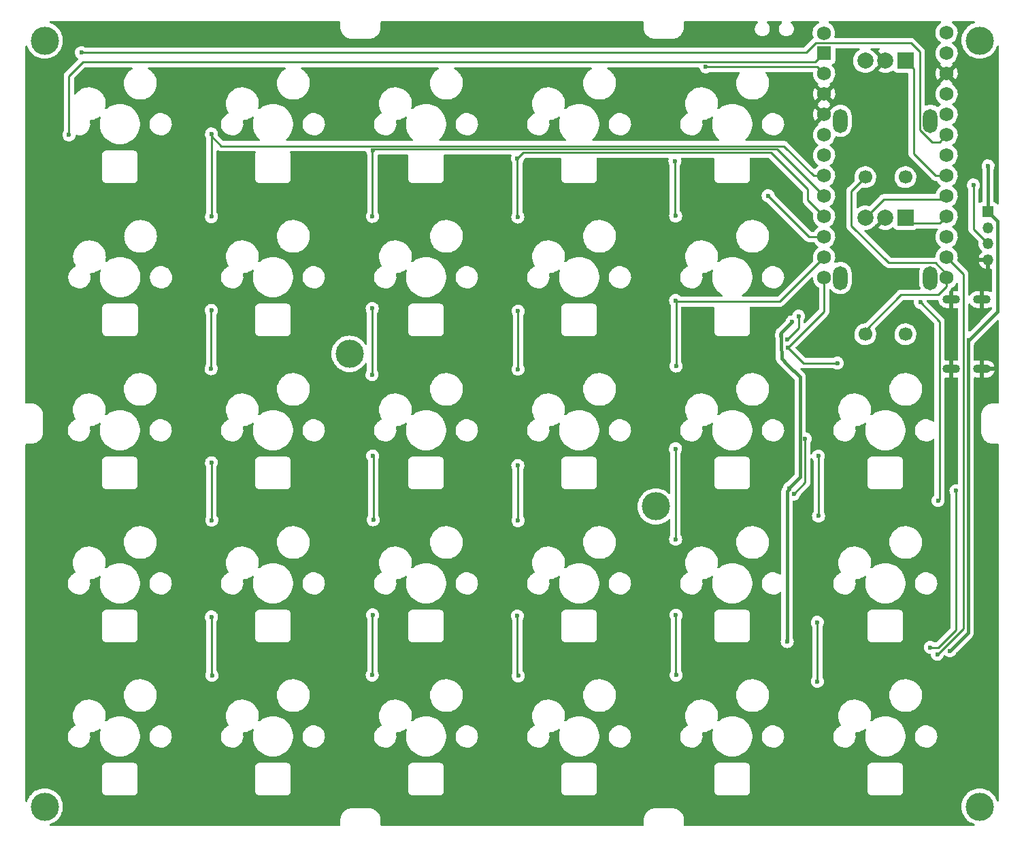
<source format=gtl>
%TF.GenerationSoftware,KiCad,Pcbnew,(6.0.4-0)*%
%TF.CreationDate,2022-10-03T20:51:09+03:00*%
%TF.ProjectId,Splitimsi,53706c69-7469-46d7-9369-2e6b69636164,rev?*%
%TF.SameCoordinates,Original*%
%TF.FileFunction,Copper,L1,Top*%
%TF.FilePolarity,Positive*%
%FSLAX46Y46*%
G04 Gerber Fmt 4.6, Leading zero omitted, Abs format (unit mm)*
G04 Created by KiCad (PCBNEW (6.0.4-0)) date 2022-10-03 20:51:09*
%MOMM*%
%LPD*%
G01*
G04 APERTURE LIST*
%TA.AperFunction,ComponentPad*%
%ADD10C,1.752600*%
%TD*%
%TA.AperFunction,ComponentPad*%
%ADD11C,3.500000*%
%TD*%
%TA.AperFunction,ComponentPad*%
%ADD12R,1.350000X1.350000*%
%TD*%
%TA.AperFunction,ComponentPad*%
%ADD13O,1.350000X1.350000*%
%TD*%
%TA.AperFunction,WasherPad*%
%ADD14O,1.800000X3.000000*%
%TD*%
%TA.AperFunction,ComponentPad*%
%ADD15R,2.000000X2.000000*%
%TD*%
%TA.AperFunction,ComponentPad*%
%ADD16C,2.000000*%
%TD*%
%TA.AperFunction,ComponentPad*%
%ADD17C,1.700000*%
%TD*%
%TA.AperFunction,ComponentPad*%
%ADD18R,1.752600X1.752600*%
%TD*%
%TA.AperFunction,ComponentPad*%
%ADD19O,2.200000X1.100000*%
%TD*%
%TA.AperFunction,ViaPad*%
%ADD20C,0.600000*%
%TD*%
%TA.AperFunction,Conductor*%
%ADD21C,0.381000*%
%TD*%
%TA.AperFunction,Conductor*%
%ADD22C,0.254000*%
%TD*%
G04 APERTURE END LIST*
D10*
%TO.P,Pin1,1,Pin_1*%
%TO.N,/B-_L*%
X118703715Y-17238202D03*
%TD*%
%TO.P,Pin2,1,Pin_1*%
%TO.N,/B+_L*%
X133979677Y-17196748D03*
%TD*%
D11*
%TO.P,H5,1*%
%TO.N,N/C*%
X138100000Y-113510000D03*
%TD*%
D12*
%TO.P,Dogo1,1,Pin_1*%
%TO.N,+5V*%
X139150000Y-39460000D03*
D13*
%TO.P,Dogo1,2,Pin_2*%
%TO.N,/SDA_L*%
X139150000Y-41460000D03*
%TO.P,Dogo1,3,Pin_3*%
%TO.N,/SCL_L*%
X139150000Y-43460000D03*
%TO.P,Dogo1,4,Pin_4*%
%TO.N,GND*%
X139150000Y-45460000D03*
%TD*%
D14*
%TO.P,SW6,*%
%TO.N,*%
X131960574Y-28170687D03*
X120765000Y-28175857D03*
D15*
%TO.P,SW6,A,A*%
%TO.N,/Rot1PinA_L*%
X128865000Y-20675857D03*
D16*
%TO.P,SW6,B,B*%
%TO.N,/Rot1PinB_L*%
X123865000Y-20675857D03*
%TO.P,SW6,C,C*%
%TO.N,GND*%
X126365000Y-20675857D03*
D17*
%TO.P,SW6,S1,S1*%
%TO.N,/Col5_L*%
X123865000Y-35175857D03*
%TO.P,SW6,S2,S2*%
%TO.N,Net-(D1-Pad1)*%
X128865000Y-35175857D03*
%TD*%
D11*
%TO.P,H3,1*%
%TO.N,N/C*%
X138100000Y-18170000D03*
%TD*%
%TO.P,H6,1*%
%TO.N,N/C*%
X97800000Y-76160000D03*
%TD*%
%TO.P,H1,1*%
%TO.N,N/C*%
X21760000Y-18170000D03*
%TD*%
D14*
%TO.P,SW12,*%
%TO.N,*%
X131960574Y-47720687D03*
X120765000Y-47725857D03*
D15*
%TO.P,SW12,A,A*%
%TO.N,/Rot2PinA_L*%
X128865000Y-40225857D03*
D16*
%TO.P,SW12,B,B*%
%TO.N,/Rot2PinB_L*%
X123865000Y-40225857D03*
%TO.P,SW12,C,C*%
%TO.N,GND*%
X126365000Y-40225857D03*
D17*
%TO.P,SW12,S1,S1*%
%TO.N,/Col5_L*%
X123865000Y-54725857D03*
%TO.P,SW12,S2,S2*%
%TO.N,Net-(D2-Pad1)*%
X128865000Y-54725857D03*
%TD*%
D11*
%TO.P,H4,1*%
%TO.N,N/C*%
X59700000Y-57160000D03*
%TD*%
D18*
%TO.P,U1,1,TX0/PD3*%
%TO.N,/LedData_L*%
X118744835Y-19757731D03*
D10*
%TO.P,U1,2,RX1/PD2*%
%TO.N,/Row0_L*%
X118744835Y-22297731D03*
%TO.P,U1,3,GND*%
%TO.N,GND*%
X118744835Y-24837731D03*
%TO.P,U1,4,GND*%
X118744835Y-27377731D03*
%TO.P,U1,5,2/PD1*%
%TO.N,/SDA_L*%
X118744835Y-29917731D03*
%TO.P,U1,6,3/PD0*%
%TO.N,/SCL_L*%
X118744835Y-32457731D03*
%TO.P,U1,7,4/PD4*%
%TO.N,/Col1_L*%
X118744835Y-34997731D03*
%TO.P,U1,8,5/PC6*%
%TO.N,/Col2_L*%
X118744835Y-37537731D03*
%TO.P,U1,9,6/PD7*%
%TO.N,/Col3_L*%
X118744835Y-40077731D03*
%TO.P,U1,10,7/PE6*%
%TO.N,/Row1_L*%
X118744835Y-42617731D03*
%TO.P,U1,11,8/PB4*%
%TO.N,/Col4_L*%
X118744835Y-45157731D03*
%TO.P,U1,12,9/PB5*%
%TO.N,/Row2_L*%
X118744835Y-47697731D03*
%TO.P,U1,13,10/PB6*%
%TO.N,/Col5_L*%
X133984835Y-47697731D03*
%TO.P,U1,14,16/PB2*%
%TO.N,/Row4_L*%
X133984835Y-45157731D03*
%TO.P,U1,15,14/PB3*%
%TO.N,/Row3_L*%
X133984835Y-42617731D03*
%TO.P,U1,16,15/PB1*%
%TO.N,/Rot2PinA_L*%
X133984835Y-40077731D03*
%TO.P,U1,17,A0/PF7*%
%TO.N,/Rot2PinB_L*%
X133984835Y-37537731D03*
%TO.P,U1,18,A1/PF6*%
%TO.N,/Rot1PinA_L*%
X133984835Y-34997731D03*
%TO.P,U1,19,A2/PF5*%
%TO.N,/Rot1PinB_L*%
X133984835Y-32457731D03*
%TO.P,U1,20,A3/PF4*%
%TO.N,/Col0_L*%
X133984835Y-29917731D03*
%TO.P,U1,21,VCC*%
%TO.N,+5V*%
X133984835Y-27377731D03*
%TO.P,U1,22,RST*%
%TO.N,Net-(U1-Pad22)*%
X133984835Y-24837731D03*
%TO.P,U1,23,GND*%
%TO.N,GND*%
X133984835Y-22297731D03*
%TO.P,U1,24,RAW*%
%TO.N,unconnected-(U1-Pad24)*%
X133984835Y-19757731D03*
%TD*%
D11*
%TO.P,H2,1*%
%TO.N,N/C*%
X21760000Y-113510000D03*
%TD*%
D19*
%TO.P,J1,S1,SHIELD*%
%TO.N,GND*%
X138390000Y-50400000D03*
%TO.P,J1,S2,SHIELD*%
X138390000Y-59040000D03*
%TO.P,J1,S3,SHIELD*%
X134590000Y-50400000D03*
%TO.P,J1,S4,SHIELD*%
X134590000Y-59040000D03*
%TD*%
D20*
%TO.N,+5V*%
X136750000Y-55480000D03*
X114158315Y-92967469D03*
X114430723Y-73881437D03*
X113435823Y-54901451D03*
X134398028Y-94122408D03*
X139150000Y-33780000D03*
X114757103Y-53184258D03*
%TO.N,/Row0_L*%
X104030000Y-21438900D03*
%TO.N,/Row1_L*%
X111787846Y-37475356D03*
%TO.N,/SCL_L*%
X137340000Y-36150000D03*
%TO.N,/LedData_L*%
X24780000Y-29910000D03*
%TO.N,/Col0_L*%
X26330000Y-19690000D03*
%TO.N,/Col1_L*%
X42490000Y-51750000D03*
X42520000Y-70710000D03*
X42520000Y-40090000D03*
X42580000Y-97170000D03*
X42550000Y-77860000D03*
X42460000Y-59021536D03*
X42520000Y-29800000D03*
X42520000Y-89890000D03*
%TO.N,/Col2_L*%
X62500000Y-59760000D03*
X62520000Y-97140000D03*
X62640000Y-77820000D03*
X62510000Y-51510000D03*
X62560000Y-31879864D03*
X62580000Y-69870000D03*
X62540000Y-40060000D03*
X62580000Y-89650000D03*
%TO.N,/Col3_L*%
X80670000Y-51850000D03*
X80630000Y-40140000D03*
X80650000Y-77920000D03*
X80690000Y-97240000D03*
X80630000Y-71060000D03*
X80580000Y-89790000D03*
X80580000Y-32860000D03*
X80670000Y-59080000D03*
%TO.N,/Col4_L*%
X100180000Y-33170000D03*
X100330000Y-97140000D03*
X100270000Y-40000000D03*
X100300000Y-89690000D03*
X100260000Y-68980000D03*
X100270000Y-80240000D03*
X100320000Y-58680000D03*
X100270000Y-50530000D03*
%TO.N,/Row0_LedOut_L*%
X114150000Y-55400000D03*
X115570286Y-52484047D03*
%TO.N,/Col5_L*%
X118031721Y-69880762D03*
X117899301Y-90584297D03*
X118053709Y-77350507D03*
X117909758Y-97931735D03*
%TO.N,/Row1_LedOut_L*%
X114994311Y-74606844D03*
X116399395Y-67731104D03*
%TO.N,/Row2_L*%
X120400000Y-58310000D03*
X114210000Y-56410000D03*
%TO.N,/Row2_LedOut_L*%
X131968308Y-93695176D03*
X135151293Y-74199759D03*
%TO.N,/Row3_L*%
X130730000Y-50750000D03*
X132933100Y-75415206D03*
%TO.N,/Row4_L*%
X132838789Y-94561211D03*
%TD*%
D21*
%TO.N,+5V*%
X114158315Y-92967469D02*
X114124096Y-92933250D01*
X114757103Y-53184258D02*
X113435823Y-54505538D01*
X114124096Y-92933250D02*
X114124096Y-74288101D01*
X113435823Y-55725971D02*
X113435823Y-54901451D01*
X140330000Y-51920000D02*
X140330000Y-40640000D01*
X114124096Y-74288101D02*
X114430723Y-73981474D01*
X113435823Y-54505538D02*
X113435823Y-54901451D01*
X136690000Y-91830436D02*
X134398028Y-94122408D01*
X113447545Y-57751205D02*
X113435823Y-55725971D01*
X114430723Y-73881437D02*
X114430723Y-73823450D01*
X136750000Y-55480000D02*
X136770000Y-55480000D01*
X136770000Y-55480000D02*
X140330000Y-51920000D01*
X114167432Y-58471091D02*
X113447545Y-57751205D01*
X136750000Y-55480000D02*
X136690000Y-55540000D01*
X115756995Y-72497178D02*
X115756995Y-60060655D01*
X115756995Y-60060655D02*
X114167432Y-58471091D01*
X140330000Y-40640000D02*
X139150000Y-39460000D01*
X136690000Y-55540000D02*
X136690000Y-91830436D01*
X139150000Y-33780000D02*
X139150000Y-39460000D01*
X114430723Y-73981474D02*
X114430723Y-73881437D01*
X114430723Y-73823450D02*
X115756995Y-72497178D01*
D22*
%TO.N,/Row0_L*%
X104038900Y-21430000D02*
X117877104Y-21430000D01*
X104030000Y-21438900D02*
X104038900Y-21430000D01*
X117877104Y-21430000D02*
X118744835Y-22297731D01*
%TO.N,/Row1_L*%
X111787846Y-37540434D02*
X116694604Y-42447191D01*
X118744835Y-42617731D02*
X116865144Y-42617731D01*
X116865144Y-42617731D02*
X116694604Y-42447191D01*
X111787846Y-37475356D02*
X111787846Y-37540434D01*
%TO.N,/SCL_L*%
X137340000Y-41650000D02*
X139150000Y-43460000D01*
X137340000Y-36150000D02*
X137340000Y-41650000D01*
%TO.N,/LedData_L*%
X24765516Y-22594484D02*
X24765516Y-29895516D01*
X118744835Y-19757731D02*
X118734665Y-19757731D01*
X118734665Y-19757731D02*
X117632396Y-20860000D01*
X26500000Y-20860000D02*
X24765516Y-22594484D01*
X117632396Y-20860000D02*
X26500000Y-20860000D01*
X24765516Y-29895516D02*
X24780000Y-29910000D01*
%TO.N,/Col0_L*%
X130636336Y-29267557D02*
X132162810Y-30794031D01*
X130636336Y-19587933D02*
X130636336Y-29267557D01*
X116502144Y-19690000D02*
X117712144Y-18480000D01*
X117712144Y-18480000D02*
X129528403Y-18480000D01*
X129528403Y-18480000D02*
X130636336Y-19587933D01*
X132162810Y-30794031D02*
X133108535Y-30794031D01*
X133108535Y-30794031D02*
X133984835Y-29917731D01*
X26330000Y-19690000D02*
X116502144Y-19690000D01*
%TO.N,/Col1_L*%
X42460000Y-51780000D02*
X42490000Y-51750000D01*
X42460000Y-59021536D02*
X42460000Y-51780000D01*
X43719036Y-31300964D02*
X113745919Y-31300964D01*
X42490000Y-70740000D02*
X42520000Y-70710000D01*
X42550000Y-77860000D02*
X42490000Y-77800000D01*
X42580000Y-97170000D02*
X42520000Y-97110000D01*
X42490000Y-77800000D02*
X42490000Y-70740000D01*
X42520000Y-40090000D02*
X42520000Y-29800000D01*
X42520000Y-29800000D02*
X42520000Y-30101928D01*
X42520000Y-30101928D02*
X43719036Y-31300964D01*
X42520000Y-97110000D02*
X42520000Y-89890000D01*
X113745919Y-31300964D02*
X117442686Y-34997731D01*
X117442686Y-34997731D02*
X118744835Y-34997731D01*
%TO.N,/Col2_L*%
X112913988Y-31706884D02*
X118744835Y-37537731D01*
X62520000Y-97140000D02*
X62520000Y-89710000D01*
X62732980Y-31706884D02*
X112913988Y-31706884D01*
X62580000Y-69870000D02*
X62640000Y-69930000D01*
X62540000Y-31899864D02*
X62540000Y-40060000D01*
X62560000Y-31879864D02*
X62732980Y-31706884D01*
X62520000Y-89710000D02*
X62580000Y-89650000D01*
X62510000Y-51510000D02*
X62500000Y-51520000D01*
X62640000Y-69930000D02*
X62640000Y-77820000D01*
X62500000Y-51520000D02*
X62500000Y-59760000D01*
X62560000Y-31879864D02*
X62540000Y-31899864D01*
%TO.N,/Col3_L*%
X80670000Y-51850000D02*
X80670000Y-59080000D01*
X80690000Y-97240000D02*
X80580000Y-97130000D01*
X80650000Y-77920000D02*
X80630000Y-77900000D01*
X80630000Y-40140000D02*
X80580000Y-40090000D01*
X80630000Y-77900000D02*
X80630000Y-71060000D01*
X112140194Y-32112804D02*
X116729529Y-36702139D01*
X80580000Y-40090000D02*
X80580000Y-32860000D01*
X80580000Y-97130000D02*
X80580000Y-89790000D01*
X116729529Y-36702139D02*
X116729529Y-38062425D01*
X116729529Y-38062425D02*
X118744835Y-40077731D01*
X81327196Y-32112804D02*
X112140194Y-32112804D01*
X80580000Y-32860000D02*
X81327196Y-32112804D01*
%TO.N,/Col4_L*%
X100320000Y-50580000D02*
X100270000Y-50530000D01*
X100300000Y-97110000D02*
X100300000Y-89690000D01*
X100270000Y-50530000D02*
X100400000Y-50660000D01*
X100180000Y-33170000D02*
X100180000Y-39910000D01*
X113242566Y-50660000D02*
X118744835Y-45157731D01*
X100260000Y-80230000D02*
X100270000Y-80240000D01*
X100180000Y-39910000D02*
X100270000Y-40000000D01*
X100330000Y-97140000D02*
X100300000Y-97110000D01*
X100320000Y-58680000D02*
X100320000Y-50580000D01*
X100400000Y-50660000D02*
X113242566Y-50660000D01*
X100260000Y-68980000D02*
X100260000Y-80230000D01*
%TO.N,/Row0_LedOut_L*%
X115570286Y-52484047D02*
X115570286Y-53979714D01*
X115570286Y-53979714D02*
X114150000Y-55400000D01*
%TO.N,/Rot1PinA_L*%
X129867756Y-21678613D02*
X129867756Y-32245212D01*
X128865000Y-20675857D02*
X129867756Y-21678613D01*
X129867756Y-32245212D02*
X132620275Y-34997731D01*
X132620275Y-34997731D02*
X133984835Y-34997731D01*
%TO.N,/Col5_L*%
X123865000Y-54725857D02*
X123865000Y-54265000D01*
X133984835Y-48789707D02*
X133984835Y-47697731D01*
X117909758Y-97931735D02*
X117899301Y-97921278D01*
X132970070Y-49804472D02*
X133984835Y-48789707D01*
X132590000Y-45820000D02*
X133984835Y-47214835D01*
X122141070Y-36899787D02*
X122141070Y-41201070D01*
X123865000Y-54265000D02*
X128329185Y-49800815D01*
X118031721Y-69880762D02*
X118053709Y-69902750D01*
X131156852Y-49800815D02*
X131160509Y-49804472D01*
X131160509Y-49804472D02*
X132970070Y-49804472D01*
X123865000Y-35175857D02*
X122141070Y-36899787D01*
X118053709Y-69902750D02*
X118053709Y-77350507D01*
X126760000Y-45820000D02*
X132590000Y-45820000D01*
X133984835Y-47214835D02*
X133984835Y-47697731D01*
X122141070Y-41201070D02*
X126760000Y-45820000D01*
X117899301Y-97921278D02*
X117899301Y-90584297D01*
X128329185Y-49800815D02*
X131156852Y-49800815D01*
%TO.N,/Row1_LedOut_L*%
X116399395Y-67731104D02*
X116399395Y-73201760D01*
X116399395Y-73201760D02*
X114994311Y-74606844D01*
%TO.N,/Rot2PinA_L*%
X129562401Y-40923258D02*
X128865000Y-40225857D01*
X133131293Y-40923258D02*
X129562401Y-40923258D01*
X133976820Y-40077731D02*
X133131293Y-40923258D01*
X133984835Y-40077731D02*
X133976820Y-40077731D01*
%TO.N,/Rot2PinB_L*%
X126151447Y-37939410D02*
X133377671Y-37939410D01*
X133779350Y-37537731D02*
X133984835Y-37537731D01*
X133377671Y-37939410D02*
X133779350Y-37537731D01*
X123865000Y-40225857D02*
X126151447Y-37939410D01*
%TO.N,/Row2_L*%
X114262414Y-56410000D02*
X114210000Y-56410000D01*
X116162414Y-58310000D02*
X114262414Y-56410000D01*
X114210000Y-56410000D02*
X114224596Y-56424596D01*
X118744835Y-47697731D02*
X118744835Y-51875165D01*
X118744835Y-51875165D02*
X114210000Y-56410000D01*
X120400000Y-58310000D02*
X116162414Y-58310000D01*
%TO.N,/Row2_LedOut_L*%
X135151293Y-74199759D02*
X135151293Y-91528707D01*
X135151293Y-91528707D02*
X132984824Y-93695176D01*
X132984824Y-93695176D02*
X131968308Y-93695176D01*
%TO.N,/Row3_L*%
X133120000Y-53150000D02*
X133120000Y-75228306D01*
X133120000Y-75228306D02*
X132933100Y-75415206D01*
X130730000Y-50750000D02*
X130730000Y-50760000D01*
X130730000Y-50760000D02*
X133120000Y-53150000D01*
%TO.N,/Row4_L*%
X136060000Y-91340000D02*
X132838789Y-94561211D01*
X136060000Y-47232896D02*
X136060000Y-91340000D01*
X133984835Y-45157731D02*
X136060000Y-47232896D01*
%TD*%
%TA.AperFunction,Conductor*%
%TO.N,GND*%
G36*
X58486514Y-15791395D02*
G01*
X58533007Y-15845051D01*
X58544393Y-15897393D01*
X58544393Y-16409640D01*
X58542647Y-16430543D01*
X58539317Y-16450337D01*
X58539164Y-16462889D01*
X58539853Y-16467697D01*
X58541308Y-16477856D01*
X58542259Y-16486729D01*
X58555625Y-16673632D01*
X58555946Y-16678119D01*
X58556902Y-16682512D01*
X58592719Y-16847164D01*
X58601812Y-16888967D01*
X58626214Y-16954393D01*
X58675644Y-17086926D01*
X58675647Y-17086933D01*
X58677217Y-17091142D01*
X58679371Y-17095087D01*
X58679372Y-17095089D01*
X58767573Y-17256619D01*
X58780628Y-17280527D01*
X58783324Y-17284129D01*
X58783325Y-17284130D01*
X58797082Y-17302508D01*
X58909938Y-17453268D01*
X58913121Y-17456451D01*
X59024161Y-17567492D01*
X59062516Y-17605848D01*
X59126482Y-17653733D01*
X59231653Y-17732465D01*
X59231656Y-17732467D01*
X59235255Y-17735161D01*
X59239203Y-17737317D01*
X59239208Y-17737320D01*
X59319978Y-17781424D01*
X59424639Y-17838574D01*
X59526984Y-17876747D01*
X59622586Y-17912406D01*
X59622594Y-17912408D01*
X59626813Y-17913982D01*
X59631216Y-17914940D01*
X59631220Y-17914941D01*
X59703960Y-17930765D01*
X59837660Y-17959851D01*
X60012426Y-17972352D01*
X60024334Y-17973777D01*
X60040337Y-17976469D01*
X60046451Y-17976544D01*
X60048024Y-17976563D01*
X60048028Y-17976563D01*
X60052889Y-17976622D01*
X60080522Y-17972665D01*
X60098382Y-17971393D01*
X61999640Y-17971393D01*
X62020543Y-17973139D01*
X62040337Y-17976469D01*
X62046613Y-17976545D01*
X62048030Y-17976563D01*
X62048033Y-17976563D01*
X62052889Y-17976622D01*
X62067664Y-17974506D01*
X62076535Y-17973555D01*
X62263634Y-17960175D01*
X62263636Y-17960175D01*
X62268121Y-17959854D01*
X62358600Y-17940172D01*
X62474574Y-17914944D01*
X62474581Y-17914942D01*
X62478971Y-17913987D01*
X62483186Y-17912415D01*
X62483189Y-17912414D01*
X62676935Y-17840151D01*
X62681147Y-17838580D01*
X62870534Y-17735168D01*
X63043275Y-17605855D01*
X63195855Y-17453275D01*
X63325168Y-17280534D01*
X63369081Y-17200113D01*
X63426426Y-17095092D01*
X63426427Y-17095091D01*
X63428580Y-17091147D01*
X63449561Y-17034894D01*
X63502414Y-16893189D01*
X63502416Y-16893183D01*
X63503987Y-16888971D01*
X63504942Y-16884581D01*
X63504944Y-16884574D01*
X63535478Y-16744209D01*
X63549854Y-16678121D01*
X63562351Y-16503361D01*
X63563777Y-16491444D01*
X63565662Y-16480241D01*
X63565663Y-16480234D01*
X63566469Y-16475441D01*
X63566622Y-16462889D01*
X63562666Y-16435266D01*
X63561393Y-16417404D01*
X63561393Y-15897393D01*
X63581395Y-15829272D01*
X63635051Y-15782779D01*
X63687393Y-15771393D01*
X96138992Y-15771393D01*
X96207113Y-15791395D01*
X96253606Y-15845051D01*
X96264992Y-15897393D01*
X96264992Y-16409640D01*
X96263246Y-16430543D01*
X96259916Y-16450337D01*
X96259763Y-16462889D01*
X96260452Y-16467697D01*
X96261909Y-16477870D01*
X96262860Y-16486743D01*
X96276225Y-16673632D01*
X96276546Y-16678119D01*
X96277502Y-16682512D01*
X96313319Y-16847164D01*
X96322412Y-16888967D01*
X96323982Y-16893177D01*
X96323984Y-16893183D01*
X96378119Y-17038327D01*
X96397817Y-17091141D01*
X96399971Y-17095086D01*
X96399972Y-17095088D01*
X96488173Y-17256619D01*
X96501228Y-17280527D01*
X96503924Y-17284129D01*
X96503925Y-17284130D01*
X96587054Y-17395178D01*
X96630538Y-17453267D01*
X96633721Y-17456450D01*
X96757559Y-17580290D01*
X96783115Y-17605847D01*
X96853490Y-17658530D01*
X96952252Y-17732464D01*
X96952254Y-17732465D01*
X96955854Y-17735160D01*
X96959802Y-17737316D01*
X96959807Y-17737319D01*
X97040579Y-17781424D01*
X97145238Y-17838573D01*
X97149453Y-17840145D01*
X97149457Y-17840147D01*
X97230929Y-17870535D01*
X97347412Y-17913982D01*
X97558259Y-17959851D01*
X97733024Y-17972352D01*
X97744934Y-17973777D01*
X97756136Y-17975662D01*
X97756143Y-17975663D01*
X97760936Y-17976469D01*
X97767050Y-17976544D01*
X97768623Y-17976563D01*
X97768627Y-17976563D01*
X97773488Y-17976622D01*
X97801121Y-17972665D01*
X97818981Y-17971393D01*
X99720239Y-17971393D01*
X99741142Y-17973139D01*
X99760936Y-17976469D01*
X99767212Y-17976545D01*
X99768629Y-17976563D01*
X99768632Y-17976563D01*
X99773488Y-17976622D01*
X99788277Y-17974504D01*
X99797148Y-17973553D01*
X99984230Y-17960174D01*
X99988719Y-17959853D01*
X99993112Y-17958898D01*
X99993115Y-17958897D01*
X100109820Y-17933510D01*
X100199569Y-17913987D01*
X100385873Y-17844500D01*
X100397533Y-17840151D01*
X100401745Y-17838580D01*
X100591132Y-17735168D01*
X100637352Y-17700568D01*
X100760271Y-17608553D01*
X100760278Y-17608547D01*
X100763874Y-17605855D01*
X100916454Y-17453275D01*
X100919146Y-17449679D01*
X100919152Y-17449672D01*
X101043066Y-17284141D01*
X101045767Y-17280533D01*
X101149179Y-17091147D01*
X101170160Y-17034894D01*
X101223013Y-16893189D01*
X101223015Y-16893183D01*
X101224586Y-16888971D01*
X101225541Y-16884581D01*
X101225543Y-16884574D01*
X101256077Y-16744209D01*
X101270453Y-16678121D01*
X101282950Y-16503361D01*
X101284376Y-16491444D01*
X101286261Y-16480241D01*
X101286262Y-16480234D01*
X101287068Y-16475441D01*
X101287221Y-16462889D01*
X101283265Y-16435266D01*
X101281992Y-16417404D01*
X101281992Y-15897393D01*
X101301994Y-15829272D01*
X101355650Y-15782779D01*
X101407992Y-15771393D01*
X110379095Y-15771393D01*
X110447216Y-15791395D01*
X110493709Y-15845051D01*
X110503813Y-15915325D01*
X110474319Y-15979905D01*
X110463417Y-15991018D01*
X110362453Y-16081926D01*
X110358572Y-16087268D01*
X110358570Y-16087270D01*
X110269485Y-16209885D01*
X110247112Y-16240679D01*
X110244428Y-16246707D01*
X110244427Y-16246709D01*
X110169983Y-16413913D01*
X110167298Y-16419944D01*
X110153295Y-16485824D01*
X110131937Y-16586308D01*
X110126500Y-16611885D01*
X110126500Y-16808115D01*
X110127872Y-16814568D01*
X110127872Y-16814572D01*
X110134800Y-16847163D01*
X110167298Y-17000056D01*
X110169983Y-17006086D01*
X110169983Y-17006087D01*
X110207852Y-17091141D01*
X110247112Y-17179321D01*
X110250992Y-17184662D01*
X110250993Y-17184663D01*
X110343699Y-17312261D01*
X110362453Y-17338074D01*
X110367363Y-17342495D01*
X110367364Y-17342496D01*
X110486388Y-17449665D01*
X110508280Y-17469377D01*
X110579232Y-17510341D01*
X110646006Y-17548893D01*
X110678220Y-17567492D01*
X110684506Y-17569534D01*
X110684505Y-17569534D01*
X110858566Y-17626090D01*
X110858567Y-17626090D01*
X110864845Y-17628130D01*
X110871408Y-17628820D01*
X110871409Y-17628820D01*
X110894405Y-17631237D01*
X111011078Y-17643500D01*
X111108922Y-17643500D01*
X111225595Y-17631237D01*
X111248591Y-17628820D01*
X111248592Y-17628820D01*
X111255155Y-17628130D01*
X111261433Y-17626090D01*
X111261434Y-17626090D01*
X111435495Y-17569534D01*
X111435494Y-17569534D01*
X111441780Y-17567492D01*
X111473995Y-17548893D01*
X111540768Y-17510341D01*
X111611720Y-17469377D01*
X111633613Y-17449665D01*
X111752636Y-17342496D01*
X111752637Y-17342495D01*
X111757547Y-17338074D01*
X111776302Y-17312261D01*
X111869007Y-17184663D01*
X111869008Y-17184662D01*
X111872888Y-17179321D01*
X111912149Y-17091141D01*
X111950017Y-17006087D01*
X111950017Y-17006086D01*
X111952702Y-17000056D01*
X111985200Y-16847163D01*
X111992128Y-16814572D01*
X111992128Y-16814568D01*
X111993500Y-16808115D01*
X111993500Y-16611885D01*
X111988064Y-16586308D01*
X111966705Y-16485824D01*
X111952702Y-16419944D01*
X111950017Y-16413913D01*
X111875573Y-16246709D01*
X111875572Y-16246707D01*
X111872888Y-16240679D01*
X111850515Y-16209885D01*
X111761430Y-16087270D01*
X111761428Y-16087268D01*
X111757547Y-16081926D01*
X111656593Y-15991027D01*
X111619355Y-15930584D01*
X111620707Y-15859600D01*
X111660220Y-15800615D01*
X111725351Y-15772357D01*
X111740905Y-15771393D01*
X113379095Y-15771393D01*
X113447216Y-15791395D01*
X113493709Y-15845051D01*
X113503813Y-15915325D01*
X113474319Y-15979905D01*
X113463417Y-15991018D01*
X113362453Y-16081926D01*
X113358572Y-16087268D01*
X113358570Y-16087270D01*
X113269485Y-16209885D01*
X113247112Y-16240679D01*
X113244428Y-16246707D01*
X113244427Y-16246709D01*
X113169983Y-16413913D01*
X113167298Y-16419944D01*
X113153295Y-16485824D01*
X113131937Y-16586308D01*
X113126500Y-16611885D01*
X113126500Y-16808115D01*
X113127872Y-16814568D01*
X113127872Y-16814572D01*
X113134800Y-16847163D01*
X113167298Y-17000056D01*
X113169983Y-17006086D01*
X113169983Y-17006087D01*
X113207852Y-17091141D01*
X113247112Y-17179321D01*
X113250992Y-17184662D01*
X113250993Y-17184663D01*
X113343699Y-17312261D01*
X113362453Y-17338074D01*
X113367363Y-17342495D01*
X113367364Y-17342496D01*
X113486388Y-17449665D01*
X113508280Y-17469377D01*
X113579232Y-17510341D01*
X113646006Y-17548893D01*
X113678220Y-17567492D01*
X113684506Y-17569534D01*
X113684505Y-17569534D01*
X113858566Y-17626090D01*
X113858567Y-17626090D01*
X113864845Y-17628130D01*
X113871408Y-17628820D01*
X113871409Y-17628820D01*
X113894405Y-17631237D01*
X114011078Y-17643500D01*
X114108922Y-17643500D01*
X114225595Y-17631237D01*
X114248591Y-17628820D01*
X114248592Y-17628820D01*
X114255155Y-17628130D01*
X114261433Y-17626090D01*
X114261434Y-17626090D01*
X114435495Y-17569534D01*
X114435494Y-17569534D01*
X114441780Y-17567492D01*
X114473995Y-17548893D01*
X114540768Y-17510341D01*
X114611720Y-17469377D01*
X114633613Y-17449665D01*
X114752636Y-17342496D01*
X114752637Y-17342495D01*
X114757547Y-17338074D01*
X114776302Y-17312261D01*
X114869007Y-17184663D01*
X114869008Y-17184662D01*
X114872888Y-17179321D01*
X114912149Y-17091141D01*
X114950017Y-17006087D01*
X114950017Y-17006086D01*
X114952702Y-17000056D01*
X114985200Y-16847163D01*
X114992128Y-16814572D01*
X114992128Y-16814568D01*
X114993500Y-16808115D01*
X114993500Y-16611885D01*
X114988064Y-16586308D01*
X114966705Y-16485824D01*
X114952702Y-16419944D01*
X114950017Y-16413913D01*
X114875573Y-16246709D01*
X114875572Y-16246707D01*
X114872888Y-16240679D01*
X114850515Y-16209885D01*
X114761430Y-16087270D01*
X114761428Y-16087268D01*
X114757547Y-16081926D01*
X114656593Y-15991027D01*
X114619355Y-15930584D01*
X114620707Y-15859600D01*
X114660220Y-15800615D01*
X114725351Y-15772357D01*
X114740905Y-15771393D01*
X118007317Y-15771393D01*
X118075438Y-15791395D01*
X118121931Y-15845051D01*
X118132035Y-15915325D01*
X118102541Y-15979905D01*
X118065499Y-16009155D01*
X117963259Y-16062378D01*
X117959126Y-16065481D01*
X117959123Y-16065483D01*
X117785294Y-16195997D01*
X117781159Y-16199102D01*
X117770855Y-16209885D01*
X117667021Y-16318541D01*
X117623835Y-16363732D01*
X117620921Y-16368004D01*
X117620920Y-16368005D01*
X117581101Y-16426378D01*
X117495512Y-16551847D01*
X117399636Y-16758394D01*
X117398254Y-16763376D01*
X117398254Y-16763377D01*
X117375018Y-16847163D01*
X117338782Y-16977827D01*
X117314584Y-17204252D01*
X117314881Y-17209404D01*
X117314881Y-17209408D01*
X117317241Y-17250339D01*
X117327692Y-17431589D01*
X117328827Y-17436626D01*
X117328828Y-17436632D01*
X117375370Y-17643156D01*
X117377754Y-17653733D01*
X117379698Y-17658521D01*
X117379701Y-17658530D01*
X117429604Y-17781424D01*
X117436701Y-17852065D01*
X117404479Y-17915329D01*
X117386923Y-17930765D01*
X117367651Y-17944767D01*
X117357729Y-17951284D01*
X117326372Y-17969828D01*
X117326369Y-17969830D01*
X117319545Y-17973866D01*
X117305158Y-17988253D01*
X117290124Y-18001094D01*
X117273657Y-18013058D01*
X117268604Y-18019166D01*
X117245372Y-18047249D01*
X117237382Y-18056029D01*
X116275816Y-19017595D01*
X116213504Y-19051621D01*
X116186721Y-19054500D01*
X26874188Y-19054500D01*
X26806674Y-19034885D01*
X26692615Y-18962502D01*
X26692613Y-18962501D01*
X26686666Y-18958727D01*
X26672880Y-18953818D01*
X26522425Y-18900243D01*
X26522420Y-18900242D01*
X26515790Y-18897881D01*
X26508802Y-18897048D01*
X26508799Y-18897047D01*
X26385698Y-18882368D01*
X26335680Y-18876404D01*
X26328677Y-18877140D01*
X26328676Y-18877140D01*
X26162288Y-18894628D01*
X26162286Y-18894629D01*
X26155288Y-18895364D01*
X25983579Y-18953818D01*
X25921109Y-18992250D01*
X25835095Y-19045166D01*
X25835092Y-19045168D01*
X25829088Y-19048862D01*
X25824053Y-19053793D01*
X25824050Y-19053795D01*
X25708085Y-19167357D01*
X25699493Y-19175771D01*
X25601235Y-19328238D01*
X25598826Y-19334858D01*
X25598824Y-19334861D01*
X25552231Y-19462875D01*
X25539197Y-19498685D01*
X25516463Y-19678640D01*
X25534163Y-19859160D01*
X25591418Y-20031273D01*
X25595065Y-20037295D01*
X25595066Y-20037297D01*
X25652385Y-20131942D01*
X25685380Y-20186424D01*
X25690269Y-20191487D01*
X25690270Y-20191488D01*
X25702834Y-20204498D01*
X25811382Y-20316902D01*
X25872704Y-20357030D01*
X25882923Y-20363717D01*
X25928971Y-20417755D01*
X25938494Y-20488110D01*
X25908469Y-20552445D01*
X25903025Y-20558243D01*
X25103021Y-21358246D01*
X24372033Y-22089234D01*
X24363707Y-22096810D01*
X24357213Y-22100931D01*
X24338286Y-22121086D01*
X24310431Y-22150749D01*
X24307676Y-22153591D01*
X24287877Y-22173390D01*
X24285453Y-22176515D01*
X24285445Y-22176524D01*
X24285379Y-22176610D01*
X24277671Y-22185635D01*
X24247299Y-22217978D01*
X24238645Y-22233720D01*
X24237494Y-22235813D01*
X24226643Y-22252331D01*
X24214166Y-22268417D01*
X24196540Y-22309150D01*
X24191323Y-22319798D01*
X24169947Y-22358681D01*
X24167976Y-22366356D01*
X24167974Y-22366362D01*
X24164885Y-22378395D01*
X24158482Y-22397097D01*
X24150399Y-22415776D01*
X24149160Y-22423601D01*
X24143456Y-22459611D01*
X24141051Y-22471224D01*
X24130016Y-22514202D01*
X24130016Y-22534549D01*
X24128465Y-22554260D01*
X24125281Y-22574363D01*
X24126027Y-22582255D01*
X24129457Y-22618540D01*
X24130016Y-22630398D01*
X24130016Y-29388909D01*
X24109927Y-29457164D01*
X24055054Y-29542310D01*
X24055050Y-29542319D01*
X24051235Y-29548238D01*
X24048826Y-29554858D01*
X24048825Y-29554859D01*
X24013333Y-29652373D01*
X23989197Y-29718685D01*
X23966463Y-29898640D01*
X23984163Y-30079160D01*
X24041418Y-30251273D01*
X24045065Y-30257295D01*
X24045066Y-30257297D01*
X24074482Y-30305868D01*
X24135380Y-30406424D01*
X24140269Y-30411487D01*
X24140270Y-30411488D01*
X24184175Y-30456952D01*
X24261382Y-30536902D01*
X24267278Y-30540760D01*
X24401449Y-30628559D01*
X24413159Y-30636222D01*
X24419763Y-30638678D01*
X24419765Y-30638679D01*
X24576558Y-30696990D01*
X24576560Y-30696990D01*
X24583168Y-30699448D01*
X24656367Y-30709215D01*
X24755980Y-30722507D01*
X24755984Y-30722507D01*
X24762961Y-30723438D01*
X24769972Y-30722800D01*
X24769976Y-30722800D01*
X24919240Y-30709215D01*
X24943600Y-30706998D01*
X24950302Y-30704820D01*
X24950304Y-30704820D01*
X25109409Y-30653124D01*
X25109412Y-30653123D01*
X25116108Y-30650947D01*
X25271912Y-30558069D01*
X25403266Y-30432982D01*
X25503643Y-30281902D01*
X25557064Y-30141273D01*
X25565555Y-30118920D01*
X25565556Y-30118918D01*
X25568055Y-30112338D01*
X25570366Y-30095896D01*
X25579395Y-30031652D01*
X25608684Y-29966978D01*
X25668288Y-29928405D01*
X25726588Y-29925199D01*
X25904330Y-29957340D01*
X25908469Y-29957535D01*
X25908476Y-29957536D01*
X25927440Y-29958430D01*
X25927449Y-29958430D01*
X25928929Y-29958500D01*
X26093950Y-29958500D01*
X26175299Y-29951597D01*
X26263637Y-29944102D01*
X26263641Y-29944101D01*
X26268948Y-29943651D01*
X26274103Y-29942313D01*
X26274109Y-29942312D01*
X26491035Y-29886009D01*
X26491034Y-29886009D01*
X26496206Y-29884667D01*
X26501072Y-29882475D01*
X26501075Y-29882474D01*
X26705417Y-29790424D01*
X26705420Y-29790423D01*
X26710278Y-29788234D01*
X26905041Y-29657112D01*
X26921402Y-29641505D01*
X27019170Y-29548238D01*
X27074927Y-29495049D01*
X27215078Y-29306679D01*
X27222698Y-29291693D01*
X27319069Y-29102144D01*
X27319069Y-29102143D01*
X27321487Y-29097388D01*
X27391111Y-28873160D01*
X27405639Y-28763554D01*
X27421261Y-28645690D01*
X27421261Y-28645687D01*
X27421961Y-28640407D01*
X27413152Y-28405784D01*
X27372555Y-28212301D01*
X27378142Y-28141525D01*
X27421107Y-28085004D01*
X27487081Y-28060734D01*
X27584315Y-28053935D01*
X27584320Y-28053934D01*
X27588700Y-28053628D01*
X27866877Y-27994499D01*
X27871006Y-27992996D01*
X27871010Y-27992995D01*
X28129974Y-27898740D01*
X28129978Y-27898738D01*
X28134119Y-27897231D01*
X28138009Y-27895163D01*
X28138015Y-27895160D01*
X28381330Y-27765787D01*
X28381336Y-27765783D01*
X28385222Y-27763717D01*
X28388788Y-27761126D01*
X28388793Y-27761123D01*
X28530741Y-27657993D01*
X28597608Y-27634134D01*
X28666760Y-27650215D01*
X28716240Y-27701129D01*
X28730339Y-27770712D01*
X28724949Y-27797307D01*
X28724557Y-27798298D01*
X28646060Y-28104025D01*
X28606500Y-28417179D01*
X28606500Y-28732821D01*
X28646060Y-29045975D01*
X28724557Y-29351702D01*
X28726010Y-29355371D01*
X28726010Y-29355372D01*
X28829072Y-29615675D01*
X28840753Y-29645179D01*
X28842659Y-29648647D01*
X28842660Y-29648648D01*
X28990591Y-29917731D01*
X28992816Y-29921779D01*
X29076426Y-30036858D01*
X29163331Y-30156473D01*
X29178346Y-30177140D01*
X29394418Y-30407233D01*
X29397469Y-30409757D01*
X29397470Y-30409758D01*
X29436903Y-30442380D01*
X29637625Y-30608432D01*
X29904131Y-30777562D01*
X29907710Y-30779246D01*
X29907717Y-30779250D01*
X30186144Y-30910267D01*
X30186148Y-30910269D01*
X30189734Y-30911956D01*
X30489928Y-31009495D01*
X30799980Y-31068641D01*
X31036162Y-31083500D01*
X31193838Y-31083500D01*
X31430020Y-31068641D01*
X31740072Y-31009495D01*
X32040266Y-30911956D01*
X32043852Y-30910269D01*
X32043856Y-30910267D01*
X32322283Y-30779250D01*
X32322290Y-30779246D01*
X32325869Y-30777562D01*
X32592375Y-30608432D01*
X32793097Y-30442380D01*
X32832530Y-30409758D01*
X32832531Y-30409757D01*
X32835582Y-30407233D01*
X33051654Y-30177140D01*
X33066670Y-30156473D01*
X33153574Y-30036858D01*
X33237184Y-29921779D01*
X33239410Y-29917731D01*
X33387340Y-29648648D01*
X33387341Y-29648647D01*
X33389247Y-29645179D01*
X33400929Y-29615675D01*
X33503990Y-29355372D01*
X33503990Y-29355371D01*
X33505443Y-29351702D01*
X33583940Y-29045975D01*
X33623500Y-28732821D01*
X33623500Y-28509593D01*
X34808039Y-28509593D01*
X34808239Y-28514922D01*
X34808239Y-28514923D01*
X34809084Y-28537436D01*
X34816848Y-28744216D01*
X34817943Y-28749434D01*
X34845836Y-28882369D01*
X34865062Y-28974001D01*
X34951302Y-29192377D01*
X34974967Y-29231376D01*
X35011569Y-29291693D01*
X35073104Y-29393100D01*
X35226985Y-29570432D01*
X35231117Y-29573820D01*
X35404416Y-29715917D01*
X35404422Y-29715921D01*
X35408544Y-29719301D01*
X35413180Y-29721940D01*
X35413183Y-29721942D01*
X35550312Y-29800000D01*
X35612590Y-29835451D01*
X35833289Y-29915561D01*
X35838538Y-29916510D01*
X35838541Y-29916511D01*
X35904317Y-29928405D01*
X36064330Y-29957340D01*
X36068469Y-29957535D01*
X36068476Y-29957536D01*
X36087440Y-29958430D01*
X36087449Y-29958430D01*
X36088929Y-29958500D01*
X36253950Y-29958500D01*
X36335299Y-29951597D01*
X36423637Y-29944102D01*
X36423641Y-29944101D01*
X36428948Y-29943651D01*
X36434103Y-29942313D01*
X36434109Y-29942312D01*
X36651035Y-29886009D01*
X36651034Y-29886009D01*
X36656206Y-29884667D01*
X36661072Y-29882475D01*
X36661075Y-29882474D01*
X36865417Y-29790424D01*
X36865420Y-29790423D01*
X36870278Y-29788234D01*
X37065041Y-29657112D01*
X37081402Y-29641505D01*
X37179170Y-29548238D01*
X37234927Y-29495049D01*
X37375078Y-29306679D01*
X37382698Y-29291693D01*
X37479069Y-29102144D01*
X37479069Y-29102143D01*
X37481487Y-29097388D01*
X37551111Y-28873160D01*
X37565639Y-28763554D01*
X37581261Y-28645690D01*
X37581261Y-28645687D01*
X37581961Y-28640407D01*
X37573152Y-28405784D01*
X37555358Y-28320978D01*
X37526035Y-28181226D01*
X37526034Y-28181223D01*
X37524938Y-28175999D01*
X37438698Y-27957623D01*
X37339790Y-27794628D01*
X37319664Y-27761461D01*
X37319662Y-27761458D01*
X37316896Y-27756900D01*
X37163015Y-27579568D01*
X37152938Y-27571306D01*
X36985584Y-27434083D01*
X36985578Y-27434079D01*
X36981456Y-27430699D01*
X36976820Y-27428060D01*
X36976817Y-27428058D01*
X36782053Y-27317192D01*
X36777410Y-27314549D01*
X36556711Y-27234439D01*
X36551462Y-27233490D01*
X36551459Y-27233489D01*
X36470385Y-27218829D01*
X36325670Y-27192660D01*
X36321531Y-27192465D01*
X36321524Y-27192464D01*
X36302560Y-27191570D01*
X36302551Y-27191570D01*
X36301071Y-27191500D01*
X36136050Y-27191500D01*
X36054701Y-27198403D01*
X35966363Y-27205898D01*
X35966359Y-27205899D01*
X35961052Y-27206349D01*
X35955897Y-27207687D01*
X35955891Y-27207688D01*
X35778177Y-27253814D01*
X35733794Y-27265333D01*
X35728928Y-27267525D01*
X35728925Y-27267526D01*
X35524583Y-27359576D01*
X35524580Y-27359577D01*
X35519722Y-27361766D01*
X35324959Y-27492888D01*
X35321102Y-27496567D01*
X35321100Y-27496569D01*
X35300894Y-27515845D01*
X35155073Y-27654951D01*
X35014922Y-27843321D01*
X35012506Y-27848072D01*
X35012504Y-27848076D01*
X34938824Y-27992995D01*
X34908513Y-28052612D01*
X34838889Y-28276840D01*
X34838188Y-28282129D01*
X34817388Y-28439061D01*
X34808039Y-28509593D01*
X33623500Y-28509593D01*
X33623500Y-28417179D01*
X33583940Y-28104025D01*
X33505443Y-27798298D01*
X33503990Y-27794628D01*
X33390702Y-27508495D01*
X33390700Y-27508490D01*
X33389247Y-27504821D01*
X33387340Y-27501352D01*
X33239093Y-27231693D01*
X33239091Y-27231690D01*
X33237184Y-27228221D01*
X33058965Y-26982923D01*
X33053982Y-26976064D01*
X33053981Y-26976062D01*
X33051654Y-26972860D01*
X32835582Y-26742767D01*
X32804148Y-26716762D01*
X32595427Y-26544093D01*
X32592375Y-26541568D01*
X32325869Y-26372438D01*
X32322290Y-26370754D01*
X32322283Y-26370750D01*
X32043856Y-26239733D01*
X32043852Y-26239731D01*
X32040266Y-26238044D01*
X32032040Y-26235371D01*
X31819350Y-26166264D01*
X31740072Y-26140505D01*
X31430020Y-26081359D01*
X31193838Y-26066500D01*
X31036162Y-26066500D01*
X30799980Y-26081359D01*
X30489928Y-26140505D01*
X30410650Y-26166264D01*
X30197961Y-26235371D01*
X30189734Y-26238044D01*
X30186148Y-26239731D01*
X30186144Y-26239733D01*
X29907717Y-26370750D01*
X29907710Y-26370754D01*
X29904131Y-26372438D01*
X29637625Y-26541568D01*
X29634573Y-26544093D01*
X29475362Y-26675804D01*
X29410124Y-26703814D01*
X29340099Y-26692107D01*
X29287520Y-26644400D01*
X29269079Y-26575841D01*
X29272789Y-26548237D01*
X29311432Y-26393247D01*
X29312497Y-26388976D01*
X29313689Y-26377641D01*
X29341765Y-26110510D01*
X29341765Y-26110507D01*
X29342224Y-26106141D01*
X29342071Y-26101747D01*
X29332453Y-25826319D01*
X29332452Y-25826313D01*
X29332299Y-25821922D01*
X29317559Y-25738323D01*
X29285692Y-25557600D01*
X29282915Y-25541850D01*
X29281560Y-25537679D01*
X29281558Y-25537672D01*
X29196394Y-25275566D01*
X29195033Y-25271377D01*
X29188535Y-25258053D01*
X29090257Y-25056556D01*
X29070363Y-25015767D01*
X29067908Y-25012128D01*
X29067905Y-25012122D01*
X28948014Y-24834377D01*
X28911333Y-24779995D01*
X28721037Y-24568650D01*
X28503180Y-24385846D01*
X28262002Y-24235141D01*
X28002196Y-24119469D01*
X27728821Y-24041079D01*
X27724467Y-24040467D01*
X27724462Y-24040466D01*
X27550833Y-24016065D01*
X27447196Y-24001500D01*
X27233982Y-24001500D01*
X27231796Y-24001653D01*
X27231792Y-24001653D01*
X27025685Y-24016065D01*
X27025680Y-24016066D01*
X27021300Y-24016372D01*
X26743123Y-24075501D01*
X26738994Y-24077004D01*
X26738990Y-24077005D01*
X26480026Y-24171260D01*
X26480022Y-24171262D01*
X26475881Y-24172769D01*
X26471991Y-24174837D01*
X26471985Y-24174840D01*
X26228670Y-24304213D01*
X26228664Y-24304217D01*
X26224778Y-24306283D01*
X26221218Y-24308870D01*
X26221214Y-24308872D01*
X25998262Y-24470855D01*
X25994699Y-24473444D01*
X25991535Y-24476500D01*
X25991532Y-24476502D01*
X25793290Y-24667943D01*
X25793286Y-24667947D01*
X25790125Y-24671000D01*
X25787418Y-24674465D01*
X25787416Y-24674467D01*
X25626305Y-24880679D01*
X25568604Y-24922044D01*
X25497699Y-24925647D01*
X25436102Y-24890344D01*
X25403369Y-24827343D01*
X25401016Y-24803105D01*
X25401016Y-22909906D01*
X25421018Y-22841785D01*
X25437921Y-22820811D01*
X26726328Y-21532405D01*
X26788640Y-21498379D01*
X26815423Y-21495500D01*
X32578689Y-21495500D01*
X32646810Y-21515502D01*
X32693303Y-21569158D01*
X32703407Y-21639432D01*
X32673913Y-21704012D01*
X32637844Y-21732750D01*
X32574778Y-21766283D01*
X32571218Y-21768870D01*
X32571214Y-21768872D01*
X32350401Y-21929301D01*
X32344699Y-21933444D01*
X32341535Y-21936500D01*
X32341532Y-21936502D01*
X32143290Y-22127943D01*
X32143286Y-22127947D01*
X32140125Y-22131000D01*
X32137418Y-22134465D01*
X32137416Y-22134467D01*
X32078847Y-22209432D01*
X31965035Y-22355104D01*
X31930006Y-22415776D01*
X31825826Y-22596222D01*
X31822839Y-22601395D01*
X31821189Y-22605479D01*
X31821186Y-22605485D01*
X31743105Y-22798745D01*
X31716304Y-22865079D01*
X31715240Y-22869348D01*
X31715239Y-22869350D01*
X31701552Y-22924246D01*
X31647503Y-23141024D01*
X31647044Y-23145392D01*
X31647043Y-23145397D01*
X31624272Y-23362055D01*
X31617776Y-23423859D01*
X31617929Y-23428247D01*
X31617929Y-23428253D01*
X31627194Y-23693550D01*
X31627701Y-23708078D01*
X31677085Y-23988150D01*
X31678440Y-23992321D01*
X31678442Y-23992328D01*
X31731723Y-24156309D01*
X31764967Y-24258623D01*
X31889637Y-24514233D01*
X31892092Y-24517872D01*
X31892095Y-24517878D01*
X31928916Y-24572467D01*
X32048667Y-24750005D01*
X32238963Y-24961350D01*
X32456820Y-25144154D01*
X32697998Y-25294859D01*
X32957804Y-25410531D01*
X33231179Y-25488921D01*
X33235533Y-25489533D01*
X33235538Y-25489534D01*
X33405770Y-25513458D01*
X33512804Y-25528500D01*
X33726018Y-25528500D01*
X33728204Y-25528347D01*
X33728208Y-25528347D01*
X33934315Y-25513935D01*
X33934320Y-25513934D01*
X33938700Y-25513628D01*
X34216877Y-25454499D01*
X34221006Y-25452996D01*
X34221010Y-25452995D01*
X34479974Y-25358740D01*
X34479978Y-25358738D01*
X34484119Y-25357231D01*
X34488009Y-25355163D01*
X34488015Y-25355160D01*
X34731330Y-25225787D01*
X34731336Y-25225783D01*
X34735222Y-25223717D01*
X34738782Y-25221130D01*
X34738786Y-25221128D01*
X34961738Y-25059145D01*
X34961741Y-25059142D01*
X34965301Y-25056556D01*
X35007539Y-25015767D01*
X35166710Y-24862057D01*
X35166714Y-24862053D01*
X35169875Y-24859000D01*
X35176483Y-24850543D01*
X35342253Y-24638367D01*
X35344965Y-24634896D01*
X35414630Y-24514233D01*
X35484956Y-24392425D01*
X35484959Y-24392420D01*
X35487161Y-24388605D01*
X35488811Y-24384521D01*
X35488814Y-24384515D01*
X35581113Y-24156064D01*
X35593696Y-24124921D01*
X35606246Y-24074588D01*
X35661432Y-23853247D01*
X35662497Y-23848976D01*
X35664986Y-23825300D01*
X35691765Y-23570510D01*
X35691765Y-23570507D01*
X35692224Y-23566141D01*
X35691910Y-23557137D01*
X35682453Y-23286319D01*
X35682452Y-23286313D01*
X35682299Y-23281922D01*
X35667559Y-23198323D01*
X35635692Y-23017600D01*
X35632915Y-23001850D01*
X35631560Y-22997679D01*
X35631558Y-22997672D01*
X35546394Y-22735566D01*
X35545033Y-22731377D01*
X35538535Y-22718053D01*
X35435366Y-22506528D01*
X35420363Y-22475767D01*
X35417908Y-22472128D01*
X35417905Y-22472122D01*
X35298014Y-22294377D01*
X35261333Y-22239995D01*
X35258220Y-22236537D01*
X35202656Y-22174828D01*
X35071037Y-22028650D01*
X34853180Y-21845846D01*
X34687104Y-21742070D01*
X34665154Y-21728354D01*
X34617984Y-21675293D01*
X34606989Y-21605153D01*
X34635660Y-21540203D01*
X34694894Y-21501064D01*
X34731924Y-21495500D01*
X51628689Y-21495500D01*
X51696810Y-21515502D01*
X51743303Y-21569158D01*
X51753407Y-21639432D01*
X51723913Y-21704012D01*
X51687844Y-21732750D01*
X51624778Y-21766283D01*
X51621218Y-21768870D01*
X51621214Y-21768872D01*
X51400401Y-21929301D01*
X51394699Y-21933444D01*
X51391535Y-21936500D01*
X51391532Y-21936502D01*
X51193290Y-22127943D01*
X51193286Y-22127947D01*
X51190125Y-22131000D01*
X51187418Y-22134465D01*
X51187416Y-22134467D01*
X51128847Y-22209432D01*
X51015035Y-22355104D01*
X50980006Y-22415776D01*
X50875826Y-22596222D01*
X50872839Y-22601395D01*
X50871189Y-22605479D01*
X50871186Y-22605485D01*
X50793105Y-22798745D01*
X50766304Y-22865079D01*
X50765240Y-22869348D01*
X50765239Y-22869350D01*
X50751552Y-22924246D01*
X50697503Y-23141024D01*
X50697044Y-23145392D01*
X50697043Y-23145397D01*
X50674272Y-23362055D01*
X50667776Y-23423859D01*
X50667929Y-23428247D01*
X50667929Y-23428253D01*
X50677194Y-23693550D01*
X50677701Y-23708078D01*
X50727085Y-23988150D01*
X50728440Y-23992321D01*
X50728442Y-23992328D01*
X50781723Y-24156309D01*
X50814967Y-24258623D01*
X50939637Y-24514233D01*
X50942092Y-24517872D01*
X50942095Y-24517878D01*
X50978916Y-24572467D01*
X51098667Y-24750005D01*
X51288963Y-24961350D01*
X51506820Y-25144154D01*
X51747998Y-25294859D01*
X52007804Y-25410531D01*
X52281179Y-25488921D01*
X52285533Y-25489533D01*
X52285538Y-25489534D01*
X52455770Y-25513458D01*
X52562804Y-25528500D01*
X52776018Y-25528500D01*
X52778204Y-25528347D01*
X52778208Y-25528347D01*
X52984315Y-25513935D01*
X52984320Y-25513934D01*
X52988700Y-25513628D01*
X53266877Y-25454499D01*
X53271006Y-25452996D01*
X53271010Y-25452995D01*
X53529974Y-25358740D01*
X53529978Y-25358738D01*
X53534119Y-25357231D01*
X53538009Y-25355163D01*
X53538015Y-25355160D01*
X53781330Y-25225787D01*
X53781336Y-25225783D01*
X53785222Y-25223717D01*
X53788782Y-25221130D01*
X53788786Y-25221128D01*
X54011738Y-25059145D01*
X54011741Y-25059142D01*
X54015301Y-25056556D01*
X54057539Y-25015767D01*
X54216710Y-24862057D01*
X54216714Y-24862053D01*
X54219875Y-24859000D01*
X54226483Y-24850543D01*
X54392253Y-24638367D01*
X54394965Y-24634896D01*
X54464630Y-24514233D01*
X54534956Y-24392425D01*
X54534959Y-24392420D01*
X54537161Y-24388605D01*
X54538811Y-24384521D01*
X54538814Y-24384515D01*
X54631113Y-24156064D01*
X54643696Y-24124921D01*
X54656246Y-24074588D01*
X54711432Y-23853247D01*
X54712497Y-23848976D01*
X54714986Y-23825300D01*
X54741765Y-23570510D01*
X54741765Y-23570507D01*
X54742224Y-23566141D01*
X54741910Y-23557137D01*
X54732453Y-23286319D01*
X54732452Y-23286313D01*
X54732299Y-23281922D01*
X54717559Y-23198323D01*
X54685692Y-23017600D01*
X54682915Y-23001850D01*
X54681560Y-22997679D01*
X54681558Y-22997672D01*
X54596394Y-22735566D01*
X54595033Y-22731377D01*
X54588535Y-22718053D01*
X54485366Y-22506528D01*
X54470363Y-22475767D01*
X54467908Y-22472128D01*
X54467905Y-22472122D01*
X54348014Y-22294377D01*
X54311333Y-22239995D01*
X54308220Y-22236537D01*
X54252656Y-22174828D01*
X54121037Y-22028650D01*
X53903180Y-21845846D01*
X53737104Y-21742070D01*
X53715154Y-21728354D01*
X53667984Y-21675293D01*
X53656989Y-21605153D01*
X53685660Y-21540203D01*
X53744894Y-21501064D01*
X53781924Y-21495500D01*
X70678689Y-21495500D01*
X70746810Y-21515502D01*
X70793303Y-21569158D01*
X70803407Y-21639432D01*
X70773913Y-21704012D01*
X70737844Y-21732750D01*
X70674778Y-21766283D01*
X70671218Y-21768870D01*
X70671214Y-21768872D01*
X70450401Y-21929301D01*
X70444699Y-21933444D01*
X70441535Y-21936500D01*
X70441532Y-21936502D01*
X70243290Y-22127943D01*
X70243286Y-22127947D01*
X70240125Y-22131000D01*
X70237418Y-22134465D01*
X70237416Y-22134467D01*
X70178847Y-22209432D01*
X70065035Y-22355104D01*
X70030006Y-22415776D01*
X69925826Y-22596222D01*
X69922839Y-22601395D01*
X69921189Y-22605479D01*
X69921186Y-22605485D01*
X69843105Y-22798745D01*
X69816304Y-22865079D01*
X69815240Y-22869348D01*
X69815239Y-22869350D01*
X69801552Y-22924246D01*
X69747503Y-23141024D01*
X69747044Y-23145392D01*
X69747043Y-23145397D01*
X69724272Y-23362055D01*
X69717776Y-23423859D01*
X69717929Y-23428247D01*
X69717929Y-23428253D01*
X69727194Y-23693550D01*
X69727701Y-23708078D01*
X69777085Y-23988150D01*
X69778440Y-23992321D01*
X69778442Y-23992328D01*
X69831723Y-24156309D01*
X69864967Y-24258623D01*
X69989637Y-24514233D01*
X69992092Y-24517872D01*
X69992095Y-24517878D01*
X70028916Y-24572467D01*
X70148667Y-24750005D01*
X70338963Y-24961350D01*
X70556820Y-25144154D01*
X70797998Y-25294859D01*
X71057804Y-25410531D01*
X71331179Y-25488921D01*
X71335533Y-25489533D01*
X71335538Y-25489534D01*
X71505770Y-25513458D01*
X71612804Y-25528500D01*
X71826018Y-25528500D01*
X71828204Y-25528347D01*
X71828208Y-25528347D01*
X72034315Y-25513935D01*
X72034320Y-25513934D01*
X72038700Y-25513628D01*
X72316877Y-25454499D01*
X72321006Y-25452996D01*
X72321010Y-25452995D01*
X72579974Y-25358740D01*
X72579978Y-25358738D01*
X72584119Y-25357231D01*
X72588009Y-25355163D01*
X72588015Y-25355160D01*
X72831330Y-25225787D01*
X72831336Y-25225783D01*
X72835222Y-25223717D01*
X72838782Y-25221130D01*
X72838786Y-25221128D01*
X73061738Y-25059145D01*
X73061741Y-25059142D01*
X73065301Y-25056556D01*
X73107539Y-25015767D01*
X73266710Y-24862057D01*
X73266714Y-24862053D01*
X73269875Y-24859000D01*
X73276483Y-24850543D01*
X73442253Y-24638367D01*
X73444965Y-24634896D01*
X73514630Y-24514233D01*
X73584956Y-24392425D01*
X73584959Y-24392420D01*
X73587161Y-24388605D01*
X73588811Y-24384521D01*
X73588814Y-24384515D01*
X73681113Y-24156064D01*
X73693696Y-24124921D01*
X73706246Y-24074588D01*
X73761432Y-23853247D01*
X73762497Y-23848976D01*
X73764986Y-23825300D01*
X73791765Y-23570510D01*
X73791765Y-23570507D01*
X73792224Y-23566141D01*
X73791910Y-23557137D01*
X73782453Y-23286319D01*
X73782452Y-23286313D01*
X73782299Y-23281922D01*
X73767559Y-23198323D01*
X73735692Y-23017600D01*
X73732915Y-23001850D01*
X73731560Y-22997679D01*
X73731558Y-22997672D01*
X73646394Y-22735566D01*
X73645033Y-22731377D01*
X73638535Y-22718053D01*
X73535366Y-22506528D01*
X73520363Y-22475767D01*
X73517908Y-22472128D01*
X73517905Y-22472122D01*
X73398014Y-22294377D01*
X73361333Y-22239995D01*
X73358220Y-22236537D01*
X73302656Y-22174828D01*
X73171037Y-22028650D01*
X72953180Y-21845846D01*
X72787104Y-21742070D01*
X72765154Y-21728354D01*
X72717984Y-21675293D01*
X72706989Y-21605153D01*
X72735660Y-21540203D01*
X72794894Y-21501064D01*
X72831924Y-21495500D01*
X89728689Y-21495500D01*
X89796810Y-21515502D01*
X89843303Y-21569158D01*
X89853407Y-21639432D01*
X89823913Y-21704012D01*
X89787844Y-21732750D01*
X89724778Y-21766283D01*
X89721218Y-21768870D01*
X89721214Y-21768872D01*
X89500401Y-21929301D01*
X89494699Y-21933444D01*
X89491535Y-21936500D01*
X89491532Y-21936502D01*
X89293290Y-22127943D01*
X89293286Y-22127947D01*
X89290125Y-22131000D01*
X89287418Y-22134465D01*
X89287416Y-22134467D01*
X89228847Y-22209432D01*
X89115035Y-22355104D01*
X89080006Y-22415776D01*
X88975826Y-22596222D01*
X88972839Y-22601395D01*
X88971189Y-22605479D01*
X88971186Y-22605485D01*
X88893105Y-22798745D01*
X88866304Y-22865079D01*
X88865240Y-22869348D01*
X88865239Y-22869350D01*
X88851552Y-22924246D01*
X88797503Y-23141024D01*
X88797044Y-23145392D01*
X88797043Y-23145397D01*
X88774272Y-23362055D01*
X88767776Y-23423859D01*
X88767929Y-23428247D01*
X88767929Y-23428253D01*
X88777194Y-23693550D01*
X88777701Y-23708078D01*
X88827085Y-23988150D01*
X88828440Y-23992321D01*
X88828442Y-23992328D01*
X88881723Y-24156309D01*
X88914967Y-24258623D01*
X89039637Y-24514233D01*
X89042092Y-24517872D01*
X89042095Y-24517878D01*
X89078916Y-24572467D01*
X89198667Y-24750005D01*
X89388963Y-24961350D01*
X89606820Y-25144154D01*
X89847998Y-25294859D01*
X90107804Y-25410531D01*
X90381179Y-25488921D01*
X90385533Y-25489533D01*
X90385538Y-25489534D01*
X90555770Y-25513458D01*
X90662804Y-25528500D01*
X90876018Y-25528500D01*
X90878204Y-25528347D01*
X90878208Y-25528347D01*
X91084315Y-25513935D01*
X91084320Y-25513934D01*
X91088700Y-25513628D01*
X91366877Y-25454499D01*
X91371006Y-25452996D01*
X91371010Y-25452995D01*
X91629974Y-25358740D01*
X91629978Y-25358738D01*
X91634119Y-25357231D01*
X91638009Y-25355163D01*
X91638015Y-25355160D01*
X91881330Y-25225787D01*
X91881336Y-25225783D01*
X91885222Y-25223717D01*
X91888782Y-25221130D01*
X91888786Y-25221128D01*
X92111738Y-25059145D01*
X92111741Y-25059142D01*
X92115301Y-25056556D01*
X92157539Y-25015767D01*
X92316710Y-24862057D01*
X92316714Y-24862053D01*
X92319875Y-24859000D01*
X92326483Y-24850543D01*
X92492253Y-24638367D01*
X92494965Y-24634896D01*
X92564630Y-24514233D01*
X92634956Y-24392425D01*
X92634959Y-24392420D01*
X92637161Y-24388605D01*
X92638811Y-24384521D01*
X92638814Y-24384515D01*
X92731113Y-24156064D01*
X92743696Y-24124921D01*
X92756246Y-24074588D01*
X92811432Y-23853247D01*
X92812497Y-23848976D01*
X92814986Y-23825300D01*
X92841765Y-23570510D01*
X92841765Y-23570507D01*
X92842224Y-23566141D01*
X92841910Y-23557137D01*
X92832453Y-23286319D01*
X92832452Y-23286313D01*
X92832299Y-23281922D01*
X92817559Y-23198323D01*
X92785692Y-23017600D01*
X92782915Y-23001850D01*
X92781560Y-22997679D01*
X92781558Y-22997672D01*
X92696394Y-22735566D01*
X92695033Y-22731377D01*
X92688535Y-22718053D01*
X92585366Y-22506528D01*
X92570363Y-22475767D01*
X92567908Y-22472128D01*
X92567905Y-22472122D01*
X92448014Y-22294377D01*
X92411333Y-22239995D01*
X92408220Y-22236537D01*
X92352656Y-22174828D01*
X92221037Y-22028650D01*
X92003180Y-21845846D01*
X91837104Y-21742070D01*
X91815154Y-21728354D01*
X91767984Y-21675293D01*
X91756989Y-21605153D01*
X91785660Y-21540203D01*
X91844894Y-21501064D01*
X91881924Y-21495500D01*
X103109007Y-21495500D01*
X103177128Y-21515502D01*
X103223621Y-21569158D01*
X103232253Y-21595299D01*
X103233476Y-21601049D01*
X103234163Y-21608060D01*
X103291418Y-21780173D01*
X103295065Y-21786195D01*
X103295066Y-21786197D01*
X103365022Y-21901708D01*
X103385380Y-21935324D01*
X103511382Y-22065802D01*
X103547190Y-22089234D01*
X103645538Y-22153591D01*
X103663159Y-22165122D01*
X103669763Y-22167578D01*
X103669765Y-22167579D01*
X103826558Y-22225890D01*
X103826560Y-22225890D01*
X103833168Y-22228348D01*
X103916995Y-22239533D01*
X104005980Y-22251407D01*
X104005984Y-22251407D01*
X104012961Y-22252338D01*
X104019972Y-22251700D01*
X104019976Y-22251700D01*
X104162459Y-22238732D01*
X104193600Y-22235898D01*
X104200302Y-22233720D01*
X104200304Y-22233720D01*
X104359409Y-22182024D01*
X104359412Y-22182023D01*
X104366108Y-22179847D01*
X104521912Y-22086969D01*
X104522682Y-22088260D01*
X104581476Y-22065884D01*
X104591301Y-22065500D01*
X108132960Y-22065500D01*
X108201081Y-22085502D01*
X108247574Y-22139158D01*
X108257678Y-22209432D01*
X108232249Y-22269073D01*
X108196683Y-22314596D01*
X108165035Y-22355104D01*
X108130006Y-22415776D01*
X108025826Y-22596222D01*
X108022839Y-22601395D01*
X108021189Y-22605479D01*
X108021186Y-22605485D01*
X107943105Y-22798745D01*
X107916304Y-22865079D01*
X107915240Y-22869348D01*
X107915239Y-22869350D01*
X107901552Y-22924246D01*
X107847503Y-23141024D01*
X107847044Y-23145392D01*
X107847043Y-23145397D01*
X107824272Y-23362055D01*
X107817776Y-23423859D01*
X107817929Y-23428247D01*
X107817929Y-23428253D01*
X107827194Y-23693550D01*
X107827701Y-23708078D01*
X107877085Y-23988150D01*
X107878440Y-23992321D01*
X107878442Y-23992328D01*
X107931723Y-24156309D01*
X107964967Y-24258623D01*
X108089637Y-24514233D01*
X108092092Y-24517872D01*
X108092095Y-24517878D01*
X108128916Y-24572467D01*
X108248667Y-24750005D01*
X108438963Y-24961350D01*
X108656820Y-25144154D01*
X108897998Y-25294859D01*
X109157804Y-25410531D01*
X109431179Y-25488921D01*
X109435533Y-25489533D01*
X109435538Y-25489534D01*
X109605770Y-25513458D01*
X109712804Y-25528500D01*
X109926018Y-25528500D01*
X109928204Y-25528347D01*
X109928208Y-25528347D01*
X110134315Y-25513935D01*
X110134320Y-25513934D01*
X110138700Y-25513628D01*
X110416877Y-25454499D01*
X110421006Y-25452996D01*
X110421010Y-25452995D01*
X110679974Y-25358740D01*
X110679978Y-25358738D01*
X110684119Y-25357231D01*
X110688009Y-25355163D01*
X110688015Y-25355160D01*
X110931330Y-25225787D01*
X110931336Y-25225783D01*
X110935222Y-25223717D01*
X110938782Y-25221130D01*
X110938786Y-25221128D01*
X111161738Y-25059145D01*
X111161741Y-25059142D01*
X111165301Y-25056556D01*
X111207539Y-25015767D01*
X111366710Y-24862057D01*
X111366714Y-24862053D01*
X111369875Y-24859000D01*
X111376483Y-24850543D01*
X111408979Y-24808950D01*
X117356503Y-24808950D01*
X117369011Y-25025881D01*
X117370447Y-25036101D01*
X117418217Y-25248070D01*
X117421296Y-25257898D01*
X117503050Y-25459233D01*
X117507693Y-25468424D01*
X117592169Y-25606277D01*
X117602625Y-25615737D01*
X117611403Y-25611953D01*
X118372813Y-24850543D01*
X118379191Y-24838863D01*
X119109243Y-24838863D01*
X119109374Y-24840696D01*
X119113625Y-24847311D01*
X119874155Y-25607841D01*
X119886165Y-25614400D01*
X119897904Y-25605432D01*
X119932460Y-25557342D01*
X119937771Y-25548503D01*
X120034041Y-25353714D01*
X120037840Y-25344118D01*
X120101005Y-25136222D01*
X120103184Y-25126141D01*
X120131784Y-24908906D01*
X120132303Y-24902233D01*
X120133797Y-24841096D01*
X120133603Y-24834377D01*
X120115651Y-24616025D01*
X120113966Y-24605845D01*
X120061031Y-24395102D01*
X120057711Y-24385351D01*
X119971064Y-24186074D01*
X119966197Y-24176999D01*
X119896918Y-24069909D01*
X119886233Y-24060706D01*
X119876666Y-24065110D01*
X119116857Y-24824919D01*
X119109243Y-24838863D01*
X118379191Y-24838863D01*
X118380427Y-24836599D01*
X118380296Y-24834766D01*
X118376045Y-24828151D01*
X117615757Y-24067863D01*
X117604221Y-24061563D01*
X117591939Y-24071186D01*
X117539978Y-24147358D01*
X117534893Y-24156309D01*
X117443406Y-24353402D01*
X117439843Y-24363089D01*
X117381777Y-24572467D01*
X117379846Y-24582587D01*
X117356755Y-24798661D01*
X117356503Y-24808950D01*
X111408979Y-24808950D01*
X111542253Y-24638367D01*
X111544965Y-24634896D01*
X111614630Y-24514233D01*
X111684956Y-24392425D01*
X111684959Y-24392420D01*
X111687161Y-24388605D01*
X111688811Y-24384521D01*
X111688814Y-24384515D01*
X111781113Y-24156064D01*
X111793696Y-24124921D01*
X111806246Y-24074588D01*
X111861432Y-23853247D01*
X111862497Y-23848976D01*
X111864986Y-23825300D01*
X111891765Y-23570510D01*
X111891765Y-23570507D01*
X111892224Y-23566141D01*
X111891910Y-23557137D01*
X111882453Y-23286319D01*
X111882452Y-23286313D01*
X111882299Y-23281922D01*
X111867559Y-23198323D01*
X111835692Y-23017600D01*
X111832915Y-23001850D01*
X111831560Y-22997679D01*
X111831558Y-22997672D01*
X111746394Y-22735566D01*
X111745033Y-22731377D01*
X111738535Y-22718053D01*
X111635366Y-22506528D01*
X111620363Y-22475767D01*
X111617908Y-22472128D01*
X111617905Y-22472122D01*
X111498014Y-22294377D01*
X111476147Y-22261957D01*
X111454637Y-22194299D01*
X111473121Y-22125750D01*
X111525731Y-22078077D01*
X111580606Y-22065500D01*
X117236711Y-22065500D01*
X117304832Y-22085502D01*
X117351325Y-22139158D01*
X117361998Y-22204888D01*
X117360599Y-22217978D01*
X117358616Y-22236537D01*
X117355704Y-22263781D01*
X117356001Y-22268933D01*
X117356001Y-22268937D01*
X117358400Y-22310543D01*
X117368812Y-22491118D01*
X117369947Y-22496155D01*
X117369948Y-22496161D01*
X117409069Y-22669753D01*
X117418874Y-22713262D01*
X117420818Y-22718048D01*
X117420819Y-22718053D01*
X117482255Y-22869350D01*
X117504546Y-22924246D01*
X117623527Y-23118405D01*
X117772621Y-23290524D01*
X117947824Y-23435980D01*
X117952276Y-23438582D01*
X117952281Y-23438585D01*
X117985568Y-23458036D01*
X118034291Y-23509675D01*
X118047362Y-23579458D01*
X118020630Y-23645230D01*
X117997648Y-23667585D01*
X117975725Y-23684045D01*
X117967271Y-23695371D01*
X117974015Y-23707701D01*
X118732023Y-24465709D01*
X118745967Y-24473323D01*
X118747800Y-24473192D01*
X118754415Y-24468941D01*
X119516950Y-23706406D01*
X119523971Y-23693550D01*
X119516442Y-23683217D01*
X119508996Y-23678270D01*
X119506715Y-23677011D01*
X119505972Y-23676261D01*
X119504688Y-23675408D01*
X119504864Y-23675143D01*
X119456743Y-23626580D01*
X119441969Y-23557137D01*
X119467084Y-23490731D01*
X119494437Y-23464122D01*
X119495263Y-23463533D01*
X119641728Y-23359061D01*
X119803028Y-23198323D01*
X119935908Y-23013400D01*
X119938329Y-23008503D01*
X120034508Y-22813899D01*
X120034509Y-22813897D01*
X120036802Y-22809257D01*
X120102999Y-22591377D01*
X120112116Y-22522129D01*
X120132285Y-22368932D01*
X120132286Y-22368925D01*
X120132722Y-22365610D01*
X120134068Y-22310543D01*
X120134299Y-22301096D01*
X120134299Y-22301091D01*
X120134381Y-22297731D01*
X120125060Y-22184357D01*
X120116146Y-22075933D01*
X120116145Y-22075927D01*
X120115722Y-22070782D01*
X120080185Y-21929301D01*
X120061507Y-21854939D01*
X120061506Y-21854935D01*
X120060248Y-21849928D01*
X119969447Y-21641100D01*
X119845758Y-21449906D01*
X119728681Y-21321240D01*
X119697630Y-21257394D01*
X119706025Y-21186895D01*
X119751201Y-21132127D01*
X119777644Y-21118459D01*
X119820493Y-21102396D01*
X119859430Y-21087799D01*
X119859431Y-21087798D01*
X119867840Y-21084646D01*
X119984396Y-20997292D01*
X120071750Y-20880736D01*
X120122880Y-20744347D01*
X120129635Y-20682165D01*
X120129635Y-19241500D01*
X120149637Y-19173379D01*
X120203293Y-19126886D01*
X120255635Y-19115500D01*
X123077418Y-19115500D01*
X123145539Y-19135502D01*
X123192032Y-19189158D01*
X123202136Y-19259432D01*
X123172642Y-19324012D01*
X123143254Y-19348932D01*
X122975584Y-19451681D01*
X122795031Y-19605888D01*
X122640824Y-19786441D01*
X122638245Y-19790649D01*
X122638241Y-19790655D01*
X122563936Y-19911910D01*
X122516760Y-19988894D01*
X122514867Y-19993464D01*
X122514865Y-19993468D01*
X122438408Y-20178053D01*
X122425895Y-20208263D01*
X122412440Y-20264306D01*
X122375601Y-20417755D01*
X122370465Y-20439146D01*
X122351835Y-20675857D01*
X122370465Y-20912568D01*
X122371619Y-20917375D01*
X122371620Y-20917381D01*
X122403814Y-21051476D01*
X122425895Y-21143451D01*
X122427788Y-21148022D01*
X122427789Y-21148024D01*
X122483069Y-21281481D01*
X122516760Y-21362820D01*
X122519346Y-21367040D01*
X122638241Y-21561059D01*
X122638245Y-21561065D01*
X122640824Y-21565273D01*
X122795031Y-21745826D01*
X122975584Y-21900033D01*
X122979792Y-21902612D01*
X122979798Y-21902616D01*
X123173084Y-22021062D01*
X123178037Y-22024097D01*
X123182607Y-22025990D01*
X123182611Y-22025992D01*
X123392833Y-22113068D01*
X123397406Y-22114962D01*
X123445349Y-22126472D01*
X123623476Y-22169237D01*
X123623482Y-22169238D01*
X123628289Y-22170392D01*
X123865000Y-22189022D01*
X124101711Y-22170392D01*
X124106518Y-22169238D01*
X124106524Y-22169237D01*
X124284651Y-22126472D01*
X124332594Y-22114962D01*
X124337167Y-22113068D01*
X124547389Y-22025992D01*
X124547393Y-22025990D01*
X124551963Y-22024097D01*
X124556916Y-22021062D01*
X124750202Y-21902616D01*
X124750208Y-21902612D01*
X124754416Y-21900033D01*
X124934969Y-21745826D01*
X125073753Y-21583331D01*
X125119686Y-21549455D01*
X125141668Y-21539979D01*
X125992978Y-20688669D01*
X126000592Y-20674725D01*
X126000461Y-20672892D01*
X125996210Y-20666277D01*
X125144710Y-19814777D01*
X125106352Y-19793831D01*
X125070928Y-19765075D01*
X124938177Y-19609644D01*
X124934969Y-19605888D01*
X124754416Y-19451681D01*
X124586747Y-19348932D01*
X124539116Y-19296285D01*
X124527509Y-19226244D01*
X124555612Y-19161046D01*
X124614503Y-19121392D01*
X124652582Y-19115500D01*
X125578377Y-19115500D01*
X125646498Y-19135502D01*
X125692991Y-19189158D01*
X125703095Y-19259432D01*
X125673601Y-19324012D01*
X125644212Y-19348932D01*
X125506555Y-19433289D01*
X125497093Y-19443747D01*
X125500876Y-19452523D01*
X126635115Y-20586762D01*
X126669141Y-20649074D01*
X126664076Y-20719889D01*
X126635115Y-20764952D01*
X125503920Y-21896147D01*
X125497160Y-21908527D01*
X125502887Y-21916177D01*
X125674042Y-22021062D01*
X125682837Y-22025544D01*
X125892988Y-22112591D01*
X125902373Y-22115640D01*
X126123554Y-22168742D01*
X126133301Y-22170285D01*
X126360070Y-22188132D01*
X126369930Y-22188132D01*
X126596699Y-22170285D01*
X126606446Y-22168742D01*
X126827627Y-22115640D01*
X126837012Y-22112591D01*
X127047163Y-22025544D01*
X127055958Y-22021062D01*
X127254121Y-21899627D01*
X127255396Y-21901708D01*
X127312739Y-21881137D01*
X127381918Y-21897099D01*
X127420974Y-21931354D01*
X127493894Y-22028650D01*
X127501739Y-22039118D01*
X127618295Y-22126472D01*
X127754684Y-22177602D01*
X127816866Y-22184357D01*
X129106256Y-22184357D01*
X129174377Y-22204359D01*
X129220870Y-22258015D01*
X129232256Y-22310357D01*
X129232256Y-32166192D01*
X129231726Y-32177426D01*
X129230048Y-32184931D01*
X129230468Y-32198298D01*
X129232194Y-32253224D01*
X129232256Y-32257181D01*
X129232256Y-32285195D01*
X129232752Y-32289120D01*
X129232752Y-32289121D01*
X129232764Y-32289216D01*
X129233697Y-32301061D01*
X129235091Y-32345417D01*
X129237303Y-32353029D01*
X129240769Y-32364960D01*
X129244779Y-32384324D01*
X129247329Y-32404511D01*
X129250245Y-32411875D01*
X129250246Y-32411880D01*
X129263663Y-32445768D01*
X129267508Y-32456997D01*
X129272354Y-32473677D01*
X129279887Y-32499605D01*
X129283925Y-32506432D01*
X129283926Y-32506435D01*
X129290244Y-32517118D01*
X129298944Y-32534876D01*
X129303517Y-32546427D01*
X129303521Y-32546433D01*
X129306437Y-32553800D01*
X129311095Y-32560211D01*
X129311096Y-32560213D01*
X129332520Y-32589700D01*
X129339037Y-32599622D01*
X129357582Y-32630980D01*
X129357585Y-32630984D01*
X129361622Y-32637810D01*
X129376006Y-32652194D01*
X129388847Y-32667228D01*
X129400814Y-32683699D01*
X129406922Y-32688752D01*
X129435011Y-32711989D01*
X129443791Y-32719979D01*
X132115025Y-35391214D01*
X132122601Y-35399540D01*
X132126722Y-35406034D01*
X132173460Y-35449924D01*
X132176540Y-35452816D01*
X132179382Y-35455571D01*
X132199181Y-35475370D01*
X132202306Y-35477794D01*
X132202315Y-35477802D01*
X132202401Y-35477868D01*
X132211426Y-35485576D01*
X132243769Y-35515948D01*
X132250713Y-35519766D01*
X132250715Y-35519767D01*
X132261604Y-35525753D01*
X132278122Y-35536604D01*
X132294208Y-35549081D01*
X132334941Y-35566707D01*
X132345589Y-35571924D01*
X132357217Y-35578316D01*
X132384472Y-35593300D01*
X132392147Y-35595271D01*
X132392153Y-35595273D01*
X132404186Y-35598362D01*
X132422888Y-35604765D01*
X132441567Y-35612848D01*
X132475403Y-35618207D01*
X132485402Y-35619791D01*
X132497015Y-35622196D01*
X132539993Y-35633231D01*
X132560340Y-35633231D01*
X132580051Y-35634782D01*
X132592325Y-35636726D01*
X132600154Y-35637966D01*
X132608046Y-35637220D01*
X132644331Y-35633790D01*
X132656189Y-35633231D01*
X132679488Y-35633231D01*
X132747609Y-35653233D01*
X132786921Y-35693396D01*
X132843477Y-35785686D01*
X132863527Y-35818405D01*
X133012621Y-35990524D01*
X133187824Y-36135980D01*
X133192275Y-36138581D01*
X133192285Y-36138588D01*
X133225101Y-36157764D01*
X133273824Y-36209403D01*
X133286894Y-36279186D01*
X133260161Y-36344958D01*
X133237188Y-36367306D01*
X133062279Y-36498631D01*
X133043503Y-36518279D01*
X132941422Y-36625101D01*
X132904955Y-36663261D01*
X132902041Y-36667533D01*
X132902040Y-36667534D01*
X132854720Y-36736903D01*
X132776632Y-36851376D01*
X132680756Y-37057923D01*
X132638142Y-37211586D01*
X132600665Y-37271880D01*
X132536536Y-37302343D01*
X132516726Y-37303910D01*
X126230467Y-37303910D01*
X126219238Y-37303381D01*
X126211728Y-37301702D01*
X126203802Y-37301951D01*
X126203801Y-37301951D01*
X126143449Y-37303848D01*
X126139491Y-37303910D01*
X126111464Y-37303910D01*
X126107418Y-37304421D01*
X126095590Y-37305352D01*
X126051242Y-37306746D01*
X126043624Y-37308959D01*
X126043625Y-37308959D01*
X126031701Y-37312423D01*
X126012341Y-37316432D01*
X126000013Y-37317989D01*
X126000010Y-37317990D01*
X125992148Y-37318983D01*
X125984782Y-37321900D01*
X125984776Y-37321901D01*
X125950886Y-37335319D01*
X125939659Y-37339163D01*
X125897054Y-37351541D01*
X125890235Y-37355574D01*
X125890230Y-37355576D01*
X125879538Y-37361900D01*
X125861788Y-37370597D01*
X125842859Y-37378091D01*
X125836443Y-37382752D01*
X125836442Y-37382753D01*
X125806966Y-37404169D01*
X125797042Y-37410688D01*
X125765671Y-37429240D01*
X125765666Y-37429244D01*
X125758848Y-37433276D01*
X125744461Y-37447663D01*
X125729427Y-37460504D01*
X125712960Y-37472468D01*
X125707907Y-37478576D01*
X125684675Y-37506659D01*
X125676685Y-37515439D01*
X124441179Y-38750945D01*
X124378867Y-38784971D01*
X124322670Y-38784369D01*
X124106524Y-38732477D01*
X124106518Y-38732476D01*
X124101711Y-38731322D01*
X123865000Y-38712692D01*
X123628289Y-38731322D01*
X123623482Y-38732476D01*
X123623476Y-38732477D01*
X123477609Y-38767497D01*
X123397406Y-38786752D01*
X123392835Y-38788645D01*
X123392833Y-38788646D01*
X123182611Y-38875722D01*
X123182607Y-38875724D01*
X123178037Y-38877617D01*
X123173817Y-38880203D01*
X122979798Y-38999098D01*
X122979792Y-38999102D01*
X122975584Y-39001681D01*
X122975399Y-39001839D01*
X122909765Y-39025258D01*
X122840613Y-39009179D01*
X122791132Y-38958266D01*
X122776570Y-38899464D01*
X122776570Y-37215209D01*
X122796572Y-37147088D01*
X122813475Y-37126114D01*
X123411899Y-36527690D01*
X123474211Y-36493664D01*
X123526112Y-36493314D01*
X123703597Y-36529424D01*
X123708772Y-36529614D01*
X123708774Y-36529614D01*
X123921673Y-36537421D01*
X123921677Y-36537421D01*
X123926837Y-36537610D01*
X123931957Y-36536954D01*
X123931959Y-36536954D01*
X124143288Y-36509882D01*
X124143289Y-36509882D01*
X124148416Y-36509225D01*
X124171268Y-36502369D01*
X124357429Y-36446518D01*
X124357434Y-36446516D01*
X124362384Y-36445031D01*
X124562994Y-36346753D01*
X124744860Y-36217030D01*
X124785393Y-36176639D01*
X124899435Y-36062994D01*
X124903096Y-36059346D01*
X124962594Y-35976546D01*
X125030435Y-35882134D01*
X125033453Y-35877934D01*
X125039756Y-35865182D01*
X125130136Y-35682310D01*
X125130137Y-35682308D01*
X125132430Y-35677668D01*
X125177140Y-35530510D01*
X125195865Y-35468880D01*
X125195865Y-35468878D01*
X125197370Y-35463926D01*
X125226529Y-35242447D01*
X125228156Y-35175857D01*
X125225418Y-35142552D01*
X127502251Y-35142552D01*
X127502548Y-35147705D01*
X127502548Y-35147708D01*
X127508011Y-35242447D01*
X127515110Y-35365572D01*
X127516247Y-35370618D01*
X127516248Y-35370624D01*
X127535074Y-35454157D01*
X127564222Y-35583496D01*
X127616970Y-35713400D01*
X127644177Y-35780402D01*
X127648266Y-35790473D01*
X127678274Y-35839441D01*
X127758124Y-35969745D01*
X127764987Y-35980945D01*
X127911250Y-36149795D01*
X128083126Y-36292489D01*
X128276000Y-36405195D01*
X128484692Y-36484887D01*
X128489760Y-36485918D01*
X128489763Y-36485919D01*
X128570618Y-36502369D01*
X128703597Y-36529424D01*
X128708772Y-36529614D01*
X128708774Y-36529614D01*
X128921673Y-36537421D01*
X128921677Y-36537421D01*
X128926837Y-36537610D01*
X128931957Y-36536954D01*
X128931959Y-36536954D01*
X129143288Y-36509882D01*
X129143289Y-36509882D01*
X129148416Y-36509225D01*
X129171268Y-36502369D01*
X129357429Y-36446518D01*
X129357434Y-36446516D01*
X129362384Y-36445031D01*
X129562994Y-36346753D01*
X129744860Y-36217030D01*
X129785393Y-36176639D01*
X129899435Y-36062994D01*
X129903096Y-36059346D01*
X129962594Y-35976546D01*
X130030435Y-35882134D01*
X130033453Y-35877934D01*
X130039756Y-35865182D01*
X130130136Y-35682310D01*
X130130137Y-35682308D01*
X130132430Y-35677668D01*
X130177140Y-35530510D01*
X130195865Y-35468880D01*
X130195865Y-35468878D01*
X130197370Y-35463926D01*
X130226529Y-35242447D01*
X130228156Y-35175857D01*
X130209852Y-34953218D01*
X130155431Y-34736559D01*
X130066354Y-34531697D01*
X129945014Y-34344134D01*
X129794670Y-34178908D01*
X129790619Y-34175709D01*
X129790615Y-34175705D01*
X129623414Y-34043657D01*
X129623410Y-34043655D01*
X129619359Y-34040455D01*
X129423789Y-33932495D01*
X129418920Y-33930771D01*
X129418916Y-33930769D01*
X129218087Y-33859652D01*
X129218083Y-33859651D01*
X129213212Y-33857926D01*
X129208119Y-33857019D01*
X129208116Y-33857018D01*
X128998373Y-33819657D01*
X128998367Y-33819656D01*
X128993284Y-33818751D01*
X128919452Y-33817849D01*
X128775081Y-33816085D01*
X128775079Y-33816085D01*
X128769911Y-33816022D01*
X128549091Y-33849812D01*
X128336756Y-33919214D01*
X128138607Y-34022364D01*
X128134474Y-34025467D01*
X128134471Y-34025469D01*
X127966078Y-34151902D01*
X127959965Y-34156492D01*
X127805629Y-34317995D01*
X127679743Y-34502537D01*
X127585688Y-34705162D01*
X127525989Y-34920427D01*
X127502251Y-35142552D01*
X125225418Y-35142552D01*
X125209852Y-34953218D01*
X125155431Y-34736559D01*
X125066354Y-34531697D01*
X124945014Y-34344134D01*
X124794670Y-34178908D01*
X124790619Y-34175709D01*
X124790615Y-34175705D01*
X124623414Y-34043657D01*
X124623410Y-34043655D01*
X124619359Y-34040455D01*
X124423789Y-33932495D01*
X124418920Y-33930771D01*
X124418916Y-33930769D01*
X124218087Y-33859652D01*
X124218083Y-33859651D01*
X124213212Y-33857926D01*
X124208119Y-33857019D01*
X124208116Y-33857018D01*
X123998373Y-33819657D01*
X123998367Y-33819656D01*
X123993284Y-33818751D01*
X123919452Y-33817849D01*
X123775081Y-33816085D01*
X123775079Y-33816085D01*
X123769911Y-33816022D01*
X123549091Y-33849812D01*
X123336756Y-33919214D01*
X123138607Y-34022364D01*
X123134474Y-34025467D01*
X123134471Y-34025469D01*
X122966078Y-34151902D01*
X122959965Y-34156492D01*
X122805629Y-34317995D01*
X122679743Y-34502537D01*
X122585688Y-34705162D01*
X122525989Y-34920427D01*
X122502251Y-35142552D01*
X122502548Y-35147705D01*
X122502548Y-35147708D01*
X122508011Y-35242447D01*
X122515110Y-35365572D01*
X122516247Y-35370618D01*
X122516248Y-35370624D01*
X122547933Y-35511217D01*
X122543397Y-35582069D01*
X122514111Y-35628013D01*
X121747587Y-36394537D01*
X121739261Y-36402113D01*
X121732767Y-36406234D01*
X121727344Y-36412009D01*
X121685985Y-36456052D01*
X121683230Y-36458894D01*
X121663431Y-36478693D01*
X121661007Y-36481818D01*
X121660999Y-36481827D01*
X121660933Y-36481913D01*
X121653225Y-36490938D01*
X121622853Y-36523281D01*
X121619035Y-36530225D01*
X121619034Y-36530227D01*
X121613048Y-36541116D01*
X121602197Y-36557634D01*
X121589720Y-36573720D01*
X121572094Y-36614453D01*
X121566877Y-36625101D01*
X121545501Y-36663984D01*
X121543530Y-36671659D01*
X121543528Y-36671665D01*
X121540439Y-36683698D01*
X121534036Y-36702400D01*
X121525953Y-36721079D01*
X121521711Y-36747862D01*
X121519010Y-36764914D01*
X121516605Y-36776527D01*
X121505570Y-36819505D01*
X121505570Y-36839852D01*
X121504019Y-36859563D01*
X121500835Y-36879666D01*
X121501581Y-36887558D01*
X121505011Y-36923843D01*
X121505570Y-36935701D01*
X121505570Y-41122050D01*
X121505040Y-41133284D01*
X121503362Y-41140789D01*
X121503611Y-41148708D01*
X121505508Y-41209082D01*
X121505570Y-41213039D01*
X121505570Y-41241053D01*
X121506066Y-41244978D01*
X121506066Y-41244979D01*
X121506078Y-41245074D01*
X121507011Y-41256919D01*
X121508405Y-41301275D01*
X121510617Y-41308887D01*
X121514083Y-41320818D01*
X121518093Y-41340182D01*
X121520643Y-41360369D01*
X121523559Y-41367733D01*
X121523560Y-41367738D01*
X121536977Y-41401626D01*
X121540822Y-41412855D01*
X121545668Y-41429535D01*
X121553201Y-41455463D01*
X121557239Y-41462290D01*
X121557240Y-41462293D01*
X121563558Y-41472976D01*
X121572258Y-41490734D01*
X121576831Y-41502285D01*
X121576835Y-41502291D01*
X121579751Y-41509658D01*
X121584409Y-41516069D01*
X121584410Y-41516071D01*
X121605834Y-41545558D01*
X121612351Y-41555480D01*
X121630896Y-41586838D01*
X121630899Y-41586842D01*
X121634936Y-41593668D01*
X121649320Y-41608052D01*
X121662161Y-41623086D01*
X121674128Y-41639557D01*
X121701972Y-41662591D01*
X121708325Y-41667847D01*
X121717105Y-41675837D01*
X126254745Y-46213477D01*
X126262322Y-46221803D01*
X126266447Y-46228303D01*
X126272225Y-46233729D01*
X126272226Y-46233730D01*
X126316281Y-46275100D01*
X126319123Y-46277855D01*
X126338906Y-46297638D01*
X126342114Y-46300126D01*
X126351143Y-46307837D01*
X126383494Y-46338217D01*
X126390443Y-46342037D01*
X126401329Y-46348022D01*
X126417853Y-46358876D01*
X126427670Y-46366491D01*
X126433933Y-46371349D01*
X126441210Y-46374498D01*
X126474650Y-46388969D01*
X126485311Y-46394192D01*
X126517247Y-46411749D01*
X126517252Y-46411751D01*
X126524197Y-46415569D01*
X126531871Y-46417539D01*
X126531878Y-46417542D01*
X126543913Y-46420632D01*
X126562618Y-46427036D01*
X126570156Y-46430298D01*
X126581292Y-46435117D01*
X126601875Y-46438377D01*
X126625127Y-46442060D01*
X126636740Y-46444465D01*
X126679718Y-46455500D01*
X126700065Y-46455500D01*
X126719777Y-46457051D01*
X126739879Y-46460235D01*
X126747771Y-46459489D01*
X126784056Y-46456059D01*
X126795914Y-46455500D01*
X130523794Y-46455500D01*
X130591915Y-46475502D01*
X130638408Y-46529158D01*
X130648512Y-46599432D01*
X130642233Y-46624491D01*
X130595790Y-46752440D01*
X130594841Y-46757689D01*
X130594840Y-46757692D01*
X130553994Y-46983572D01*
X130553993Y-46983580D01*
X130553256Y-46987656D01*
X130552074Y-47012719D01*
X130552074Y-48380699D01*
X130567191Y-48558862D01*
X130568531Y-48564026D01*
X130568532Y-48564030D01*
X130621811Y-48769301D01*
X130627242Y-48790227D01*
X130629434Y-48795093D01*
X130716136Y-48987564D01*
X130725877Y-49057889D01*
X130696052Y-49122317D01*
X130636128Y-49160393D01*
X130601254Y-49165315D01*
X128408217Y-49165315D01*
X128396978Y-49164785D01*
X128389466Y-49163106D01*
X128381541Y-49163355D01*
X128381540Y-49163355D01*
X128321155Y-49165253D01*
X128317197Y-49165315D01*
X128289202Y-49165315D01*
X128285268Y-49165812D01*
X128285266Y-49165812D01*
X128285179Y-49165823D01*
X128273345Y-49166755D01*
X128228980Y-49168150D01*
X128221367Y-49170362D01*
X128221366Y-49170362D01*
X128209437Y-49173828D01*
X128190073Y-49177838D01*
X128177745Y-49179395D01*
X128177743Y-49179395D01*
X128169886Y-49180388D01*
X128162522Y-49183304D01*
X128162517Y-49183305D01*
X128128629Y-49196722D01*
X128117400Y-49200567D01*
X128100720Y-49205413D01*
X128074792Y-49212946D01*
X128067965Y-49216984D01*
X128067962Y-49216985D01*
X128057279Y-49223303D01*
X128039521Y-49232003D01*
X128027970Y-49236576D01*
X128027964Y-49236580D01*
X128020597Y-49239496D01*
X128014186Y-49244154D01*
X128014184Y-49244155D01*
X127984697Y-49265579D01*
X127974775Y-49272096D01*
X127943417Y-49290641D01*
X127943413Y-49290644D01*
X127936587Y-49294681D01*
X127922203Y-49309065D01*
X127907169Y-49321906D01*
X127890698Y-49333873D01*
X127885645Y-49339981D01*
X127862408Y-49368070D01*
X127854418Y-49376850D01*
X123901639Y-53329628D01*
X123839327Y-53363654D01*
X123811005Y-53366524D01*
X123775081Y-53366085D01*
X123775079Y-53366085D01*
X123769911Y-53366022D01*
X123549091Y-53399812D01*
X123336756Y-53469214D01*
X123138607Y-53572364D01*
X123134474Y-53575467D01*
X123134471Y-53575469D01*
X123110247Y-53593657D01*
X122959965Y-53706492D01*
X122805629Y-53867995D01*
X122802715Y-53872267D01*
X122802714Y-53872268D01*
X122757759Y-53938170D01*
X122679743Y-54052537D01*
X122638783Y-54140778D01*
X122620634Y-54179878D01*
X122585688Y-54255162D01*
X122525989Y-54470427D01*
X122502251Y-54692552D01*
X122502548Y-54697705D01*
X122502548Y-54697708D01*
X122513302Y-54884208D01*
X122515110Y-54915572D01*
X122516247Y-54920618D01*
X122516248Y-54920624D01*
X122528045Y-54972970D01*
X122564222Y-55133496D01*
X122648266Y-55340473D01*
X122764987Y-55530945D01*
X122911250Y-55699795D01*
X123083126Y-55842489D01*
X123276000Y-55955195D01*
X123280825Y-55957037D01*
X123280826Y-55957038D01*
X123353612Y-55984832D01*
X123484692Y-56034887D01*
X123489760Y-56035918D01*
X123489763Y-56035919D01*
X123597017Y-56057740D01*
X123703597Y-56079424D01*
X123708772Y-56079614D01*
X123708774Y-56079614D01*
X123921673Y-56087421D01*
X123921677Y-56087421D01*
X123926837Y-56087610D01*
X123931957Y-56086954D01*
X123931959Y-56086954D01*
X124143288Y-56059882D01*
X124143289Y-56059882D01*
X124148416Y-56059225D01*
X124153366Y-56057740D01*
X124357429Y-55996518D01*
X124357434Y-55996516D01*
X124362384Y-55995031D01*
X124562994Y-55896753D01*
X124744860Y-55767030D01*
X124903096Y-55609346D01*
X124962594Y-55526546D01*
X125030435Y-55432134D01*
X125033453Y-55427934D01*
X125063527Y-55367085D01*
X125130136Y-55232310D01*
X125130137Y-55232308D01*
X125132430Y-55227668D01*
X125197370Y-55013926D01*
X125226529Y-54792447D01*
X125228156Y-54725857D01*
X125225418Y-54692552D01*
X127502251Y-54692552D01*
X127502548Y-54697705D01*
X127502548Y-54697708D01*
X127513302Y-54884208D01*
X127515110Y-54915572D01*
X127516247Y-54920618D01*
X127516248Y-54920624D01*
X127528045Y-54972970D01*
X127564222Y-55133496D01*
X127648266Y-55340473D01*
X127764987Y-55530945D01*
X127911250Y-55699795D01*
X128083126Y-55842489D01*
X128276000Y-55955195D01*
X128280825Y-55957037D01*
X128280826Y-55957038D01*
X128353612Y-55984832D01*
X128484692Y-56034887D01*
X128489760Y-56035918D01*
X128489763Y-56035919D01*
X128597017Y-56057740D01*
X128703597Y-56079424D01*
X128708772Y-56079614D01*
X128708774Y-56079614D01*
X128921673Y-56087421D01*
X128921677Y-56087421D01*
X128926837Y-56087610D01*
X128931957Y-56086954D01*
X128931959Y-56086954D01*
X129143288Y-56059882D01*
X129143289Y-56059882D01*
X129148416Y-56059225D01*
X129153366Y-56057740D01*
X129357429Y-55996518D01*
X129357434Y-55996516D01*
X129362384Y-55995031D01*
X129562994Y-55896753D01*
X129744860Y-55767030D01*
X129903096Y-55609346D01*
X129962594Y-55526546D01*
X130030435Y-55432134D01*
X130033453Y-55427934D01*
X130063527Y-55367085D01*
X130130136Y-55232310D01*
X130130137Y-55232308D01*
X130132430Y-55227668D01*
X130197370Y-55013926D01*
X130226529Y-54792447D01*
X130228156Y-54725857D01*
X130209852Y-54503218D01*
X130155431Y-54286559D01*
X130066354Y-54081697D01*
X129973502Y-53938170D01*
X129947822Y-53898474D01*
X129947820Y-53898471D01*
X129945014Y-53894134D01*
X129794670Y-53728908D01*
X129790619Y-53725709D01*
X129790615Y-53725705D01*
X129623414Y-53593657D01*
X129623410Y-53593655D01*
X129619359Y-53590455D01*
X129423789Y-53482495D01*
X129418920Y-53480771D01*
X129418916Y-53480769D01*
X129218087Y-53409652D01*
X129218083Y-53409651D01*
X129213212Y-53407926D01*
X129208119Y-53407019D01*
X129208116Y-53407018D01*
X128998373Y-53369657D01*
X128998367Y-53369656D01*
X128993284Y-53368751D01*
X128919452Y-53367849D01*
X128775081Y-53366085D01*
X128775079Y-53366085D01*
X128769911Y-53366022D01*
X128549091Y-53399812D01*
X128336756Y-53469214D01*
X128138607Y-53572364D01*
X128134474Y-53575467D01*
X128134471Y-53575469D01*
X128110247Y-53593657D01*
X127959965Y-53706492D01*
X127805629Y-53867995D01*
X127802715Y-53872267D01*
X127802714Y-53872268D01*
X127757759Y-53938170D01*
X127679743Y-54052537D01*
X127638783Y-54140778D01*
X127620634Y-54179878D01*
X127585688Y-54255162D01*
X127525989Y-54470427D01*
X127502251Y-54692552D01*
X125225418Y-54692552D01*
X125209852Y-54503218D01*
X125155431Y-54286559D01*
X125066354Y-54081697D01*
X125067442Y-54081224D01*
X125054050Y-54017317D01*
X125079369Y-53950988D01*
X125090562Y-53938170D01*
X126806831Y-52221902D01*
X128555513Y-50473220D01*
X128617825Y-50439194D01*
X128644608Y-50436315D01*
X129811737Y-50436315D01*
X129879858Y-50456317D01*
X129926351Y-50509973D01*
X129936743Y-50578107D01*
X129927620Y-50650325D01*
X129916463Y-50738640D01*
X129934163Y-50919160D01*
X129991418Y-51091273D01*
X129995065Y-51097295D01*
X129995066Y-51097297D01*
X130081264Y-51239627D01*
X130085380Y-51246424D01*
X130090269Y-51251487D01*
X130090270Y-51251488D01*
X130132281Y-51294991D01*
X130211382Y-51376902D01*
X130254482Y-51405106D01*
X130341490Y-51462042D01*
X130363159Y-51476222D01*
X130369763Y-51478678D01*
X130369765Y-51478679D01*
X130526558Y-51536990D01*
X130526560Y-51536990D01*
X130533168Y-51539448D01*
X130540153Y-51540380D01*
X130540157Y-51540381D01*
X130569687Y-51544321D01*
X130580383Y-51545748D01*
X130645260Y-51574584D01*
X130652814Y-51581546D01*
X132447595Y-53376327D01*
X132481621Y-53438639D01*
X132484500Y-53465422D01*
X132484500Y-65471928D01*
X132464498Y-65540049D01*
X132410842Y-65586542D01*
X132340568Y-65596646D01*
X132278609Y-65569362D01*
X132235584Y-65534083D01*
X132235578Y-65534079D01*
X132231456Y-65530699D01*
X132226820Y-65528060D01*
X132226817Y-65528058D01*
X132032053Y-65417192D01*
X132027410Y-65414549D01*
X131806711Y-65334439D01*
X131801462Y-65333490D01*
X131801459Y-65333489D01*
X131720385Y-65318829D01*
X131575670Y-65292660D01*
X131571531Y-65292465D01*
X131571524Y-65292464D01*
X131552560Y-65291570D01*
X131552551Y-65291570D01*
X131551071Y-65291500D01*
X131386050Y-65291500D01*
X131304701Y-65298403D01*
X131216363Y-65305898D01*
X131216359Y-65305899D01*
X131211052Y-65306349D01*
X131205897Y-65307687D01*
X131205891Y-65307688D01*
X131028177Y-65353814D01*
X130983794Y-65365333D01*
X130978928Y-65367525D01*
X130978925Y-65367526D01*
X130774583Y-65459576D01*
X130774580Y-65459577D01*
X130769722Y-65461766D01*
X130574959Y-65592888D01*
X130571102Y-65596567D01*
X130571100Y-65596569D01*
X130500845Y-65663590D01*
X130405073Y-65754951D01*
X130264922Y-65943321D01*
X130262506Y-65948072D01*
X130262504Y-65948076D01*
X130188824Y-66092995D01*
X130158513Y-66152612D01*
X130088889Y-66376840D01*
X130088188Y-66382129D01*
X130071092Y-66511116D01*
X130058039Y-66609593D01*
X130066848Y-66844216D01*
X130068154Y-66850441D01*
X130111603Y-67057514D01*
X130115062Y-67074001D01*
X130201302Y-67292377D01*
X130204071Y-67296940D01*
X130309141Y-67470089D01*
X130323104Y-67493100D01*
X130476985Y-67670432D01*
X130481117Y-67673820D01*
X130654416Y-67815917D01*
X130654422Y-67815921D01*
X130658544Y-67819301D01*
X130663180Y-67821940D01*
X130663183Y-67821942D01*
X130764734Y-67879748D01*
X130862590Y-67935451D01*
X131083289Y-68015561D01*
X131088538Y-68016510D01*
X131088541Y-68016511D01*
X131135382Y-68024981D01*
X131314330Y-68057340D01*
X131318469Y-68057535D01*
X131318476Y-68057536D01*
X131337440Y-68058430D01*
X131337449Y-68058430D01*
X131338929Y-68058500D01*
X131503950Y-68058500D01*
X131585299Y-68051597D01*
X131673637Y-68044102D01*
X131673641Y-68044101D01*
X131678948Y-68043651D01*
X131684103Y-68042313D01*
X131684109Y-68042312D01*
X131861823Y-67996186D01*
X131906206Y-67984667D01*
X131911072Y-67982475D01*
X131911075Y-67982474D01*
X132115417Y-67890424D01*
X132115420Y-67890423D01*
X132120278Y-67888234D01*
X132132883Y-67879748D01*
X132288133Y-67775228D01*
X132355812Y-67753777D01*
X132424344Y-67772321D01*
X132471971Y-67824972D01*
X132484500Y-67879748D01*
X132484500Y-74672740D01*
X132464498Y-74740861D01*
X132436802Y-74771229D01*
X132432188Y-74774068D01*
X132427158Y-74778993D01*
X132427155Y-74778996D01*
X132379805Y-74825365D01*
X132302593Y-74900977D01*
X132204335Y-75053444D01*
X132201926Y-75060064D01*
X132201924Y-75060067D01*
X132153762Y-75192392D01*
X132142297Y-75223891D01*
X132119563Y-75403846D01*
X132137263Y-75584366D01*
X132194518Y-75756479D01*
X132198165Y-75762501D01*
X132198166Y-75762503D01*
X132209078Y-75780520D01*
X132288480Y-75911630D01*
X132414482Y-76042108D01*
X132566259Y-76141428D01*
X132572863Y-76143884D01*
X132572865Y-76143885D01*
X132729658Y-76202196D01*
X132729660Y-76202196D01*
X132736268Y-76204654D01*
X132820095Y-76215839D01*
X132909080Y-76227713D01*
X132909084Y-76227713D01*
X132916061Y-76228644D01*
X132923072Y-76228006D01*
X132923076Y-76228006D01*
X133065559Y-76215038D01*
X133096700Y-76212204D01*
X133103402Y-76210026D01*
X133103404Y-76210026D01*
X133262509Y-76158330D01*
X133262512Y-76158329D01*
X133269208Y-76156153D01*
X133425012Y-76063275D01*
X133556366Y-75938188D01*
X133656743Y-75787108D01*
X133721155Y-75617544D01*
X133722135Y-75610572D01*
X133745848Y-75441845D01*
X133745848Y-75441842D01*
X133746399Y-75437923D01*
X133746716Y-75415206D01*
X133746275Y-75411272D01*
X133746274Y-75411257D01*
X133743642Y-75387799D01*
X133746815Y-75342415D01*
X133753528Y-75316270D01*
X133753528Y-75316268D01*
X133755500Y-75308588D01*
X133755500Y-75288240D01*
X133757051Y-75268529D01*
X133758995Y-75256255D01*
X133760235Y-75248426D01*
X133756059Y-75204250D01*
X133755500Y-75192392D01*
X133755500Y-60213692D01*
X133775502Y-60145571D01*
X133829158Y-60099078D01*
X133895545Y-60088477D01*
X133976947Y-60097607D01*
X133983971Y-60098000D01*
X134317885Y-60098000D01*
X134333124Y-60093525D01*
X134334329Y-60092135D01*
X134336000Y-60084452D01*
X134336000Y-58000115D01*
X134331525Y-57984876D01*
X134330135Y-57983671D01*
X134322452Y-57982000D01*
X133990876Y-57982000D01*
X133984730Y-57982300D01*
X133893796Y-57991217D01*
X133824048Y-57977958D01*
X133772541Y-57929095D01*
X133755500Y-57865818D01*
X133755500Y-53229020D01*
X133756029Y-53217791D01*
X133757708Y-53210281D01*
X133755562Y-53142001D01*
X133755500Y-53138044D01*
X133755500Y-53110017D01*
X133754989Y-53105971D01*
X133754057Y-53094136D01*
X133752913Y-53057720D01*
X133752664Y-53049795D01*
X133746987Y-53030253D01*
X133742978Y-53010894D01*
X133741931Y-53002607D01*
X133740427Y-52990701D01*
X133737511Y-52983337D01*
X133737510Y-52983332D01*
X133724088Y-52949435D01*
X133720249Y-52938224D01*
X133707868Y-52895607D01*
X133697511Y-52878093D01*
X133688815Y-52860343D01*
X133684239Y-52848785D01*
X133684236Y-52848780D01*
X133681319Y-52841412D01*
X133655233Y-52805507D01*
X133648716Y-52795585D01*
X133630172Y-52764228D01*
X133630170Y-52764225D01*
X133626134Y-52757401D01*
X133611747Y-52743014D01*
X133598906Y-52727980D01*
X133591602Y-52717927D01*
X133586942Y-52711513D01*
X133552750Y-52683227D01*
X133543971Y-52675238D01*
X131565328Y-50696595D01*
X131531302Y-50634283D01*
X131529209Y-50621548D01*
X131524550Y-50580020D01*
X131536832Y-50510094D01*
X131584970Y-50457909D01*
X131649764Y-50439972D01*
X132866167Y-50439972D01*
X132934288Y-50459974D01*
X132980781Y-50513630D01*
X132991648Y-50554553D01*
X132995153Y-50593069D01*
X132997451Y-50605119D01*
X133052554Y-50792342D01*
X133057147Y-50803710D01*
X133147566Y-50976666D01*
X133154282Y-50986928D01*
X133276568Y-51139020D01*
X133285152Y-51147786D01*
X133434656Y-51273236D01*
X133444767Y-51280160D01*
X133615798Y-51374184D01*
X133627062Y-51379012D01*
X133813095Y-51438025D01*
X133825084Y-51440573D01*
X133976947Y-51457607D01*
X133983971Y-51458000D01*
X134317885Y-51458000D01*
X134333124Y-51453525D01*
X134334329Y-51452135D01*
X134336000Y-51444452D01*
X134336000Y-49389464D01*
X134356002Y-49321343D01*
X134372905Y-49300369D01*
X134378312Y-49294962D01*
X134386638Y-49287385D01*
X134393138Y-49283260D01*
X134406462Y-49269072D01*
X134439935Y-49233426D01*
X134442690Y-49230584D01*
X134462473Y-49210801D01*
X134464964Y-49207590D01*
X134472673Y-49198563D01*
X134492135Y-49177838D01*
X134503052Y-49166213D01*
X134512857Y-49148378D01*
X134523711Y-49131854D01*
X134531326Y-49122037D01*
X134531327Y-49122036D01*
X134536184Y-49115774D01*
X134553804Y-49075057D01*
X134559027Y-49064396D01*
X134576584Y-49032460D01*
X134576586Y-49032455D01*
X134580404Y-49025510D01*
X134582374Y-49017836D01*
X134582377Y-49017829D01*
X134585467Y-49005794D01*
X134591870Y-48987090D01*
X134597911Y-48973132D01*
X134643319Y-48918559D01*
X134658100Y-48910029D01*
X134696342Y-48891295D01*
X134700547Y-48888295D01*
X134700553Y-48888292D01*
X134788577Y-48825505D01*
X134881728Y-48759061D01*
X135043028Y-48598323D01*
X135071384Y-48558862D01*
X135172890Y-48417600D01*
X135175908Y-48413400D01*
X135185543Y-48393905D01*
X135233656Y-48341698D01*
X135302358Y-48323791D01*
X135369834Y-48345869D01*
X135414662Y-48400923D01*
X135424500Y-48449732D01*
X135424500Y-49226308D01*
X135404498Y-49294429D01*
X135350842Y-49340922D01*
X135284455Y-49351523D01*
X135203053Y-49342393D01*
X135196029Y-49342000D01*
X134862115Y-49342000D01*
X134846876Y-49346475D01*
X134845671Y-49347865D01*
X134844000Y-49355548D01*
X134844000Y-51439885D01*
X134848475Y-51455124D01*
X134849865Y-51456329D01*
X134857548Y-51458000D01*
X135189124Y-51458000D01*
X135195270Y-51457700D01*
X135286204Y-51448783D01*
X135355952Y-51462042D01*
X135407459Y-51510905D01*
X135424500Y-51574182D01*
X135424500Y-57866308D01*
X135404498Y-57934429D01*
X135350842Y-57980922D01*
X135284455Y-57991523D01*
X135203053Y-57982393D01*
X135196029Y-57982000D01*
X134862115Y-57982000D01*
X134846876Y-57986475D01*
X134845671Y-57987865D01*
X134844000Y-57995548D01*
X134844000Y-60079885D01*
X134848475Y-60095124D01*
X134849865Y-60096329D01*
X134857548Y-60098000D01*
X135189124Y-60098000D01*
X135195270Y-60097700D01*
X135286204Y-60088783D01*
X135355952Y-60102042D01*
X135407459Y-60150905D01*
X135424500Y-60214182D01*
X135424500Y-73276146D01*
X135404498Y-73344267D01*
X135350842Y-73390760D01*
X135283581Y-73401260D01*
X135195524Y-73390760D01*
X135156973Y-73386163D01*
X135149970Y-73386899D01*
X135149969Y-73386899D01*
X134983581Y-73404387D01*
X134983579Y-73404388D01*
X134976581Y-73405123D01*
X134804872Y-73463577D01*
X134750494Y-73497031D01*
X134656388Y-73554925D01*
X134656385Y-73554927D01*
X134650381Y-73558621D01*
X134645346Y-73563552D01*
X134645343Y-73563554D01*
X134532289Y-73674265D01*
X134520786Y-73685530D01*
X134422528Y-73837997D01*
X134420119Y-73844617D01*
X134420117Y-73844620D01*
X134364408Y-73997680D01*
X134360490Y-74008444D01*
X134337756Y-74188399D01*
X134355456Y-74368919D01*
X134412711Y-74541032D01*
X134416358Y-74547054D01*
X134416359Y-74547056D01*
X134497569Y-74681150D01*
X134515793Y-74746421D01*
X134515793Y-91213285D01*
X134495791Y-91281406D01*
X134478888Y-91302380D01*
X132758496Y-93022771D01*
X132696184Y-93056797D01*
X132669401Y-93059676D01*
X132512496Y-93059676D01*
X132444982Y-93040061D01*
X132330923Y-92967678D01*
X132330921Y-92967677D01*
X132324974Y-92963903D01*
X132311188Y-92958994D01*
X132160733Y-92905419D01*
X132160728Y-92905418D01*
X132154098Y-92903057D01*
X132147110Y-92902224D01*
X132147107Y-92902223D01*
X132024006Y-92887544D01*
X131973988Y-92881580D01*
X131966985Y-92882316D01*
X131966984Y-92882316D01*
X131800596Y-92899804D01*
X131800594Y-92899805D01*
X131793596Y-92900540D01*
X131621887Y-92958994D01*
X131579986Y-92984772D01*
X131473403Y-93050342D01*
X131473400Y-93050344D01*
X131467396Y-93054038D01*
X131462361Y-93058969D01*
X131462358Y-93058971D01*
X131342833Y-93176019D01*
X131337801Y-93180947D01*
X131239543Y-93333414D01*
X131177505Y-93503861D01*
X131154771Y-93683816D01*
X131172471Y-93864336D01*
X131229726Y-94036449D01*
X131323688Y-94191600D01*
X131449690Y-94322078D01*
X131601467Y-94421398D01*
X131608071Y-94423854D01*
X131608073Y-94423855D01*
X131764866Y-94482166D01*
X131764868Y-94482166D01*
X131771476Y-94484624D01*
X131844068Y-94494310D01*
X131923147Y-94504862D01*
X131988024Y-94533698D01*
X132027012Y-94593031D01*
X132031881Y-94617460D01*
X132042952Y-94730371D01*
X132100207Y-94902484D01*
X132103854Y-94908506D01*
X132103855Y-94908508D01*
X132120412Y-94935846D01*
X132194169Y-95057635D01*
X132320171Y-95188113D01*
X132471948Y-95287433D01*
X132478552Y-95289889D01*
X132478554Y-95289890D01*
X132635347Y-95348201D01*
X132635349Y-95348201D01*
X132641957Y-95350659D01*
X132725784Y-95361844D01*
X132814769Y-95373718D01*
X132814773Y-95373718D01*
X132821750Y-95374649D01*
X132828761Y-95374011D01*
X132828765Y-95374011D01*
X132971248Y-95361043D01*
X133002389Y-95358209D01*
X133009091Y-95356031D01*
X133009093Y-95356031D01*
X133168198Y-95304335D01*
X133168201Y-95304334D01*
X133174897Y-95302158D01*
X133330701Y-95209280D01*
X133462055Y-95084193D01*
X133562432Y-94933113D01*
X133626844Y-94763549D01*
X133627111Y-94761652D01*
X133662390Y-94702390D01*
X133725923Y-94670703D01*
X133796501Y-94678394D01*
X133838749Y-94707205D01*
X133879410Y-94749310D01*
X134031187Y-94848630D01*
X134037791Y-94851086D01*
X134037793Y-94851087D01*
X134194586Y-94909398D01*
X134194588Y-94909398D01*
X134201196Y-94911856D01*
X134285023Y-94923041D01*
X134374008Y-94934915D01*
X134374012Y-94934915D01*
X134380989Y-94935846D01*
X134388000Y-94935208D01*
X134388004Y-94935208D01*
X134530487Y-94922240D01*
X134561628Y-94919406D01*
X134568330Y-94917228D01*
X134568332Y-94917228D01*
X134727437Y-94865532D01*
X134727440Y-94865531D01*
X134734136Y-94863355D01*
X134889940Y-94770477D01*
X135021294Y-94645390D01*
X135121671Y-94494310D01*
X135177630Y-94346999D01*
X135206323Y-94302648D01*
X137164038Y-92344933D01*
X137170304Y-92339079D01*
X137207549Y-92306588D01*
X137213274Y-92301594D01*
X137249494Y-92250058D01*
X137253427Y-92244762D01*
X137287606Y-92201173D01*
X137287608Y-92201170D01*
X137292292Y-92195196D01*
X137295418Y-92188272D01*
X137297256Y-92185237D01*
X137304500Y-92172538D01*
X137306188Y-92169390D01*
X137310556Y-92163175D01*
X137333438Y-92104486D01*
X137335978Y-92098441D01*
X137361913Y-92041001D01*
X137363298Y-92033528D01*
X137364369Y-92030110D01*
X137368354Y-92016121D01*
X137369251Y-92012629D01*
X137372012Y-92005547D01*
X137380233Y-91943106D01*
X137381265Y-91936593D01*
X137391361Y-91882118D01*
X137391361Y-91882116D01*
X137392745Y-91874649D01*
X137389209Y-91813323D01*
X137389000Y-91806071D01*
X137389000Y-60179095D01*
X137409002Y-60110974D01*
X137462658Y-60064481D01*
X137532932Y-60054377D01*
X137553099Y-60058993D01*
X137613095Y-60078025D01*
X137625084Y-60080573D01*
X137776947Y-60097607D01*
X137783971Y-60098000D01*
X138117885Y-60098000D01*
X138133124Y-60093525D01*
X138134329Y-60092135D01*
X138136000Y-60084452D01*
X138136000Y-60079885D01*
X138644000Y-60079885D01*
X138648475Y-60095124D01*
X138649865Y-60096329D01*
X138657548Y-60098000D01*
X138989124Y-60098000D01*
X138995272Y-60097699D01*
X139140361Y-60083473D01*
X139152396Y-60081090D01*
X139339223Y-60024683D01*
X139350565Y-60020008D01*
X139522879Y-59928388D01*
X139533095Y-59921601D01*
X139684335Y-59798253D01*
X139693039Y-59789609D01*
X139817438Y-59639237D01*
X139824297Y-59629069D01*
X139917121Y-59457393D01*
X139921871Y-59446093D01*
X139963595Y-59311307D01*
X139963801Y-59297205D01*
X139957045Y-59294000D01*
X138662115Y-59294000D01*
X138646876Y-59298475D01*
X138645671Y-59299865D01*
X138644000Y-59307548D01*
X138644000Y-60079885D01*
X138136000Y-60079885D01*
X138136000Y-58767885D01*
X138644000Y-58767885D01*
X138648475Y-58783124D01*
X138649865Y-58784329D01*
X138657548Y-58786000D01*
X139950047Y-58786000D01*
X139963578Y-58782027D01*
X139964698Y-58774232D01*
X139927446Y-58647658D01*
X139922853Y-58636290D01*
X139832434Y-58463334D01*
X139825718Y-58453072D01*
X139703432Y-58300980D01*
X139694848Y-58292214D01*
X139545344Y-58166764D01*
X139535233Y-58159840D01*
X139364202Y-58065816D01*
X139352938Y-58060988D01*
X139166905Y-58001975D01*
X139154916Y-57999427D01*
X139003053Y-57982393D01*
X138996029Y-57982000D01*
X138662115Y-57982000D01*
X138646876Y-57986475D01*
X138645671Y-57987865D01*
X138644000Y-57995548D01*
X138644000Y-58767885D01*
X138136000Y-58767885D01*
X138136000Y-58000115D01*
X138131525Y-57984876D01*
X138130135Y-57983671D01*
X138122452Y-57982000D01*
X137790876Y-57982000D01*
X137784728Y-57982301D01*
X137639639Y-57996527D01*
X137627604Y-57998910D01*
X137551418Y-58021912D01*
X137480424Y-58022453D01*
X137420407Y-57984525D01*
X137390423Y-57920171D01*
X137389000Y-57901290D01*
X137389000Y-56017341D01*
X137410052Y-55947614D01*
X137469742Y-55857773D01*
X137473643Y-55851902D01*
X137476228Y-55845099D01*
X137517351Y-55736842D01*
X137546044Y-55692491D01*
X140279298Y-52959237D01*
X140341610Y-52925211D01*
X140412425Y-52930276D01*
X140469261Y-52972823D01*
X140494072Y-53039343D01*
X140494393Y-53048332D01*
X140494393Y-63203393D01*
X140474391Y-63271514D01*
X140420735Y-63318007D01*
X140368393Y-63329393D01*
X139856139Y-63329393D01*
X139835235Y-63327647D01*
X139831442Y-63327009D01*
X139815441Y-63324317D01*
X139809128Y-63324240D01*
X139807748Y-63324223D01*
X139807745Y-63324223D01*
X139802889Y-63324164D01*
X139788105Y-63326281D01*
X139779246Y-63327231D01*
X139669509Y-63335081D01*
X139587660Y-63340935D01*
X139486925Y-63362849D01*
X139381219Y-63385844D01*
X139381215Y-63385845D01*
X139376812Y-63386803D01*
X139372593Y-63388377D01*
X139372585Y-63388379D01*
X139183945Y-63458740D01*
X139174639Y-63462211D01*
X138985254Y-63565623D01*
X138812514Y-63694935D01*
X138659935Y-63847514D01*
X138530623Y-64020254D01*
X138427211Y-64209639D01*
X138425636Y-64213862D01*
X138425635Y-64213864D01*
X138353379Y-64407585D01*
X138353377Y-64407593D01*
X138351803Y-64411812D01*
X138350845Y-64416215D01*
X138350844Y-64416219D01*
X138338614Y-64472438D01*
X138305935Y-64622660D01*
X138298363Y-64728527D01*
X138293435Y-64797418D01*
X138292009Y-64809334D01*
X138289317Y-64825337D01*
X138289164Y-64837889D01*
X138291648Y-64855236D01*
X138293121Y-64865521D01*
X138294393Y-64883382D01*
X138294393Y-66784640D01*
X138292647Y-66805543D01*
X138289317Y-66825337D01*
X138289164Y-66837889D01*
X138290916Y-66850118D01*
X138291308Y-66852856D01*
X138292259Y-66861729D01*
X138297724Y-66938151D01*
X138305946Y-67053119D01*
X138316583Y-67102019D01*
X138338364Y-67202144D01*
X138351812Y-67263967D01*
X138375584Y-67327703D01*
X138425644Y-67461926D01*
X138425647Y-67461933D01*
X138427217Y-67466142D01*
X138429371Y-67470087D01*
X138429372Y-67470089D01*
X138441937Y-67493100D01*
X138530628Y-67655527D01*
X138533324Y-67659129D01*
X138533325Y-67659130D01*
X138554313Y-67687167D01*
X138659938Y-67828268D01*
X138812516Y-67980848D01*
X138871470Y-68024981D01*
X138981653Y-68107465D01*
X138981656Y-68107467D01*
X138985255Y-68110161D01*
X138989203Y-68112317D01*
X138989208Y-68112320D01*
X139089782Y-68167238D01*
X139174639Y-68213574D01*
X139262546Y-68246362D01*
X139372586Y-68287406D01*
X139372594Y-68287408D01*
X139376813Y-68288982D01*
X139381216Y-68289940D01*
X139381220Y-68289941D01*
X139468260Y-68308876D01*
X139587660Y-68334851D01*
X139762426Y-68347352D01*
X139774334Y-68348777D01*
X139790337Y-68351469D01*
X139796451Y-68351544D01*
X139798024Y-68351563D01*
X139798028Y-68351563D01*
X139802889Y-68351622D01*
X139830522Y-68347665D01*
X139848382Y-68346393D01*
X140368393Y-68346393D01*
X140436514Y-68366395D01*
X140483007Y-68420051D01*
X140494393Y-68472393D01*
X140494393Y-112774279D01*
X140474391Y-112842400D01*
X140420735Y-112888893D01*
X140350461Y-112898997D01*
X140285881Y-112869503D01*
X140249080Y-112814780D01*
X140192385Y-112647761D01*
X140192384Y-112647760D01*
X140191059Y-112643855D01*
X140060115Y-112378327D01*
X139895633Y-112132162D01*
X139892919Y-112129068D01*
X139892915Y-112129062D01*
X139703136Y-111912662D01*
X139700427Y-111909573D01*
X139582948Y-111806546D01*
X139480938Y-111717085D01*
X139480932Y-111717081D01*
X139477838Y-111714367D01*
X139474412Y-111712078D01*
X139474407Y-111712074D01*
X139235106Y-111552179D01*
X139231673Y-111549885D01*
X139227974Y-111548061D01*
X139227969Y-111548058D01*
X139091687Y-111480852D01*
X138966145Y-111418941D01*
X138962239Y-111417615D01*
X138689710Y-111325104D01*
X138689706Y-111325103D01*
X138685797Y-111323776D01*
X138681753Y-111322972D01*
X138681747Y-111322970D01*
X138399465Y-111266820D01*
X138399459Y-111266819D01*
X138395426Y-111266017D01*
X138391321Y-111265748D01*
X138391314Y-111265747D01*
X138104119Y-111246924D01*
X138100000Y-111246654D01*
X138095881Y-111246924D01*
X137808686Y-111265747D01*
X137808679Y-111265748D01*
X137804574Y-111266017D01*
X137800541Y-111266819D01*
X137800535Y-111266820D01*
X137518253Y-111322970D01*
X137518247Y-111322972D01*
X137514203Y-111323776D01*
X137510294Y-111325103D01*
X137510290Y-111325104D01*
X137237761Y-111417615D01*
X137233855Y-111418941D01*
X137108313Y-111480852D01*
X136972031Y-111548058D01*
X136972026Y-111548061D01*
X136968327Y-111549885D01*
X136964894Y-111552179D01*
X136725593Y-111712074D01*
X136725588Y-111712078D01*
X136722162Y-111714367D01*
X136719068Y-111717081D01*
X136719062Y-111717085D01*
X136617052Y-111806546D01*
X136499573Y-111909573D01*
X136496864Y-111912662D01*
X136307085Y-112129062D01*
X136307081Y-112129068D01*
X136304367Y-112132162D01*
X136139885Y-112378327D01*
X136008941Y-112643855D01*
X136007616Y-112647760D01*
X136007615Y-112647761D01*
X135917902Y-112912049D01*
X135913776Y-112924203D01*
X135856017Y-113214574D01*
X135836654Y-113510000D01*
X135836924Y-113514119D01*
X135853158Y-113761803D01*
X135856017Y-113805426D01*
X135856819Y-113809459D01*
X135856820Y-113809465D01*
X135909265Y-114073120D01*
X135913776Y-114095797D01*
X135915103Y-114099706D01*
X135915104Y-114099710D01*
X136007615Y-114372239D01*
X136008941Y-114376145D01*
X136047450Y-114454234D01*
X136131740Y-114625156D01*
X136139885Y-114641673D01*
X136142179Y-114645106D01*
X136267792Y-114833099D01*
X136304367Y-114887838D01*
X136307081Y-114890932D01*
X136307085Y-114890938D01*
X136431220Y-115032486D01*
X136499573Y-115110427D01*
X136502662Y-115113136D01*
X136719062Y-115302915D01*
X136719068Y-115302919D01*
X136722162Y-115305633D01*
X136725588Y-115307922D01*
X136725593Y-115307926D01*
X136857386Y-115395987D01*
X136968327Y-115470115D01*
X136972026Y-115471939D01*
X136972031Y-115471942D01*
X137097307Y-115533721D01*
X137233855Y-115601059D01*
X137237760Y-115602384D01*
X137237761Y-115602385D01*
X137404780Y-115659080D01*
X137462856Y-115699917D01*
X137489635Y-115765670D01*
X137476614Y-115835462D01*
X137427927Y-115887135D01*
X137364279Y-115904393D01*
X101437393Y-115904393D01*
X101369272Y-115884391D01*
X101322779Y-115830735D01*
X101311393Y-115778393D01*
X101311393Y-115266139D01*
X101313139Y-115245235D01*
X101315662Y-115230236D01*
X101316469Y-115225441D01*
X101316622Y-115212889D01*
X101314533Y-115198306D01*
X101313583Y-115189441D01*
X101300186Y-115002146D01*
X101299865Y-114997658D01*
X101276649Y-114890938D01*
X101254955Y-114791216D01*
X101254954Y-114791212D01*
X101253996Y-114786809D01*
X101252421Y-114782585D01*
X101252420Y-114782582D01*
X101193702Y-114625157D01*
X101178587Y-114584633D01*
X101088236Y-114419171D01*
X101077328Y-114399196D01*
X101077327Y-114399194D01*
X101075172Y-114395248D01*
X100945858Y-114222507D01*
X100793277Y-114069928D01*
X100667141Y-113975504D01*
X100624146Y-113943319D01*
X100624145Y-113943318D01*
X100620535Y-113940616D01*
X100616579Y-113938456D01*
X100616576Y-113938454D01*
X100555929Y-113905339D01*
X100431147Y-113837205D01*
X100356773Y-113809465D01*
X100233183Y-113763369D01*
X100228971Y-113761798D01*
X100103212Y-113734442D01*
X100022517Y-113716888D01*
X100022514Y-113716887D01*
X100018121Y-113715932D01*
X99843361Y-113703435D01*
X99831444Y-113702009D01*
X99820241Y-113700124D01*
X99820234Y-113700123D01*
X99815441Y-113699317D01*
X99809202Y-113699241D01*
X99807749Y-113699223D01*
X99807746Y-113699223D01*
X99802889Y-113699164D01*
X99776063Y-113703006D01*
X99775267Y-113703120D01*
X99757404Y-113704393D01*
X97856139Y-113704393D01*
X97835235Y-113702647D01*
X97831442Y-113702009D01*
X97815441Y-113699317D01*
X97809128Y-113699240D01*
X97807748Y-113699223D01*
X97807745Y-113699223D01*
X97802889Y-113699164D01*
X97788105Y-113701281D01*
X97779246Y-113702231D01*
X97669509Y-113710081D01*
X97587660Y-113715935D01*
X97469302Y-113741683D01*
X97381219Y-113760844D01*
X97381215Y-113760845D01*
X97376812Y-113761803D01*
X97372593Y-113763377D01*
X97372585Y-113763379D01*
X97178872Y-113835632D01*
X97174639Y-113837211D01*
X96985254Y-113940623D01*
X96812514Y-114069935D01*
X96659935Y-114222514D01*
X96530623Y-114395254D01*
X96427211Y-114584639D01*
X96425636Y-114588862D01*
X96425635Y-114588864D01*
X96353379Y-114782585D01*
X96353377Y-114782593D01*
X96351803Y-114786812D01*
X96350845Y-114791215D01*
X96350844Y-114791219D01*
X96331683Y-114879302D01*
X96305935Y-114997660D01*
X96298363Y-115103527D01*
X96293435Y-115172418D01*
X96292009Y-115184334D01*
X96289317Y-115200337D01*
X96289164Y-115212889D01*
X96291110Y-115226475D01*
X96293121Y-115240521D01*
X96294393Y-115258382D01*
X96294393Y-115778393D01*
X96274391Y-115846514D01*
X96220735Y-115893007D01*
X96168393Y-115904393D01*
X63687393Y-115904393D01*
X63619272Y-115884391D01*
X63572779Y-115830735D01*
X63561393Y-115778393D01*
X63561393Y-115266139D01*
X63563139Y-115245235D01*
X63565662Y-115230236D01*
X63566469Y-115225441D01*
X63566622Y-115212889D01*
X63564533Y-115198306D01*
X63563583Y-115189441D01*
X63550186Y-115002146D01*
X63549865Y-114997658D01*
X63526649Y-114890938D01*
X63504955Y-114791216D01*
X63504954Y-114791212D01*
X63503996Y-114786809D01*
X63502421Y-114782585D01*
X63502420Y-114782582D01*
X63443702Y-114625157D01*
X63428587Y-114584633D01*
X63338236Y-114419171D01*
X63327328Y-114399196D01*
X63327327Y-114399194D01*
X63325172Y-114395248D01*
X63195858Y-114222507D01*
X63043277Y-114069928D01*
X62917141Y-113975504D01*
X62874146Y-113943319D01*
X62874145Y-113943318D01*
X62870535Y-113940616D01*
X62866579Y-113938456D01*
X62866576Y-113938454D01*
X62805929Y-113905339D01*
X62681147Y-113837205D01*
X62606773Y-113809465D01*
X62483183Y-113763369D01*
X62478971Y-113761798D01*
X62353212Y-113734442D01*
X62272517Y-113716888D01*
X62272514Y-113716887D01*
X62268121Y-113715932D01*
X62093361Y-113703435D01*
X62081444Y-113702009D01*
X62070241Y-113700124D01*
X62070234Y-113700123D01*
X62065441Y-113699317D01*
X62059202Y-113699241D01*
X62057749Y-113699223D01*
X62057746Y-113699223D01*
X62052889Y-113699164D01*
X62026063Y-113703006D01*
X62025267Y-113703120D01*
X62007404Y-113704393D01*
X60106139Y-113704393D01*
X60085235Y-113702647D01*
X60081442Y-113702009D01*
X60065441Y-113699317D01*
X60059128Y-113699240D01*
X60057748Y-113699223D01*
X60057745Y-113699223D01*
X60052889Y-113699164D01*
X60038105Y-113701281D01*
X60029246Y-113702231D01*
X59919509Y-113710081D01*
X59837660Y-113715935D01*
X59719302Y-113741683D01*
X59631219Y-113760844D01*
X59631215Y-113760845D01*
X59626812Y-113761803D01*
X59622593Y-113763377D01*
X59622585Y-113763379D01*
X59428872Y-113835632D01*
X59424639Y-113837211D01*
X59235254Y-113940623D01*
X59062514Y-114069935D01*
X58909935Y-114222514D01*
X58780623Y-114395254D01*
X58677211Y-114584639D01*
X58675636Y-114588862D01*
X58675635Y-114588864D01*
X58603379Y-114782585D01*
X58603377Y-114782593D01*
X58601803Y-114786812D01*
X58600845Y-114791215D01*
X58600844Y-114791219D01*
X58581683Y-114879302D01*
X58555935Y-114997660D01*
X58548363Y-115103527D01*
X58543435Y-115172418D01*
X58542009Y-115184334D01*
X58539317Y-115200337D01*
X58539164Y-115212889D01*
X58541110Y-115226475D01*
X58543121Y-115240521D01*
X58544393Y-115258382D01*
X58544393Y-115778393D01*
X58524391Y-115846514D01*
X58470735Y-115893007D01*
X58418393Y-115904393D01*
X22495721Y-115904393D01*
X22427600Y-115884391D01*
X22381107Y-115830735D01*
X22371003Y-115760461D01*
X22400497Y-115695881D01*
X22455220Y-115659080D01*
X22622239Y-115602385D01*
X22622240Y-115602384D01*
X22626145Y-115601059D01*
X22762693Y-115533721D01*
X22887969Y-115471942D01*
X22887974Y-115471939D01*
X22891673Y-115470115D01*
X23002614Y-115395987D01*
X23134407Y-115307926D01*
X23134412Y-115307922D01*
X23137838Y-115305633D01*
X23140932Y-115302919D01*
X23140938Y-115302915D01*
X23357338Y-115113136D01*
X23360427Y-115110427D01*
X23428780Y-115032486D01*
X23552915Y-114890938D01*
X23552919Y-114890932D01*
X23555633Y-114887838D01*
X23592209Y-114833099D01*
X23717821Y-114645106D01*
X23720115Y-114641673D01*
X23728261Y-114625156D01*
X23812550Y-114454234D01*
X23851059Y-114376145D01*
X23852385Y-114372239D01*
X23944896Y-114099710D01*
X23944897Y-114099706D01*
X23946224Y-114095797D01*
X23950735Y-114073120D01*
X24003180Y-113809465D01*
X24003181Y-113809459D01*
X24003983Y-113805426D01*
X24006843Y-113761803D01*
X24023076Y-113514119D01*
X24023346Y-113510000D01*
X24003983Y-113214574D01*
X23946224Y-112924203D01*
X23942099Y-112912049D01*
X23852385Y-112647761D01*
X23852384Y-112647760D01*
X23851059Y-112643855D01*
X23720115Y-112378327D01*
X23555633Y-112132162D01*
X23552919Y-112129068D01*
X23552915Y-112129062D01*
X23363136Y-111912662D01*
X23360427Y-111909573D01*
X23242948Y-111806546D01*
X23140938Y-111717085D01*
X23140932Y-111717081D01*
X23137838Y-111714367D01*
X23134412Y-111712078D01*
X23134407Y-111712074D01*
X23054825Y-111658899D01*
X28904657Y-111658899D01*
X28907124Y-111667530D01*
X28912783Y-111687331D01*
X28916361Y-111704093D01*
X28920553Y-111733365D01*
X28924267Y-111741533D01*
X28924267Y-111741534D01*
X28931181Y-111756740D01*
X28937629Y-111774264D01*
X28944684Y-111798949D01*
X28949476Y-111806543D01*
X28949477Y-111806546D01*
X28960463Y-111823958D01*
X28968602Y-111839041D01*
X28980841Y-111865960D01*
X28986702Y-111872762D01*
X28997603Y-111885413D01*
X29008706Y-111900417D01*
X29022409Y-111922136D01*
X29029134Y-111928075D01*
X29029137Y-111928079D01*
X29044571Y-111941710D01*
X29056615Y-111953902D01*
X29070060Y-111969505D01*
X29070063Y-111969507D01*
X29075920Y-111976305D01*
X29083449Y-111981185D01*
X29083450Y-111981186D01*
X29097468Y-111990272D01*
X29112342Y-112001563D01*
X29124850Y-112012609D01*
X29131584Y-112018556D01*
X29158344Y-112031120D01*
X29173324Y-112039441D01*
X29190616Y-112050649D01*
X29190621Y-112050651D01*
X29198148Y-112055530D01*
X29206741Y-112058100D01*
X29206746Y-112058102D01*
X29222753Y-112062889D01*
X29240197Y-112069550D01*
X29255309Y-112076645D01*
X29255311Y-112076646D01*
X29263433Y-112080459D01*
X29272300Y-112081840D01*
X29272301Y-112081840D01*
X29274986Y-112082258D01*
X29292650Y-112085008D01*
X29309365Y-112088791D01*
X29329099Y-112094693D01*
X29329105Y-112094694D01*
X29337699Y-112097264D01*
X29346670Y-112097319D01*
X29346671Y-112097319D01*
X29356730Y-112097380D01*
X29372139Y-112097474D01*
X29372922Y-112097507D01*
X29374019Y-112097678D01*
X29405010Y-112097678D01*
X29405780Y-112097680D01*
X29479418Y-112098130D01*
X29479419Y-112098130D01*
X29483354Y-112098154D01*
X29484698Y-112097770D01*
X29486043Y-112097678D01*
X32805010Y-112097678D01*
X32805781Y-112097680D01*
X32883354Y-112098154D01*
X32911785Y-112090028D01*
X32928548Y-112086450D01*
X32929386Y-112086330D01*
X32957820Y-112082258D01*
X32981197Y-112071629D01*
X32998720Y-112065182D01*
X33023404Y-112058127D01*
X33030998Y-112053335D01*
X33031001Y-112053334D01*
X33048413Y-112042348D01*
X33063498Y-112034208D01*
X33090415Y-112021970D01*
X33109868Y-112005208D01*
X33124872Y-111994105D01*
X33146591Y-111980402D01*
X33152530Y-111973677D01*
X33152534Y-111973674D01*
X33166165Y-111958240D01*
X33178357Y-111946196D01*
X33193960Y-111932751D01*
X33193962Y-111932748D01*
X33200760Y-111926891D01*
X33214727Y-111905343D01*
X33226018Y-111890469D01*
X33237064Y-111877961D01*
X33237065Y-111877960D01*
X33243011Y-111871227D01*
X33255576Y-111844465D01*
X33263896Y-111829487D01*
X33275104Y-111812195D01*
X33275106Y-111812190D01*
X33279985Y-111804663D01*
X33282555Y-111796070D01*
X33282557Y-111796065D01*
X33287344Y-111780058D01*
X33294005Y-111762614D01*
X33301100Y-111747502D01*
X33301101Y-111747500D01*
X33304914Y-111739378D01*
X33309463Y-111710161D01*
X33313246Y-111693446D01*
X33319148Y-111673712D01*
X33319149Y-111673706D01*
X33321719Y-111665112D01*
X33321757Y-111658899D01*
X47954657Y-111658899D01*
X47957124Y-111667530D01*
X47962783Y-111687331D01*
X47966361Y-111704093D01*
X47970553Y-111733365D01*
X47974267Y-111741533D01*
X47974267Y-111741534D01*
X47981181Y-111756740D01*
X47987629Y-111774264D01*
X47994684Y-111798949D01*
X47999476Y-111806543D01*
X47999477Y-111806546D01*
X48010463Y-111823958D01*
X48018602Y-111839041D01*
X48030841Y-111865960D01*
X48036702Y-111872762D01*
X48047603Y-111885413D01*
X48058706Y-111900417D01*
X48072409Y-111922136D01*
X48079134Y-111928075D01*
X48079137Y-111928079D01*
X48094571Y-111941710D01*
X48106615Y-111953902D01*
X48120060Y-111969505D01*
X48120063Y-111969507D01*
X48125920Y-111976305D01*
X48133449Y-111981185D01*
X48133450Y-111981186D01*
X48147468Y-111990272D01*
X48162342Y-112001563D01*
X48174850Y-112012609D01*
X48181584Y-112018556D01*
X48208344Y-112031120D01*
X48223324Y-112039441D01*
X48240616Y-112050649D01*
X48240621Y-112050651D01*
X48248148Y-112055530D01*
X48256741Y-112058100D01*
X48256746Y-112058102D01*
X48272753Y-112062889D01*
X48290197Y-112069550D01*
X48305309Y-112076645D01*
X48305311Y-112076646D01*
X48313433Y-112080459D01*
X48322300Y-112081840D01*
X48322301Y-112081840D01*
X48324986Y-112082258D01*
X48342650Y-112085008D01*
X48359365Y-112088791D01*
X48379099Y-112094693D01*
X48379105Y-112094694D01*
X48387699Y-112097264D01*
X48396670Y-112097319D01*
X48396671Y-112097319D01*
X48406730Y-112097380D01*
X48422139Y-112097474D01*
X48422922Y-112097507D01*
X48424019Y-112097678D01*
X48455010Y-112097678D01*
X48455780Y-112097680D01*
X48529418Y-112098130D01*
X48529419Y-112098130D01*
X48533354Y-112098154D01*
X48534698Y-112097770D01*
X48536043Y-112097678D01*
X51855010Y-112097678D01*
X51855781Y-112097680D01*
X51933354Y-112098154D01*
X51961785Y-112090028D01*
X51978548Y-112086450D01*
X51979386Y-112086330D01*
X52007820Y-112082258D01*
X52031197Y-112071629D01*
X52048720Y-112065182D01*
X52073404Y-112058127D01*
X52080998Y-112053335D01*
X52081001Y-112053334D01*
X52098413Y-112042348D01*
X52113498Y-112034208D01*
X52140415Y-112021970D01*
X52159868Y-112005208D01*
X52174872Y-111994105D01*
X52196591Y-111980402D01*
X52202530Y-111973677D01*
X52202534Y-111973674D01*
X52216165Y-111958240D01*
X52228357Y-111946196D01*
X52243960Y-111932751D01*
X52243962Y-111932748D01*
X52250760Y-111926891D01*
X52264727Y-111905343D01*
X52276018Y-111890469D01*
X52287064Y-111877961D01*
X52287065Y-111877960D01*
X52293011Y-111871227D01*
X52305576Y-111844465D01*
X52313896Y-111829487D01*
X52325104Y-111812195D01*
X52325106Y-111812190D01*
X52329985Y-111804663D01*
X52332555Y-111796070D01*
X52332557Y-111796065D01*
X52337344Y-111780058D01*
X52344005Y-111762614D01*
X52351100Y-111747502D01*
X52351101Y-111747500D01*
X52354914Y-111739378D01*
X52359463Y-111710161D01*
X52363246Y-111693446D01*
X52369148Y-111673712D01*
X52369149Y-111673706D01*
X52371719Y-111665112D01*
X52371757Y-111658899D01*
X67004657Y-111658899D01*
X67007124Y-111667530D01*
X67012783Y-111687331D01*
X67016361Y-111704093D01*
X67020553Y-111733365D01*
X67024267Y-111741533D01*
X67024267Y-111741534D01*
X67031181Y-111756740D01*
X67037629Y-111774264D01*
X67044684Y-111798949D01*
X67049476Y-111806543D01*
X67049477Y-111806546D01*
X67060463Y-111823958D01*
X67068602Y-111839041D01*
X67080841Y-111865960D01*
X67086702Y-111872762D01*
X67097603Y-111885413D01*
X67108706Y-111900417D01*
X67122409Y-111922136D01*
X67129134Y-111928075D01*
X67129137Y-111928079D01*
X67144571Y-111941710D01*
X67156615Y-111953902D01*
X67170060Y-111969505D01*
X67170063Y-111969507D01*
X67175920Y-111976305D01*
X67183449Y-111981185D01*
X67183450Y-111981186D01*
X67197468Y-111990272D01*
X67212342Y-112001563D01*
X67224850Y-112012609D01*
X67231584Y-112018556D01*
X67258344Y-112031120D01*
X67273324Y-112039441D01*
X67290616Y-112050649D01*
X67290621Y-112050651D01*
X67298148Y-112055530D01*
X67306741Y-112058100D01*
X67306746Y-112058102D01*
X67322753Y-112062889D01*
X67340197Y-112069550D01*
X67355309Y-112076645D01*
X67355311Y-112076646D01*
X67363433Y-112080459D01*
X67372300Y-112081840D01*
X67372301Y-112081840D01*
X67374986Y-112082258D01*
X67392650Y-112085008D01*
X67409365Y-112088791D01*
X67429099Y-112094693D01*
X67429105Y-112094694D01*
X67437699Y-112097264D01*
X67446670Y-112097319D01*
X67446671Y-112097319D01*
X67456730Y-112097380D01*
X67472139Y-112097474D01*
X67472922Y-112097507D01*
X67474019Y-112097678D01*
X67505010Y-112097678D01*
X67505780Y-112097680D01*
X67579418Y-112098130D01*
X67579419Y-112098130D01*
X67583354Y-112098154D01*
X67584698Y-112097770D01*
X67586043Y-112097678D01*
X70905010Y-112097678D01*
X70905781Y-112097680D01*
X70983354Y-112098154D01*
X71011785Y-112090028D01*
X71028548Y-112086450D01*
X71029386Y-112086330D01*
X71057820Y-112082258D01*
X71081197Y-112071629D01*
X71098720Y-112065182D01*
X71123404Y-112058127D01*
X71130998Y-112053335D01*
X71131001Y-112053334D01*
X71148413Y-112042348D01*
X71163498Y-112034208D01*
X71190415Y-112021970D01*
X71209868Y-112005208D01*
X71224872Y-111994105D01*
X71246591Y-111980402D01*
X71252530Y-111973677D01*
X71252534Y-111973674D01*
X71266165Y-111958240D01*
X71278357Y-111946196D01*
X71293960Y-111932751D01*
X71293962Y-111932748D01*
X71300760Y-111926891D01*
X71314727Y-111905343D01*
X71326018Y-111890469D01*
X71337064Y-111877961D01*
X71337065Y-111877960D01*
X71343011Y-111871227D01*
X71355576Y-111844465D01*
X71363896Y-111829487D01*
X71375104Y-111812195D01*
X71375106Y-111812190D01*
X71379985Y-111804663D01*
X71382555Y-111796070D01*
X71382557Y-111796065D01*
X71387344Y-111780058D01*
X71394005Y-111762614D01*
X71401100Y-111747502D01*
X71401101Y-111747500D01*
X71404914Y-111739378D01*
X71409463Y-111710161D01*
X71413246Y-111693446D01*
X71419148Y-111673712D01*
X71419149Y-111673706D01*
X71421719Y-111665112D01*
X71421757Y-111658899D01*
X86054657Y-111658899D01*
X86057124Y-111667530D01*
X86062783Y-111687331D01*
X86066361Y-111704093D01*
X86070553Y-111733365D01*
X86074267Y-111741533D01*
X86074267Y-111741534D01*
X86081181Y-111756740D01*
X86087629Y-111774264D01*
X86094684Y-111798949D01*
X86099476Y-111806543D01*
X86099477Y-111806546D01*
X86110463Y-111823958D01*
X86118602Y-111839041D01*
X86130841Y-111865960D01*
X86136702Y-111872762D01*
X86147603Y-111885413D01*
X86158706Y-111900417D01*
X86172409Y-111922136D01*
X86179134Y-111928075D01*
X86179137Y-111928079D01*
X86194571Y-111941710D01*
X86206615Y-111953902D01*
X86220060Y-111969505D01*
X86220063Y-111969507D01*
X86225920Y-111976305D01*
X86233449Y-111981185D01*
X86233450Y-111981186D01*
X86247468Y-111990272D01*
X86262342Y-112001563D01*
X86274850Y-112012609D01*
X86281584Y-112018556D01*
X86308344Y-112031120D01*
X86323324Y-112039441D01*
X86340616Y-112050649D01*
X86340621Y-112050651D01*
X86348148Y-112055530D01*
X86356741Y-112058100D01*
X86356746Y-112058102D01*
X86372753Y-112062889D01*
X86390197Y-112069550D01*
X86405309Y-112076645D01*
X86405311Y-112076646D01*
X86413433Y-112080459D01*
X86422300Y-112081840D01*
X86422301Y-112081840D01*
X86424986Y-112082258D01*
X86442650Y-112085008D01*
X86459365Y-112088791D01*
X86479099Y-112094693D01*
X86479105Y-112094694D01*
X86487699Y-112097264D01*
X86496670Y-112097319D01*
X86496671Y-112097319D01*
X86506730Y-112097380D01*
X86522139Y-112097474D01*
X86522922Y-112097507D01*
X86524019Y-112097678D01*
X86555010Y-112097678D01*
X86555780Y-112097680D01*
X86629418Y-112098130D01*
X86629419Y-112098130D01*
X86633354Y-112098154D01*
X86634698Y-112097770D01*
X86636043Y-112097678D01*
X89955010Y-112097678D01*
X89955781Y-112097680D01*
X90033354Y-112098154D01*
X90061785Y-112090028D01*
X90078548Y-112086450D01*
X90079386Y-112086330D01*
X90107820Y-112082258D01*
X90131197Y-112071629D01*
X90148720Y-112065182D01*
X90173404Y-112058127D01*
X90180998Y-112053335D01*
X90181001Y-112053334D01*
X90198413Y-112042348D01*
X90213498Y-112034208D01*
X90240415Y-112021970D01*
X90259868Y-112005208D01*
X90274872Y-111994105D01*
X90296591Y-111980402D01*
X90302530Y-111973677D01*
X90302534Y-111973674D01*
X90316165Y-111958240D01*
X90328357Y-111946196D01*
X90343960Y-111932751D01*
X90343962Y-111932748D01*
X90350760Y-111926891D01*
X90364727Y-111905343D01*
X90376018Y-111890469D01*
X90387064Y-111877961D01*
X90387065Y-111877960D01*
X90393011Y-111871227D01*
X90405576Y-111844465D01*
X90413896Y-111829487D01*
X90425104Y-111812195D01*
X90425106Y-111812190D01*
X90429985Y-111804663D01*
X90432555Y-111796070D01*
X90432557Y-111796065D01*
X90437344Y-111780058D01*
X90444005Y-111762614D01*
X90451100Y-111747502D01*
X90451101Y-111747500D01*
X90454914Y-111739378D01*
X90459463Y-111710161D01*
X90463246Y-111693446D01*
X90469148Y-111673712D01*
X90469149Y-111673706D01*
X90471719Y-111665112D01*
X90471757Y-111658899D01*
X105104657Y-111658899D01*
X105107124Y-111667530D01*
X105112783Y-111687331D01*
X105116361Y-111704093D01*
X105120553Y-111733365D01*
X105124267Y-111741533D01*
X105124267Y-111741534D01*
X105131181Y-111756740D01*
X105137629Y-111774264D01*
X105144684Y-111798949D01*
X105149476Y-111806543D01*
X105149477Y-111806546D01*
X105160463Y-111823958D01*
X105168602Y-111839041D01*
X105180841Y-111865960D01*
X105186702Y-111872762D01*
X105197603Y-111885413D01*
X105208706Y-111900417D01*
X105222409Y-111922136D01*
X105229134Y-111928075D01*
X105229137Y-111928079D01*
X105244571Y-111941710D01*
X105256615Y-111953902D01*
X105270060Y-111969505D01*
X105270063Y-111969507D01*
X105275920Y-111976305D01*
X105283449Y-111981185D01*
X105283450Y-111981186D01*
X105297468Y-111990272D01*
X105312342Y-112001563D01*
X105324850Y-112012609D01*
X105331584Y-112018556D01*
X105358344Y-112031120D01*
X105373324Y-112039441D01*
X105390616Y-112050649D01*
X105390621Y-112050651D01*
X105398148Y-112055530D01*
X105406741Y-112058100D01*
X105406746Y-112058102D01*
X105422753Y-112062889D01*
X105440197Y-112069550D01*
X105455309Y-112076645D01*
X105455311Y-112076646D01*
X105463433Y-112080459D01*
X105472300Y-112081840D01*
X105472301Y-112081840D01*
X105474986Y-112082258D01*
X105492650Y-112085008D01*
X105509365Y-112088791D01*
X105529099Y-112094693D01*
X105529105Y-112094694D01*
X105537699Y-112097264D01*
X105546670Y-112097319D01*
X105546671Y-112097319D01*
X105556730Y-112097380D01*
X105572139Y-112097474D01*
X105572922Y-112097507D01*
X105574019Y-112097678D01*
X105605010Y-112097678D01*
X105605780Y-112097680D01*
X105679418Y-112098130D01*
X105679419Y-112098130D01*
X105683354Y-112098154D01*
X105684698Y-112097770D01*
X105686043Y-112097678D01*
X109005010Y-112097678D01*
X109005781Y-112097680D01*
X109083354Y-112098154D01*
X109111785Y-112090028D01*
X109128548Y-112086450D01*
X109129386Y-112086330D01*
X109157820Y-112082258D01*
X109181197Y-112071629D01*
X109198720Y-112065182D01*
X109223404Y-112058127D01*
X109230998Y-112053335D01*
X109231001Y-112053334D01*
X109248413Y-112042348D01*
X109263498Y-112034208D01*
X109290415Y-112021970D01*
X109309868Y-112005208D01*
X109324872Y-111994105D01*
X109346591Y-111980402D01*
X109352530Y-111973677D01*
X109352534Y-111973674D01*
X109366165Y-111958240D01*
X109378357Y-111946196D01*
X109393960Y-111932751D01*
X109393962Y-111932748D01*
X109400760Y-111926891D01*
X109414727Y-111905343D01*
X109426018Y-111890469D01*
X109437064Y-111877961D01*
X109437065Y-111877960D01*
X109443011Y-111871227D01*
X109455576Y-111844465D01*
X109463896Y-111829487D01*
X109475104Y-111812195D01*
X109475106Y-111812190D01*
X109479985Y-111804663D01*
X109482555Y-111796070D01*
X109482557Y-111796065D01*
X109487344Y-111780058D01*
X109494005Y-111762614D01*
X109501100Y-111747502D01*
X109501101Y-111747500D01*
X109504914Y-111739378D01*
X109509463Y-111710161D01*
X109513246Y-111693446D01*
X109519148Y-111673712D01*
X109519149Y-111673706D01*
X109521719Y-111665112D01*
X109521757Y-111658899D01*
X124154657Y-111658899D01*
X124157124Y-111667530D01*
X124162783Y-111687331D01*
X124166361Y-111704093D01*
X124170553Y-111733365D01*
X124174267Y-111741533D01*
X124174267Y-111741534D01*
X124181181Y-111756740D01*
X124187629Y-111774264D01*
X124194684Y-111798949D01*
X124199476Y-111806543D01*
X124199477Y-111806546D01*
X124210463Y-111823958D01*
X124218602Y-111839041D01*
X124230841Y-111865960D01*
X124236702Y-111872762D01*
X124247603Y-111885413D01*
X124258706Y-111900417D01*
X124272409Y-111922136D01*
X124279134Y-111928075D01*
X124279137Y-111928079D01*
X124294571Y-111941710D01*
X124306615Y-111953902D01*
X124320060Y-111969505D01*
X124320063Y-111969507D01*
X124325920Y-111976305D01*
X124333449Y-111981185D01*
X124333450Y-111981186D01*
X124347468Y-111990272D01*
X124362342Y-112001563D01*
X124374850Y-112012609D01*
X124381584Y-112018556D01*
X124408344Y-112031120D01*
X124423324Y-112039441D01*
X124440616Y-112050649D01*
X124440621Y-112050651D01*
X124448148Y-112055530D01*
X124456741Y-112058100D01*
X124456746Y-112058102D01*
X124472753Y-112062889D01*
X124490197Y-112069550D01*
X124505309Y-112076645D01*
X124505311Y-112076646D01*
X124513433Y-112080459D01*
X124522300Y-112081840D01*
X124522301Y-112081840D01*
X124524986Y-112082258D01*
X124542650Y-112085008D01*
X124559365Y-112088791D01*
X124579099Y-112094693D01*
X124579105Y-112094694D01*
X124587699Y-112097264D01*
X124596670Y-112097319D01*
X124596671Y-112097319D01*
X124606730Y-112097380D01*
X124622139Y-112097474D01*
X124622922Y-112097507D01*
X124624019Y-112097678D01*
X124655010Y-112097678D01*
X124655780Y-112097680D01*
X124729418Y-112098130D01*
X124729419Y-112098130D01*
X124733354Y-112098154D01*
X124734698Y-112097770D01*
X124736043Y-112097678D01*
X128055010Y-112097678D01*
X128055781Y-112097680D01*
X128133354Y-112098154D01*
X128161785Y-112090028D01*
X128178548Y-112086450D01*
X128179386Y-112086330D01*
X128207820Y-112082258D01*
X128231197Y-112071629D01*
X128248720Y-112065182D01*
X128273404Y-112058127D01*
X128280998Y-112053335D01*
X128281001Y-112053334D01*
X128298413Y-112042348D01*
X128313498Y-112034208D01*
X128340415Y-112021970D01*
X128359868Y-112005208D01*
X128374872Y-111994105D01*
X128396591Y-111980402D01*
X128402530Y-111973677D01*
X128402534Y-111973674D01*
X128416165Y-111958240D01*
X128428357Y-111946196D01*
X128443960Y-111932751D01*
X128443962Y-111932748D01*
X128450760Y-111926891D01*
X128464727Y-111905343D01*
X128476018Y-111890469D01*
X128487064Y-111877961D01*
X128487065Y-111877960D01*
X128493011Y-111871227D01*
X128505576Y-111844465D01*
X128513896Y-111829487D01*
X128525104Y-111812195D01*
X128525106Y-111812190D01*
X128529985Y-111804663D01*
X128532555Y-111796070D01*
X128532557Y-111796065D01*
X128537344Y-111780058D01*
X128544005Y-111762614D01*
X128551100Y-111747502D01*
X128551101Y-111747500D01*
X128554914Y-111739378D01*
X128559463Y-111710161D01*
X128563246Y-111693446D01*
X128569148Y-111673712D01*
X128569149Y-111673706D01*
X128571719Y-111665112D01*
X128571929Y-111630672D01*
X128571962Y-111629889D01*
X128572133Y-111628792D01*
X128572133Y-111597801D01*
X128572135Y-111597031D01*
X128572585Y-111523393D01*
X128572585Y-111523392D01*
X128572609Y-111519457D01*
X128572225Y-111518113D01*
X128572133Y-111516768D01*
X128572133Y-108597801D01*
X128572135Y-108597031D01*
X128572433Y-108548280D01*
X128572609Y-108519457D01*
X128564483Y-108491025D01*
X128560905Y-108474263D01*
X128557985Y-108453876D01*
X128556713Y-108444991D01*
X128546084Y-108421614D01*
X128539637Y-108404091D01*
X128535049Y-108388040D01*
X128532582Y-108379407D01*
X128527789Y-108371810D01*
X128516803Y-108354398D01*
X128508663Y-108339313D01*
X128506197Y-108333889D01*
X128496425Y-108312396D01*
X128479663Y-108292943D01*
X128468560Y-108277939D01*
X128454857Y-108256220D01*
X128448132Y-108250281D01*
X128448129Y-108250277D01*
X128432695Y-108236646D01*
X128420651Y-108224454D01*
X128407206Y-108208851D01*
X128407203Y-108208849D01*
X128401346Y-108202051D01*
X128387642Y-108193168D01*
X128379798Y-108188084D01*
X128364924Y-108176793D01*
X128352416Y-108165747D01*
X128352415Y-108165746D01*
X128345682Y-108159800D01*
X128318920Y-108147235D01*
X128303942Y-108138915D01*
X128286650Y-108127707D01*
X128286645Y-108127705D01*
X128279118Y-108122826D01*
X128270525Y-108120256D01*
X128270520Y-108120254D01*
X128254513Y-108115467D01*
X128237069Y-108108806D01*
X128221957Y-108101711D01*
X128221955Y-108101710D01*
X128213833Y-108097897D01*
X128204966Y-108096516D01*
X128204965Y-108096516D01*
X128194111Y-108094826D01*
X128184616Y-108093348D01*
X128167901Y-108089565D01*
X128148167Y-108083663D01*
X128148161Y-108083662D01*
X128139567Y-108081092D01*
X128130596Y-108081037D01*
X128130595Y-108081037D01*
X128120536Y-108080976D01*
X128105127Y-108080882D01*
X128104344Y-108080849D01*
X128103247Y-108080678D01*
X128072256Y-108080678D01*
X128071486Y-108080676D01*
X127997848Y-108080226D01*
X127997847Y-108080226D01*
X127993912Y-108080202D01*
X127992568Y-108080586D01*
X127991223Y-108080678D01*
X124672256Y-108080678D01*
X124671486Y-108080676D01*
X124670670Y-108080671D01*
X124593912Y-108080202D01*
X124571551Y-108086593D01*
X124565480Y-108088328D01*
X124548718Y-108091906D01*
X124519446Y-108096098D01*
X124511278Y-108099812D01*
X124511277Y-108099812D01*
X124496071Y-108106726D01*
X124478547Y-108113174D01*
X124453862Y-108120229D01*
X124446268Y-108125021D01*
X124446265Y-108125022D01*
X124428853Y-108136008D01*
X124413770Y-108144147D01*
X124386851Y-108156386D01*
X124380049Y-108162247D01*
X124367398Y-108173148D01*
X124352394Y-108184251D01*
X124330675Y-108197954D01*
X124324736Y-108204679D01*
X124324732Y-108204682D01*
X124311101Y-108220116D01*
X124298909Y-108232160D01*
X124283306Y-108245605D01*
X124283304Y-108245608D01*
X124276506Y-108251465D01*
X124271626Y-108258994D01*
X124271625Y-108258995D01*
X124262539Y-108273013D01*
X124251248Y-108287887D01*
X124240202Y-108300395D01*
X124234255Y-108307129D01*
X124227945Y-108320569D01*
X124221691Y-108333889D01*
X124213370Y-108348869D01*
X124202162Y-108366161D01*
X124202160Y-108366166D01*
X124197281Y-108373693D01*
X124194711Y-108382286D01*
X124194709Y-108382291D01*
X124189922Y-108398298D01*
X124183261Y-108415742D01*
X124176166Y-108430854D01*
X124172352Y-108438978D01*
X124170971Y-108447845D01*
X124170971Y-108447846D01*
X124167803Y-108468193D01*
X124164020Y-108484910D01*
X124158118Y-108504644D01*
X124158117Y-108504650D01*
X124155547Y-108513244D01*
X124155492Y-108522215D01*
X124155492Y-108522216D01*
X124155337Y-108547675D01*
X124155304Y-108548467D01*
X124155133Y-108549564D01*
X124155133Y-108580555D01*
X124155131Y-108581325D01*
X124154657Y-108658899D01*
X124155041Y-108660243D01*
X124155133Y-108661588D01*
X124155133Y-111580555D01*
X124155131Y-111581325D01*
X124154657Y-111658899D01*
X109521757Y-111658899D01*
X109521929Y-111630672D01*
X109521962Y-111629889D01*
X109522133Y-111628792D01*
X109522133Y-111597801D01*
X109522135Y-111597031D01*
X109522585Y-111523393D01*
X109522585Y-111523392D01*
X109522609Y-111519457D01*
X109522225Y-111518113D01*
X109522133Y-111516768D01*
X109522133Y-108597801D01*
X109522135Y-108597031D01*
X109522433Y-108548280D01*
X109522609Y-108519457D01*
X109514483Y-108491025D01*
X109510905Y-108474263D01*
X109507985Y-108453876D01*
X109506713Y-108444991D01*
X109496084Y-108421614D01*
X109489637Y-108404091D01*
X109485049Y-108388040D01*
X109482582Y-108379407D01*
X109477789Y-108371810D01*
X109466803Y-108354398D01*
X109458663Y-108339313D01*
X109456197Y-108333889D01*
X109446425Y-108312396D01*
X109429663Y-108292943D01*
X109418560Y-108277939D01*
X109404857Y-108256220D01*
X109398132Y-108250281D01*
X109398129Y-108250277D01*
X109382695Y-108236646D01*
X109370651Y-108224454D01*
X109357206Y-108208851D01*
X109357203Y-108208849D01*
X109351346Y-108202051D01*
X109337642Y-108193168D01*
X109329798Y-108188084D01*
X109314924Y-108176793D01*
X109302416Y-108165747D01*
X109302415Y-108165746D01*
X109295682Y-108159800D01*
X109268920Y-108147235D01*
X109253942Y-108138915D01*
X109236650Y-108127707D01*
X109236645Y-108127705D01*
X109229118Y-108122826D01*
X109220525Y-108120256D01*
X109220520Y-108120254D01*
X109204513Y-108115467D01*
X109187069Y-108108806D01*
X109171957Y-108101711D01*
X109171955Y-108101710D01*
X109163833Y-108097897D01*
X109154966Y-108096516D01*
X109154965Y-108096516D01*
X109144111Y-108094826D01*
X109134616Y-108093348D01*
X109117901Y-108089565D01*
X109098167Y-108083663D01*
X109098161Y-108083662D01*
X109089567Y-108081092D01*
X109080596Y-108081037D01*
X109080595Y-108081037D01*
X109070536Y-108080976D01*
X109055127Y-108080882D01*
X109054344Y-108080849D01*
X109053247Y-108080678D01*
X109022256Y-108080678D01*
X109021486Y-108080676D01*
X108947848Y-108080226D01*
X108947847Y-108080226D01*
X108943912Y-108080202D01*
X108942568Y-108080586D01*
X108941223Y-108080678D01*
X105622256Y-108080678D01*
X105621486Y-108080676D01*
X105620670Y-108080671D01*
X105543912Y-108080202D01*
X105521551Y-108086593D01*
X105515480Y-108088328D01*
X105498718Y-108091906D01*
X105469446Y-108096098D01*
X105461278Y-108099812D01*
X105461277Y-108099812D01*
X105446071Y-108106726D01*
X105428547Y-108113174D01*
X105403862Y-108120229D01*
X105396268Y-108125021D01*
X105396265Y-108125022D01*
X105378853Y-108136008D01*
X105363770Y-108144147D01*
X105336851Y-108156386D01*
X105330049Y-108162247D01*
X105317398Y-108173148D01*
X105302394Y-108184251D01*
X105280675Y-108197954D01*
X105274736Y-108204679D01*
X105274732Y-108204682D01*
X105261101Y-108220116D01*
X105248909Y-108232160D01*
X105233306Y-108245605D01*
X105233304Y-108245608D01*
X105226506Y-108251465D01*
X105221626Y-108258994D01*
X105221625Y-108258995D01*
X105212539Y-108273013D01*
X105201248Y-108287887D01*
X105190202Y-108300395D01*
X105184255Y-108307129D01*
X105177945Y-108320569D01*
X105171691Y-108333889D01*
X105163370Y-108348869D01*
X105152162Y-108366161D01*
X105152160Y-108366166D01*
X105147281Y-108373693D01*
X105144711Y-108382286D01*
X105144709Y-108382291D01*
X105139922Y-108398298D01*
X105133261Y-108415742D01*
X105126166Y-108430854D01*
X105122352Y-108438978D01*
X105120971Y-108447845D01*
X105120971Y-108447846D01*
X105117803Y-108468193D01*
X105114020Y-108484910D01*
X105108118Y-108504644D01*
X105108117Y-108504650D01*
X105105547Y-108513244D01*
X105105492Y-108522215D01*
X105105492Y-108522216D01*
X105105337Y-108547675D01*
X105105304Y-108548467D01*
X105105133Y-108549564D01*
X105105133Y-108580555D01*
X105105131Y-108581325D01*
X105104657Y-108658899D01*
X105105041Y-108660243D01*
X105105133Y-108661588D01*
X105105133Y-111580555D01*
X105105131Y-111581325D01*
X105104657Y-111658899D01*
X90471757Y-111658899D01*
X90471929Y-111630672D01*
X90471962Y-111629889D01*
X90472133Y-111628792D01*
X90472133Y-111597801D01*
X90472135Y-111597031D01*
X90472585Y-111523393D01*
X90472585Y-111523392D01*
X90472609Y-111519457D01*
X90472225Y-111518113D01*
X90472133Y-111516768D01*
X90472133Y-108597801D01*
X90472135Y-108597031D01*
X90472433Y-108548280D01*
X90472609Y-108519457D01*
X90464483Y-108491025D01*
X90460905Y-108474263D01*
X90457985Y-108453876D01*
X90456713Y-108444991D01*
X90446084Y-108421614D01*
X90439637Y-108404091D01*
X90435049Y-108388040D01*
X90432582Y-108379407D01*
X90427789Y-108371810D01*
X90416803Y-108354398D01*
X90408663Y-108339313D01*
X90406197Y-108333889D01*
X90396425Y-108312396D01*
X90379663Y-108292943D01*
X90368560Y-108277939D01*
X90354857Y-108256220D01*
X90348132Y-108250281D01*
X90348129Y-108250277D01*
X90332695Y-108236646D01*
X90320651Y-108224454D01*
X90307206Y-108208851D01*
X90307203Y-108208849D01*
X90301346Y-108202051D01*
X90287642Y-108193168D01*
X90279798Y-108188084D01*
X90264924Y-108176793D01*
X90252416Y-108165747D01*
X90252415Y-108165746D01*
X90245682Y-108159800D01*
X90218920Y-108147235D01*
X90203942Y-108138915D01*
X90186650Y-108127707D01*
X90186645Y-108127705D01*
X90179118Y-108122826D01*
X90170525Y-108120256D01*
X90170520Y-108120254D01*
X90154513Y-108115467D01*
X90137069Y-108108806D01*
X90121957Y-108101711D01*
X90121955Y-108101710D01*
X90113833Y-108097897D01*
X90104966Y-108096516D01*
X90104965Y-108096516D01*
X90094111Y-108094826D01*
X90084616Y-108093348D01*
X90067901Y-108089565D01*
X90048167Y-108083663D01*
X90048161Y-108083662D01*
X90039567Y-108081092D01*
X90030596Y-108081037D01*
X90030595Y-108081037D01*
X90020536Y-108080976D01*
X90005127Y-108080882D01*
X90004344Y-108080849D01*
X90003247Y-108080678D01*
X89972256Y-108080678D01*
X89971486Y-108080676D01*
X89897848Y-108080226D01*
X89897847Y-108080226D01*
X89893912Y-108080202D01*
X89892568Y-108080586D01*
X89891223Y-108080678D01*
X86572256Y-108080678D01*
X86571486Y-108080676D01*
X86570670Y-108080671D01*
X86493912Y-108080202D01*
X86471551Y-108086593D01*
X86465480Y-108088328D01*
X86448718Y-108091906D01*
X86419446Y-108096098D01*
X86411278Y-108099812D01*
X86411277Y-108099812D01*
X86396071Y-108106726D01*
X86378547Y-108113174D01*
X86353862Y-108120229D01*
X86346268Y-108125021D01*
X86346265Y-108125022D01*
X86328853Y-108136008D01*
X86313770Y-108144147D01*
X86286851Y-108156386D01*
X86280049Y-108162247D01*
X86267398Y-108173148D01*
X86252394Y-108184251D01*
X86230675Y-108197954D01*
X86224736Y-108204679D01*
X86224732Y-108204682D01*
X86211101Y-108220116D01*
X86198909Y-108232160D01*
X86183306Y-108245605D01*
X86183304Y-108245608D01*
X86176506Y-108251465D01*
X86171626Y-108258994D01*
X86171625Y-108258995D01*
X86162539Y-108273013D01*
X86151248Y-108287887D01*
X86140202Y-108300395D01*
X86134255Y-108307129D01*
X86127945Y-108320569D01*
X86121691Y-108333889D01*
X86113370Y-108348869D01*
X86102162Y-108366161D01*
X86102160Y-108366166D01*
X86097281Y-108373693D01*
X86094711Y-108382286D01*
X86094709Y-108382291D01*
X86089922Y-108398298D01*
X86083261Y-108415742D01*
X86076166Y-108430854D01*
X86072352Y-108438978D01*
X86070971Y-108447845D01*
X86070971Y-108447846D01*
X86067803Y-108468193D01*
X86064020Y-108484910D01*
X86058118Y-108504644D01*
X86058117Y-108504650D01*
X86055547Y-108513244D01*
X86055492Y-108522215D01*
X86055492Y-108522216D01*
X86055337Y-108547675D01*
X86055304Y-108548467D01*
X86055133Y-108549564D01*
X86055133Y-108580555D01*
X86055131Y-108581325D01*
X86054657Y-108658899D01*
X86055041Y-108660243D01*
X86055133Y-108661588D01*
X86055133Y-111580555D01*
X86055131Y-111581325D01*
X86054657Y-111658899D01*
X71421757Y-111658899D01*
X71421929Y-111630672D01*
X71421962Y-111629889D01*
X71422133Y-111628792D01*
X71422133Y-111597801D01*
X71422135Y-111597031D01*
X71422585Y-111523393D01*
X71422585Y-111523392D01*
X71422609Y-111519457D01*
X71422225Y-111518113D01*
X71422133Y-111516768D01*
X71422133Y-108597801D01*
X71422135Y-108597031D01*
X71422433Y-108548280D01*
X71422609Y-108519457D01*
X71414483Y-108491025D01*
X71410905Y-108474263D01*
X71407985Y-108453876D01*
X71406713Y-108444991D01*
X71396084Y-108421614D01*
X71389637Y-108404091D01*
X71385049Y-108388040D01*
X71382582Y-108379407D01*
X71377789Y-108371810D01*
X71366803Y-108354398D01*
X71358663Y-108339313D01*
X71356197Y-108333889D01*
X71346425Y-108312396D01*
X71329663Y-108292943D01*
X71318560Y-108277939D01*
X71304857Y-108256220D01*
X71298132Y-108250281D01*
X71298129Y-108250277D01*
X71282695Y-108236646D01*
X71270651Y-108224454D01*
X71257206Y-108208851D01*
X71257203Y-108208849D01*
X71251346Y-108202051D01*
X71237642Y-108193168D01*
X71229798Y-108188084D01*
X71214924Y-108176793D01*
X71202416Y-108165747D01*
X71202415Y-108165746D01*
X71195682Y-108159800D01*
X71168920Y-108147235D01*
X71153942Y-108138915D01*
X71136650Y-108127707D01*
X71136645Y-108127705D01*
X71129118Y-108122826D01*
X71120525Y-108120256D01*
X71120520Y-108120254D01*
X71104513Y-108115467D01*
X71087069Y-108108806D01*
X71071957Y-108101711D01*
X71071955Y-108101710D01*
X71063833Y-108097897D01*
X71054966Y-108096516D01*
X71054965Y-108096516D01*
X71044111Y-108094826D01*
X71034616Y-108093348D01*
X71017901Y-108089565D01*
X70998167Y-108083663D01*
X70998161Y-108083662D01*
X70989567Y-108081092D01*
X70980596Y-108081037D01*
X70980595Y-108081037D01*
X70970536Y-108080976D01*
X70955127Y-108080882D01*
X70954344Y-108080849D01*
X70953247Y-108080678D01*
X70922256Y-108080678D01*
X70921486Y-108080676D01*
X70847848Y-108080226D01*
X70847847Y-108080226D01*
X70843912Y-108080202D01*
X70842568Y-108080586D01*
X70841223Y-108080678D01*
X67522256Y-108080678D01*
X67521486Y-108080676D01*
X67520670Y-108080671D01*
X67443912Y-108080202D01*
X67421551Y-108086593D01*
X67415480Y-108088328D01*
X67398718Y-108091906D01*
X67369446Y-108096098D01*
X67361278Y-108099812D01*
X67361277Y-108099812D01*
X67346071Y-108106726D01*
X67328547Y-108113174D01*
X67303862Y-108120229D01*
X67296268Y-108125021D01*
X67296265Y-108125022D01*
X67278853Y-108136008D01*
X67263770Y-108144147D01*
X67236851Y-108156386D01*
X67230049Y-108162247D01*
X67217398Y-108173148D01*
X67202394Y-108184251D01*
X67180675Y-108197954D01*
X67174736Y-108204679D01*
X67174732Y-108204682D01*
X67161101Y-108220116D01*
X67148909Y-108232160D01*
X67133306Y-108245605D01*
X67133304Y-108245608D01*
X67126506Y-108251465D01*
X67121626Y-108258994D01*
X67121625Y-108258995D01*
X67112539Y-108273013D01*
X67101248Y-108287887D01*
X67090202Y-108300395D01*
X67084255Y-108307129D01*
X67077945Y-108320569D01*
X67071691Y-108333889D01*
X67063370Y-108348869D01*
X67052162Y-108366161D01*
X67052160Y-108366166D01*
X67047281Y-108373693D01*
X67044711Y-108382286D01*
X67044709Y-108382291D01*
X67039922Y-108398298D01*
X67033261Y-108415742D01*
X67026166Y-108430854D01*
X67022352Y-108438978D01*
X67020971Y-108447845D01*
X67020971Y-108447846D01*
X67017803Y-108468193D01*
X67014020Y-108484910D01*
X67008118Y-108504644D01*
X67008117Y-108504650D01*
X67005547Y-108513244D01*
X67005492Y-108522215D01*
X67005492Y-108522216D01*
X67005337Y-108547675D01*
X67005304Y-108548467D01*
X67005133Y-108549564D01*
X67005133Y-108580555D01*
X67005131Y-108581325D01*
X67004657Y-108658899D01*
X67005041Y-108660243D01*
X67005133Y-108661588D01*
X67005133Y-111580555D01*
X67005131Y-111581325D01*
X67004657Y-111658899D01*
X52371757Y-111658899D01*
X52371929Y-111630672D01*
X52371962Y-111629889D01*
X52372133Y-111628792D01*
X52372133Y-111597801D01*
X52372135Y-111597031D01*
X52372585Y-111523393D01*
X52372585Y-111523392D01*
X52372609Y-111519457D01*
X52372225Y-111518113D01*
X52372133Y-111516768D01*
X52372133Y-108597801D01*
X52372135Y-108597031D01*
X52372433Y-108548280D01*
X52372609Y-108519457D01*
X52364483Y-108491025D01*
X52360905Y-108474263D01*
X52357985Y-108453876D01*
X52356713Y-108444991D01*
X52346084Y-108421614D01*
X52339637Y-108404091D01*
X52335049Y-108388040D01*
X52332582Y-108379407D01*
X52327789Y-108371810D01*
X52316803Y-108354398D01*
X52308663Y-108339313D01*
X52306197Y-108333889D01*
X52296425Y-108312396D01*
X52279663Y-108292943D01*
X52268560Y-108277939D01*
X52254857Y-108256220D01*
X52248132Y-108250281D01*
X52248129Y-108250277D01*
X52232695Y-108236646D01*
X52220651Y-108224454D01*
X52207206Y-108208851D01*
X52207203Y-108208849D01*
X52201346Y-108202051D01*
X52187642Y-108193168D01*
X52179798Y-108188084D01*
X52164924Y-108176793D01*
X52152416Y-108165747D01*
X52152415Y-108165746D01*
X52145682Y-108159800D01*
X52118920Y-108147235D01*
X52103942Y-108138915D01*
X52086650Y-108127707D01*
X52086645Y-108127705D01*
X52079118Y-108122826D01*
X52070525Y-108120256D01*
X52070520Y-108120254D01*
X52054513Y-108115467D01*
X52037069Y-108108806D01*
X52021957Y-108101711D01*
X52021955Y-108101710D01*
X52013833Y-108097897D01*
X52004966Y-108096516D01*
X52004965Y-108096516D01*
X51994111Y-108094826D01*
X51984616Y-108093348D01*
X51967901Y-108089565D01*
X51948167Y-108083663D01*
X51948161Y-108083662D01*
X51939567Y-108081092D01*
X51930596Y-108081037D01*
X51930595Y-108081037D01*
X51920536Y-108080976D01*
X51905127Y-108080882D01*
X51904344Y-108080849D01*
X51903247Y-108080678D01*
X51872256Y-108080678D01*
X51871486Y-108080676D01*
X51797848Y-108080226D01*
X51797847Y-108080226D01*
X51793912Y-108080202D01*
X51792568Y-108080586D01*
X51791223Y-108080678D01*
X48472256Y-108080678D01*
X48471486Y-108080676D01*
X48470670Y-108080671D01*
X48393912Y-108080202D01*
X48371551Y-108086593D01*
X48365480Y-108088328D01*
X48348718Y-108091906D01*
X48319446Y-108096098D01*
X48311278Y-108099812D01*
X48311277Y-108099812D01*
X48296071Y-108106726D01*
X48278547Y-108113174D01*
X48253862Y-108120229D01*
X48246268Y-108125021D01*
X48246265Y-108125022D01*
X48228853Y-108136008D01*
X48213770Y-108144147D01*
X48186851Y-108156386D01*
X48180049Y-108162247D01*
X48167398Y-108173148D01*
X48152394Y-108184251D01*
X48130675Y-108197954D01*
X48124736Y-108204679D01*
X48124732Y-108204682D01*
X48111101Y-108220116D01*
X48098909Y-108232160D01*
X48083306Y-108245605D01*
X48083304Y-108245608D01*
X48076506Y-108251465D01*
X48071626Y-108258994D01*
X48071625Y-108258995D01*
X48062539Y-108273013D01*
X48051248Y-108287887D01*
X48040202Y-108300395D01*
X48034255Y-108307129D01*
X48027945Y-108320569D01*
X48021691Y-108333889D01*
X48013370Y-108348869D01*
X48002162Y-108366161D01*
X48002160Y-108366166D01*
X47997281Y-108373693D01*
X47994711Y-108382286D01*
X47994709Y-108382291D01*
X47989922Y-108398298D01*
X47983261Y-108415742D01*
X47976166Y-108430854D01*
X47972352Y-108438978D01*
X47970971Y-108447845D01*
X47970971Y-108447846D01*
X47967803Y-108468193D01*
X47964020Y-108484910D01*
X47958118Y-108504644D01*
X47958117Y-108504650D01*
X47955547Y-108513244D01*
X47955492Y-108522215D01*
X47955492Y-108522216D01*
X47955337Y-108547675D01*
X47955304Y-108548467D01*
X47955133Y-108549564D01*
X47955133Y-108580555D01*
X47955131Y-108581325D01*
X47954657Y-108658899D01*
X47955041Y-108660243D01*
X47955133Y-108661588D01*
X47955133Y-111580555D01*
X47955131Y-111581325D01*
X47954657Y-111658899D01*
X33321757Y-111658899D01*
X33321929Y-111630672D01*
X33321962Y-111629889D01*
X33322133Y-111628792D01*
X33322133Y-111597801D01*
X33322135Y-111597031D01*
X33322585Y-111523393D01*
X33322585Y-111523392D01*
X33322609Y-111519457D01*
X33322225Y-111518113D01*
X33322133Y-111516768D01*
X33322133Y-108597801D01*
X33322135Y-108597031D01*
X33322433Y-108548280D01*
X33322609Y-108519457D01*
X33314483Y-108491025D01*
X33310905Y-108474263D01*
X33307985Y-108453876D01*
X33306713Y-108444991D01*
X33296084Y-108421614D01*
X33289637Y-108404091D01*
X33285049Y-108388040D01*
X33282582Y-108379407D01*
X33277789Y-108371810D01*
X33266803Y-108354398D01*
X33258663Y-108339313D01*
X33256197Y-108333889D01*
X33246425Y-108312396D01*
X33229663Y-108292943D01*
X33218560Y-108277939D01*
X33204857Y-108256220D01*
X33198132Y-108250281D01*
X33198129Y-108250277D01*
X33182695Y-108236646D01*
X33170651Y-108224454D01*
X33157206Y-108208851D01*
X33157203Y-108208849D01*
X33151346Y-108202051D01*
X33137642Y-108193168D01*
X33129798Y-108188084D01*
X33114924Y-108176793D01*
X33102416Y-108165747D01*
X33102415Y-108165746D01*
X33095682Y-108159800D01*
X33068920Y-108147235D01*
X33053942Y-108138915D01*
X33036650Y-108127707D01*
X33036645Y-108127705D01*
X33029118Y-108122826D01*
X33020525Y-108120256D01*
X33020520Y-108120254D01*
X33004513Y-108115467D01*
X32987069Y-108108806D01*
X32971957Y-108101711D01*
X32971955Y-108101710D01*
X32963833Y-108097897D01*
X32954966Y-108096516D01*
X32954965Y-108096516D01*
X32944111Y-108094826D01*
X32934616Y-108093348D01*
X32917901Y-108089565D01*
X32898167Y-108083663D01*
X32898161Y-108083662D01*
X32889567Y-108081092D01*
X32880596Y-108081037D01*
X32880595Y-108081037D01*
X32870536Y-108080976D01*
X32855127Y-108080882D01*
X32854344Y-108080849D01*
X32853247Y-108080678D01*
X32822256Y-108080678D01*
X32821486Y-108080676D01*
X32747848Y-108080226D01*
X32747847Y-108080226D01*
X32743912Y-108080202D01*
X32742568Y-108080586D01*
X32741223Y-108080678D01*
X29422256Y-108080678D01*
X29421486Y-108080676D01*
X29420670Y-108080671D01*
X29343912Y-108080202D01*
X29321551Y-108086593D01*
X29315480Y-108088328D01*
X29298718Y-108091906D01*
X29269446Y-108096098D01*
X29261278Y-108099812D01*
X29261277Y-108099812D01*
X29246071Y-108106726D01*
X29228547Y-108113174D01*
X29203862Y-108120229D01*
X29196268Y-108125021D01*
X29196265Y-108125022D01*
X29178853Y-108136008D01*
X29163770Y-108144147D01*
X29136851Y-108156386D01*
X29130049Y-108162247D01*
X29117398Y-108173148D01*
X29102394Y-108184251D01*
X29080675Y-108197954D01*
X29074736Y-108204679D01*
X29074732Y-108204682D01*
X29061101Y-108220116D01*
X29048909Y-108232160D01*
X29033306Y-108245605D01*
X29033304Y-108245608D01*
X29026506Y-108251465D01*
X29021626Y-108258994D01*
X29021625Y-108258995D01*
X29012539Y-108273013D01*
X29001248Y-108287887D01*
X28990202Y-108300395D01*
X28984255Y-108307129D01*
X28977945Y-108320569D01*
X28971691Y-108333889D01*
X28963370Y-108348869D01*
X28952162Y-108366161D01*
X28952160Y-108366166D01*
X28947281Y-108373693D01*
X28944711Y-108382286D01*
X28944709Y-108382291D01*
X28939922Y-108398298D01*
X28933261Y-108415742D01*
X28926166Y-108430854D01*
X28922352Y-108438978D01*
X28920971Y-108447845D01*
X28920971Y-108447846D01*
X28917803Y-108468193D01*
X28914020Y-108484910D01*
X28908118Y-108504644D01*
X28908117Y-108504650D01*
X28905547Y-108513244D01*
X28905492Y-108522215D01*
X28905492Y-108522216D01*
X28905337Y-108547675D01*
X28905304Y-108548467D01*
X28905133Y-108549564D01*
X28905133Y-108580555D01*
X28905131Y-108581325D01*
X28904657Y-108658899D01*
X28905041Y-108660243D01*
X28905133Y-108661588D01*
X28905133Y-111580555D01*
X28905131Y-111581325D01*
X28904657Y-111658899D01*
X23054825Y-111658899D01*
X22895106Y-111552179D01*
X22891673Y-111549885D01*
X22887974Y-111548061D01*
X22887969Y-111548058D01*
X22751687Y-111480852D01*
X22626145Y-111418941D01*
X22622239Y-111417615D01*
X22349710Y-111325104D01*
X22349706Y-111325103D01*
X22345797Y-111323776D01*
X22341753Y-111322972D01*
X22341747Y-111322970D01*
X22059465Y-111266820D01*
X22059459Y-111266819D01*
X22055426Y-111266017D01*
X22051321Y-111265748D01*
X22051314Y-111265747D01*
X21764119Y-111246924D01*
X21760000Y-111246654D01*
X21755881Y-111246924D01*
X21468686Y-111265747D01*
X21468679Y-111265748D01*
X21464574Y-111266017D01*
X21460541Y-111266819D01*
X21460535Y-111266820D01*
X21178253Y-111322970D01*
X21178247Y-111322972D01*
X21174203Y-111323776D01*
X21170294Y-111325103D01*
X21170290Y-111325104D01*
X20897761Y-111417615D01*
X20893855Y-111418941D01*
X20768313Y-111480852D01*
X20632031Y-111548058D01*
X20632026Y-111548061D01*
X20628327Y-111549885D01*
X20624894Y-111552179D01*
X20385593Y-111712074D01*
X20385588Y-111712078D01*
X20382162Y-111714367D01*
X20379068Y-111717081D01*
X20379062Y-111717085D01*
X20277052Y-111806546D01*
X20159573Y-111909573D01*
X20156864Y-111912662D01*
X19967085Y-112129062D01*
X19967081Y-112129068D01*
X19964367Y-112132162D01*
X19799885Y-112378327D01*
X19668941Y-112643855D01*
X19667616Y-112647760D01*
X19667615Y-112647761D01*
X19606706Y-112827194D01*
X19565869Y-112885270D01*
X19500116Y-112912049D01*
X19430324Y-112899028D01*
X19378651Y-112850341D01*
X19361393Y-112786693D01*
X19361393Y-104709593D01*
X24648039Y-104709593D01*
X24656848Y-104944216D01*
X24657943Y-104949434D01*
X24682794Y-105067871D01*
X24705062Y-105174001D01*
X24791302Y-105392377D01*
X24913104Y-105593100D01*
X25066985Y-105770432D01*
X25071117Y-105773820D01*
X25244416Y-105915917D01*
X25244422Y-105915921D01*
X25248544Y-105919301D01*
X25253180Y-105921940D01*
X25253183Y-105921942D01*
X25364408Y-105985255D01*
X25452590Y-106035451D01*
X25673289Y-106115561D01*
X25678538Y-106116510D01*
X25678541Y-106116511D01*
X25725382Y-106124981D01*
X25904330Y-106157340D01*
X25908469Y-106157535D01*
X25908476Y-106157536D01*
X25927440Y-106158430D01*
X25927449Y-106158430D01*
X25928929Y-106158500D01*
X26093950Y-106158500D01*
X26175299Y-106151597D01*
X26263637Y-106144102D01*
X26263641Y-106144101D01*
X26268948Y-106143651D01*
X26274103Y-106142313D01*
X26274109Y-106142312D01*
X26491035Y-106086009D01*
X26491034Y-106086009D01*
X26496206Y-106084667D01*
X26501072Y-106082475D01*
X26501075Y-106082474D01*
X26705417Y-105990424D01*
X26705420Y-105990423D01*
X26710278Y-105988234D01*
X26905041Y-105857112D01*
X26921402Y-105841505D01*
X27071070Y-105698728D01*
X27074927Y-105695049D01*
X27215078Y-105506679D01*
X27275719Y-105387408D01*
X27319069Y-105302144D01*
X27319069Y-105302143D01*
X27321487Y-105297388D01*
X27391111Y-105073160D01*
X27408202Y-104944216D01*
X27421261Y-104845690D01*
X27421261Y-104845687D01*
X27421961Y-104840407D01*
X27413152Y-104605784D01*
X27372555Y-104412301D01*
X27378142Y-104341525D01*
X27421107Y-104285004D01*
X27487081Y-104260734D01*
X27584315Y-104253935D01*
X27584320Y-104253934D01*
X27588700Y-104253628D01*
X27866877Y-104194499D01*
X27871006Y-104192996D01*
X27871010Y-104192995D01*
X28129974Y-104098740D01*
X28129978Y-104098738D01*
X28134119Y-104097231D01*
X28138009Y-104095163D01*
X28138015Y-104095160D01*
X28381330Y-103965787D01*
X28381336Y-103965783D01*
X28385222Y-103963717D01*
X28388788Y-103961126D01*
X28388793Y-103961123D01*
X28530741Y-103857993D01*
X28597608Y-103834134D01*
X28666760Y-103850215D01*
X28716240Y-103901129D01*
X28730339Y-103970712D01*
X28724949Y-103997307D01*
X28724557Y-103998298D01*
X28646060Y-104304025D01*
X28606500Y-104617179D01*
X28606500Y-104932821D01*
X28646060Y-105245975D01*
X28724557Y-105551702D01*
X28726010Y-105555371D01*
X28726010Y-105555372D01*
X28811159Y-105770432D01*
X28840753Y-105845179D01*
X28842659Y-105848647D01*
X28842660Y-105848648D01*
X28989398Y-106115561D01*
X28992816Y-106121779D01*
X29178346Y-106377140D01*
X29394418Y-106607233D01*
X29637625Y-106808432D01*
X29904131Y-106977562D01*
X29907710Y-106979246D01*
X29907717Y-106979250D01*
X30186144Y-107110267D01*
X30186148Y-107110269D01*
X30189734Y-107111956D01*
X30489928Y-107209495D01*
X30799980Y-107268641D01*
X31036162Y-107283500D01*
X31193838Y-107283500D01*
X31430020Y-107268641D01*
X31740072Y-107209495D01*
X32040266Y-107111956D01*
X32043852Y-107110269D01*
X32043856Y-107110267D01*
X32322283Y-106979250D01*
X32322290Y-106979246D01*
X32325869Y-106977562D01*
X32592375Y-106808432D01*
X32835582Y-106607233D01*
X33051654Y-106377140D01*
X33237184Y-106121779D01*
X33240603Y-106115561D01*
X33387340Y-105848648D01*
X33387341Y-105848647D01*
X33389247Y-105845179D01*
X33418842Y-105770432D01*
X33503990Y-105555372D01*
X33503990Y-105555371D01*
X33505443Y-105551702D01*
X33583940Y-105245975D01*
X33623500Y-104932821D01*
X33623500Y-104709593D01*
X34808039Y-104709593D01*
X34816848Y-104944216D01*
X34817943Y-104949434D01*
X34842794Y-105067871D01*
X34865062Y-105174001D01*
X34951302Y-105392377D01*
X35073104Y-105593100D01*
X35226985Y-105770432D01*
X35231117Y-105773820D01*
X35404416Y-105915917D01*
X35404422Y-105915921D01*
X35408544Y-105919301D01*
X35413180Y-105921940D01*
X35413183Y-105921942D01*
X35524408Y-105985255D01*
X35612590Y-106035451D01*
X35833289Y-106115561D01*
X35838538Y-106116510D01*
X35838541Y-106116511D01*
X35885382Y-106124981D01*
X36064330Y-106157340D01*
X36068469Y-106157535D01*
X36068476Y-106157536D01*
X36087440Y-106158430D01*
X36087449Y-106158430D01*
X36088929Y-106158500D01*
X36253950Y-106158500D01*
X36335299Y-106151597D01*
X36423637Y-106144102D01*
X36423641Y-106144101D01*
X36428948Y-106143651D01*
X36434103Y-106142313D01*
X36434109Y-106142312D01*
X36651035Y-106086009D01*
X36651034Y-106086009D01*
X36656206Y-106084667D01*
X36661072Y-106082475D01*
X36661075Y-106082474D01*
X36865417Y-105990424D01*
X36865420Y-105990423D01*
X36870278Y-105988234D01*
X37065041Y-105857112D01*
X37081402Y-105841505D01*
X37231070Y-105698728D01*
X37234927Y-105695049D01*
X37375078Y-105506679D01*
X37435719Y-105387408D01*
X37479069Y-105302144D01*
X37479069Y-105302143D01*
X37481487Y-105297388D01*
X37551111Y-105073160D01*
X37568202Y-104944216D01*
X37581261Y-104845690D01*
X37581261Y-104845687D01*
X37581961Y-104840407D01*
X37577050Y-104709593D01*
X43698039Y-104709593D01*
X43706848Y-104944216D01*
X43707943Y-104949434D01*
X43732794Y-105067871D01*
X43755062Y-105174001D01*
X43841302Y-105392377D01*
X43963104Y-105593100D01*
X44116985Y-105770432D01*
X44121117Y-105773820D01*
X44294416Y-105915917D01*
X44294422Y-105915921D01*
X44298544Y-105919301D01*
X44303180Y-105921940D01*
X44303183Y-105921942D01*
X44414408Y-105985255D01*
X44502590Y-106035451D01*
X44723289Y-106115561D01*
X44728538Y-106116510D01*
X44728541Y-106116511D01*
X44775382Y-106124981D01*
X44954330Y-106157340D01*
X44958469Y-106157535D01*
X44958476Y-106157536D01*
X44977440Y-106158430D01*
X44977449Y-106158430D01*
X44978929Y-106158500D01*
X45143950Y-106158500D01*
X45225299Y-106151597D01*
X45313637Y-106144102D01*
X45313641Y-106144101D01*
X45318948Y-106143651D01*
X45324103Y-106142313D01*
X45324109Y-106142312D01*
X45541035Y-106086009D01*
X45541034Y-106086009D01*
X45546206Y-106084667D01*
X45551072Y-106082475D01*
X45551075Y-106082474D01*
X45755417Y-105990424D01*
X45755420Y-105990423D01*
X45760278Y-105988234D01*
X45955041Y-105857112D01*
X45971402Y-105841505D01*
X46121070Y-105698728D01*
X46124927Y-105695049D01*
X46265078Y-105506679D01*
X46325719Y-105387408D01*
X46369069Y-105302144D01*
X46369069Y-105302143D01*
X46371487Y-105297388D01*
X46441111Y-105073160D01*
X46458202Y-104944216D01*
X46471261Y-104845690D01*
X46471261Y-104845687D01*
X46471961Y-104840407D01*
X46463152Y-104605784D01*
X46422555Y-104412301D01*
X46428142Y-104341525D01*
X46471107Y-104285004D01*
X46537081Y-104260734D01*
X46634315Y-104253935D01*
X46634320Y-104253934D01*
X46638700Y-104253628D01*
X46916877Y-104194499D01*
X46921006Y-104192996D01*
X46921010Y-104192995D01*
X47179974Y-104098740D01*
X47179978Y-104098738D01*
X47184119Y-104097231D01*
X47188009Y-104095163D01*
X47188015Y-104095160D01*
X47431330Y-103965787D01*
X47431336Y-103965783D01*
X47435222Y-103963717D01*
X47438788Y-103961126D01*
X47438793Y-103961123D01*
X47580741Y-103857993D01*
X47647608Y-103834134D01*
X47716760Y-103850215D01*
X47766240Y-103901129D01*
X47780339Y-103970712D01*
X47774949Y-103997307D01*
X47774557Y-103998298D01*
X47696060Y-104304025D01*
X47656500Y-104617179D01*
X47656500Y-104932821D01*
X47696060Y-105245975D01*
X47774557Y-105551702D01*
X47776010Y-105555371D01*
X47776010Y-105555372D01*
X47861159Y-105770432D01*
X47890753Y-105845179D01*
X47892659Y-105848647D01*
X47892660Y-105848648D01*
X48039398Y-106115561D01*
X48042816Y-106121779D01*
X48228346Y-106377140D01*
X48444418Y-106607233D01*
X48687625Y-106808432D01*
X48954131Y-106977562D01*
X48957710Y-106979246D01*
X48957717Y-106979250D01*
X49236144Y-107110267D01*
X49236148Y-107110269D01*
X49239734Y-107111956D01*
X49539928Y-107209495D01*
X49849980Y-107268641D01*
X50086162Y-107283500D01*
X50243838Y-107283500D01*
X50480020Y-107268641D01*
X50790072Y-107209495D01*
X51090266Y-107111956D01*
X51093852Y-107110269D01*
X51093856Y-107110267D01*
X51372283Y-106979250D01*
X51372290Y-106979246D01*
X51375869Y-106977562D01*
X51642375Y-106808432D01*
X51885582Y-106607233D01*
X52101654Y-106377140D01*
X52287184Y-106121779D01*
X52290603Y-106115561D01*
X52437340Y-105848648D01*
X52437341Y-105848647D01*
X52439247Y-105845179D01*
X52468842Y-105770432D01*
X52553990Y-105555372D01*
X52553990Y-105555371D01*
X52555443Y-105551702D01*
X52633940Y-105245975D01*
X52673500Y-104932821D01*
X52673500Y-104709593D01*
X53858039Y-104709593D01*
X53866848Y-104944216D01*
X53867943Y-104949434D01*
X53892794Y-105067871D01*
X53915062Y-105174001D01*
X54001302Y-105392377D01*
X54123104Y-105593100D01*
X54276985Y-105770432D01*
X54281117Y-105773820D01*
X54454416Y-105915917D01*
X54454422Y-105915921D01*
X54458544Y-105919301D01*
X54463180Y-105921940D01*
X54463183Y-105921942D01*
X54574408Y-105985255D01*
X54662590Y-106035451D01*
X54883289Y-106115561D01*
X54888538Y-106116510D01*
X54888541Y-106116511D01*
X54935382Y-106124981D01*
X55114330Y-106157340D01*
X55118469Y-106157535D01*
X55118476Y-106157536D01*
X55137440Y-106158430D01*
X55137449Y-106158430D01*
X55138929Y-106158500D01*
X55303950Y-106158500D01*
X55385299Y-106151597D01*
X55473637Y-106144102D01*
X55473641Y-106144101D01*
X55478948Y-106143651D01*
X55484103Y-106142313D01*
X55484109Y-106142312D01*
X55701035Y-106086009D01*
X55701034Y-106086009D01*
X55706206Y-106084667D01*
X55711072Y-106082475D01*
X55711075Y-106082474D01*
X55915417Y-105990424D01*
X55915420Y-105990423D01*
X55920278Y-105988234D01*
X56115041Y-105857112D01*
X56131402Y-105841505D01*
X56281070Y-105698728D01*
X56284927Y-105695049D01*
X56425078Y-105506679D01*
X56485719Y-105387408D01*
X56529069Y-105302144D01*
X56529069Y-105302143D01*
X56531487Y-105297388D01*
X56601111Y-105073160D01*
X56618202Y-104944216D01*
X56631261Y-104845690D01*
X56631261Y-104845687D01*
X56631961Y-104840407D01*
X56627050Y-104709593D01*
X62748039Y-104709593D01*
X62756848Y-104944216D01*
X62757943Y-104949434D01*
X62782794Y-105067871D01*
X62805062Y-105174001D01*
X62891302Y-105392377D01*
X63013104Y-105593100D01*
X63166985Y-105770432D01*
X63171117Y-105773820D01*
X63344416Y-105915917D01*
X63344422Y-105915921D01*
X63348544Y-105919301D01*
X63353180Y-105921940D01*
X63353183Y-105921942D01*
X63464408Y-105985255D01*
X63552590Y-106035451D01*
X63773289Y-106115561D01*
X63778538Y-106116510D01*
X63778541Y-106116511D01*
X63825382Y-106124981D01*
X64004330Y-106157340D01*
X64008469Y-106157535D01*
X64008476Y-106157536D01*
X64027440Y-106158430D01*
X64027449Y-106158430D01*
X64028929Y-106158500D01*
X64193950Y-106158500D01*
X64275299Y-106151597D01*
X64363637Y-106144102D01*
X64363641Y-106144101D01*
X64368948Y-106143651D01*
X64374103Y-106142313D01*
X64374109Y-106142312D01*
X64591035Y-106086009D01*
X64591034Y-106086009D01*
X64596206Y-106084667D01*
X64601072Y-106082475D01*
X64601075Y-106082474D01*
X64805417Y-105990424D01*
X64805420Y-105990423D01*
X64810278Y-105988234D01*
X65005041Y-105857112D01*
X65021402Y-105841505D01*
X65171070Y-105698728D01*
X65174927Y-105695049D01*
X65315078Y-105506679D01*
X65375719Y-105387408D01*
X65419069Y-105302144D01*
X65419069Y-105302143D01*
X65421487Y-105297388D01*
X65491111Y-105073160D01*
X65508202Y-104944216D01*
X65521261Y-104845690D01*
X65521261Y-104845687D01*
X65521961Y-104840407D01*
X65513152Y-104605784D01*
X65472555Y-104412301D01*
X65478142Y-104341525D01*
X65521107Y-104285004D01*
X65587081Y-104260734D01*
X65684315Y-104253935D01*
X65684320Y-104253934D01*
X65688700Y-104253628D01*
X65966877Y-104194499D01*
X65971006Y-104192996D01*
X65971010Y-104192995D01*
X66229974Y-104098740D01*
X66229978Y-104098738D01*
X66234119Y-104097231D01*
X66238009Y-104095163D01*
X66238015Y-104095160D01*
X66481330Y-103965787D01*
X66481336Y-103965783D01*
X66485222Y-103963717D01*
X66488788Y-103961126D01*
X66488793Y-103961123D01*
X66630741Y-103857993D01*
X66697608Y-103834134D01*
X66766760Y-103850215D01*
X66816240Y-103901129D01*
X66830339Y-103970712D01*
X66824949Y-103997307D01*
X66824557Y-103998298D01*
X66746060Y-104304025D01*
X66706500Y-104617179D01*
X66706500Y-104932821D01*
X66746060Y-105245975D01*
X66824557Y-105551702D01*
X66826010Y-105555371D01*
X66826010Y-105555372D01*
X66911159Y-105770432D01*
X66940753Y-105845179D01*
X66942659Y-105848647D01*
X66942660Y-105848648D01*
X67089398Y-106115561D01*
X67092816Y-106121779D01*
X67278346Y-106377140D01*
X67494418Y-106607233D01*
X67737625Y-106808432D01*
X68004131Y-106977562D01*
X68007710Y-106979246D01*
X68007717Y-106979250D01*
X68286144Y-107110267D01*
X68286148Y-107110269D01*
X68289734Y-107111956D01*
X68589928Y-107209495D01*
X68899980Y-107268641D01*
X69136162Y-107283500D01*
X69293838Y-107283500D01*
X69530020Y-107268641D01*
X69840072Y-107209495D01*
X70140266Y-107111956D01*
X70143852Y-107110269D01*
X70143856Y-107110267D01*
X70422283Y-106979250D01*
X70422290Y-106979246D01*
X70425869Y-106977562D01*
X70692375Y-106808432D01*
X70935582Y-106607233D01*
X71151654Y-106377140D01*
X71337184Y-106121779D01*
X71340603Y-106115561D01*
X71487340Y-105848648D01*
X71487341Y-105848647D01*
X71489247Y-105845179D01*
X71518842Y-105770432D01*
X71603990Y-105555372D01*
X71603990Y-105555371D01*
X71605443Y-105551702D01*
X71683940Y-105245975D01*
X71723500Y-104932821D01*
X71723500Y-104709593D01*
X72908039Y-104709593D01*
X72916848Y-104944216D01*
X72917943Y-104949434D01*
X72942794Y-105067871D01*
X72965062Y-105174001D01*
X73051302Y-105392377D01*
X73173104Y-105593100D01*
X73326985Y-105770432D01*
X73331117Y-105773820D01*
X73504416Y-105915917D01*
X73504422Y-105915921D01*
X73508544Y-105919301D01*
X73513180Y-105921940D01*
X73513183Y-105921942D01*
X73624408Y-105985255D01*
X73712590Y-106035451D01*
X73933289Y-106115561D01*
X73938538Y-106116510D01*
X73938541Y-106116511D01*
X73985382Y-106124981D01*
X74164330Y-106157340D01*
X74168469Y-106157535D01*
X74168476Y-106157536D01*
X74187440Y-106158430D01*
X74187449Y-106158430D01*
X74188929Y-106158500D01*
X74353950Y-106158500D01*
X74435299Y-106151597D01*
X74523637Y-106144102D01*
X74523641Y-106144101D01*
X74528948Y-106143651D01*
X74534103Y-106142313D01*
X74534109Y-106142312D01*
X74751035Y-106086009D01*
X74751034Y-106086009D01*
X74756206Y-106084667D01*
X74761072Y-106082475D01*
X74761075Y-106082474D01*
X74965417Y-105990424D01*
X74965420Y-105990423D01*
X74970278Y-105988234D01*
X75165041Y-105857112D01*
X75181402Y-105841505D01*
X75331070Y-105698728D01*
X75334927Y-105695049D01*
X75475078Y-105506679D01*
X75535719Y-105387408D01*
X75579069Y-105302144D01*
X75579069Y-105302143D01*
X75581487Y-105297388D01*
X75651111Y-105073160D01*
X75668202Y-104944216D01*
X75681261Y-104845690D01*
X75681261Y-104845687D01*
X75681961Y-104840407D01*
X75677050Y-104709593D01*
X81798039Y-104709593D01*
X81806848Y-104944216D01*
X81807943Y-104949434D01*
X81832794Y-105067871D01*
X81855062Y-105174001D01*
X81941302Y-105392377D01*
X82063104Y-105593100D01*
X82216985Y-105770432D01*
X82221117Y-105773820D01*
X82394416Y-105915917D01*
X82394422Y-105915921D01*
X82398544Y-105919301D01*
X82403180Y-105921940D01*
X82403183Y-105921942D01*
X82514408Y-105985255D01*
X82602590Y-106035451D01*
X82823289Y-106115561D01*
X82828538Y-106116510D01*
X82828541Y-106116511D01*
X82875382Y-106124981D01*
X83054330Y-106157340D01*
X83058469Y-106157535D01*
X83058476Y-106157536D01*
X83077440Y-106158430D01*
X83077449Y-106158430D01*
X83078929Y-106158500D01*
X83243950Y-106158500D01*
X83325299Y-106151597D01*
X83413637Y-106144102D01*
X83413641Y-106144101D01*
X83418948Y-106143651D01*
X83424103Y-106142313D01*
X83424109Y-106142312D01*
X83641035Y-106086009D01*
X83641034Y-106086009D01*
X83646206Y-106084667D01*
X83651072Y-106082475D01*
X83651075Y-106082474D01*
X83855417Y-105990424D01*
X83855420Y-105990423D01*
X83860278Y-105988234D01*
X84055041Y-105857112D01*
X84071402Y-105841505D01*
X84221070Y-105698728D01*
X84224927Y-105695049D01*
X84365078Y-105506679D01*
X84425719Y-105387408D01*
X84469069Y-105302144D01*
X84469069Y-105302143D01*
X84471487Y-105297388D01*
X84541111Y-105073160D01*
X84558202Y-104944216D01*
X84571261Y-104845690D01*
X84571261Y-104845687D01*
X84571961Y-104840407D01*
X84563152Y-104605784D01*
X84522555Y-104412301D01*
X84528142Y-104341525D01*
X84571107Y-104285004D01*
X84637081Y-104260734D01*
X84734315Y-104253935D01*
X84734320Y-104253934D01*
X84738700Y-104253628D01*
X85016877Y-104194499D01*
X85021006Y-104192996D01*
X85021010Y-104192995D01*
X85279974Y-104098740D01*
X85279978Y-104098738D01*
X85284119Y-104097231D01*
X85288009Y-104095163D01*
X85288015Y-104095160D01*
X85531330Y-103965787D01*
X85531336Y-103965783D01*
X85535222Y-103963717D01*
X85538788Y-103961126D01*
X85538793Y-103961123D01*
X85680741Y-103857993D01*
X85747608Y-103834134D01*
X85816760Y-103850215D01*
X85866240Y-103901129D01*
X85880339Y-103970712D01*
X85874949Y-103997307D01*
X85874557Y-103998298D01*
X85796060Y-104304025D01*
X85756500Y-104617179D01*
X85756500Y-104932821D01*
X85796060Y-105245975D01*
X85874557Y-105551702D01*
X85876010Y-105555371D01*
X85876010Y-105555372D01*
X85961159Y-105770432D01*
X85990753Y-105845179D01*
X85992659Y-105848647D01*
X85992660Y-105848648D01*
X86139398Y-106115561D01*
X86142816Y-106121779D01*
X86328346Y-106377140D01*
X86544418Y-106607233D01*
X86787625Y-106808432D01*
X87054131Y-106977562D01*
X87057710Y-106979246D01*
X87057717Y-106979250D01*
X87336144Y-107110267D01*
X87336148Y-107110269D01*
X87339734Y-107111956D01*
X87639928Y-107209495D01*
X87949980Y-107268641D01*
X88186162Y-107283500D01*
X88343838Y-107283500D01*
X88580020Y-107268641D01*
X88890072Y-107209495D01*
X89190266Y-107111956D01*
X89193852Y-107110269D01*
X89193856Y-107110267D01*
X89472283Y-106979250D01*
X89472290Y-106979246D01*
X89475869Y-106977562D01*
X89742375Y-106808432D01*
X89985582Y-106607233D01*
X90201654Y-106377140D01*
X90387184Y-106121779D01*
X90390603Y-106115561D01*
X90537340Y-105848648D01*
X90537341Y-105848647D01*
X90539247Y-105845179D01*
X90568842Y-105770432D01*
X90653990Y-105555372D01*
X90653990Y-105555371D01*
X90655443Y-105551702D01*
X90733940Y-105245975D01*
X90773500Y-104932821D01*
X90773500Y-104709593D01*
X91958039Y-104709593D01*
X91966848Y-104944216D01*
X91967943Y-104949434D01*
X91992794Y-105067871D01*
X92015062Y-105174001D01*
X92101302Y-105392377D01*
X92223104Y-105593100D01*
X92376985Y-105770432D01*
X92381117Y-105773820D01*
X92554416Y-105915917D01*
X92554422Y-105915921D01*
X92558544Y-105919301D01*
X92563180Y-105921940D01*
X92563183Y-105921942D01*
X92674408Y-105985255D01*
X92762590Y-106035451D01*
X92983289Y-106115561D01*
X92988538Y-106116510D01*
X92988541Y-106116511D01*
X93035382Y-106124981D01*
X93214330Y-106157340D01*
X93218469Y-106157535D01*
X93218476Y-106157536D01*
X93237440Y-106158430D01*
X93237449Y-106158430D01*
X93238929Y-106158500D01*
X93403950Y-106158500D01*
X93485299Y-106151597D01*
X93573637Y-106144102D01*
X93573641Y-106144101D01*
X93578948Y-106143651D01*
X93584103Y-106142313D01*
X93584109Y-106142312D01*
X93801035Y-106086009D01*
X93801034Y-106086009D01*
X93806206Y-106084667D01*
X93811072Y-106082475D01*
X93811075Y-106082474D01*
X94015417Y-105990424D01*
X94015420Y-105990423D01*
X94020278Y-105988234D01*
X94215041Y-105857112D01*
X94231402Y-105841505D01*
X94381070Y-105698728D01*
X94384927Y-105695049D01*
X94525078Y-105506679D01*
X94585719Y-105387408D01*
X94629069Y-105302144D01*
X94629069Y-105302143D01*
X94631487Y-105297388D01*
X94701111Y-105073160D01*
X94718202Y-104944216D01*
X94731261Y-104845690D01*
X94731261Y-104845687D01*
X94731961Y-104840407D01*
X94727050Y-104709593D01*
X100848039Y-104709593D01*
X100856848Y-104944216D01*
X100857943Y-104949434D01*
X100882794Y-105067871D01*
X100905062Y-105174001D01*
X100991302Y-105392377D01*
X101113104Y-105593100D01*
X101266985Y-105770432D01*
X101271117Y-105773820D01*
X101444416Y-105915917D01*
X101444422Y-105915921D01*
X101448544Y-105919301D01*
X101453180Y-105921940D01*
X101453183Y-105921942D01*
X101564408Y-105985255D01*
X101652590Y-106035451D01*
X101873289Y-106115561D01*
X101878538Y-106116510D01*
X101878541Y-106116511D01*
X101925382Y-106124981D01*
X102104330Y-106157340D01*
X102108469Y-106157535D01*
X102108476Y-106157536D01*
X102127440Y-106158430D01*
X102127449Y-106158430D01*
X102128929Y-106158500D01*
X102293950Y-106158500D01*
X102375299Y-106151597D01*
X102463637Y-106144102D01*
X102463641Y-106144101D01*
X102468948Y-106143651D01*
X102474103Y-106142313D01*
X102474109Y-106142312D01*
X102691035Y-106086009D01*
X102691034Y-106086009D01*
X102696206Y-106084667D01*
X102701072Y-106082475D01*
X102701075Y-106082474D01*
X102905417Y-105990424D01*
X102905420Y-105990423D01*
X102910278Y-105988234D01*
X103105041Y-105857112D01*
X103121402Y-105841505D01*
X103271070Y-105698728D01*
X103274927Y-105695049D01*
X103415078Y-105506679D01*
X103475719Y-105387408D01*
X103519069Y-105302144D01*
X103519069Y-105302143D01*
X103521487Y-105297388D01*
X103591111Y-105073160D01*
X103608202Y-104944216D01*
X103621261Y-104845690D01*
X103621261Y-104845687D01*
X103621961Y-104840407D01*
X103613152Y-104605784D01*
X103572555Y-104412301D01*
X103578142Y-104341525D01*
X103621107Y-104285004D01*
X103687081Y-104260734D01*
X103784315Y-104253935D01*
X103784320Y-104253934D01*
X103788700Y-104253628D01*
X104066877Y-104194499D01*
X104071006Y-104192996D01*
X104071010Y-104192995D01*
X104329974Y-104098740D01*
X104329978Y-104098738D01*
X104334119Y-104097231D01*
X104338009Y-104095163D01*
X104338015Y-104095160D01*
X104581330Y-103965787D01*
X104581336Y-103965783D01*
X104585222Y-103963717D01*
X104588788Y-103961126D01*
X104588793Y-103961123D01*
X104730741Y-103857993D01*
X104797608Y-103834134D01*
X104866760Y-103850215D01*
X104916240Y-103901129D01*
X104930339Y-103970712D01*
X104924949Y-103997307D01*
X104924557Y-103998298D01*
X104846060Y-104304025D01*
X104806500Y-104617179D01*
X104806500Y-104932821D01*
X104846060Y-105245975D01*
X104924557Y-105551702D01*
X104926010Y-105555371D01*
X104926010Y-105555372D01*
X105011159Y-105770432D01*
X105040753Y-105845179D01*
X105042659Y-105848647D01*
X105042660Y-105848648D01*
X105189398Y-106115561D01*
X105192816Y-106121779D01*
X105378346Y-106377140D01*
X105594418Y-106607233D01*
X105837625Y-106808432D01*
X106104131Y-106977562D01*
X106107710Y-106979246D01*
X106107717Y-106979250D01*
X106386144Y-107110267D01*
X106386148Y-107110269D01*
X106389734Y-107111956D01*
X106689928Y-107209495D01*
X106999980Y-107268641D01*
X107236162Y-107283500D01*
X107393838Y-107283500D01*
X107630020Y-107268641D01*
X107940072Y-107209495D01*
X108240266Y-107111956D01*
X108243852Y-107110269D01*
X108243856Y-107110267D01*
X108522283Y-106979250D01*
X108522290Y-106979246D01*
X108525869Y-106977562D01*
X108792375Y-106808432D01*
X109035582Y-106607233D01*
X109251654Y-106377140D01*
X109437184Y-106121779D01*
X109440603Y-106115561D01*
X109587340Y-105848648D01*
X109587341Y-105848647D01*
X109589247Y-105845179D01*
X109618842Y-105770432D01*
X109703990Y-105555372D01*
X109703990Y-105555371D01*
X109705443Y-105551702D01*
X109783940Y-105245975D01*
X109823500Y-104932821D01*
X109823500Y-104709593D01*
X111008039Y-104709593D01*
X111016848Y-104944216D01*
X111017943Y-104949434D01*
X111042794Y-105067871D01*
X111065062Y-105174001D01*
X111151302Y-105392377D01*
X111273104Y-105593100D01*
X111426985Y-105770432D01*
X111431117Y-105773820D01*
X111604416Y-105915917D01*
X111604422Y-105915921D01*
X111608544Y-105919301D01*
X111613180Y-105921940D01*
X111613183Y-105921942D01*
X111724408Y-105985255D01*
X111812590Y-106035451D01*
X112033289Y-106115561D01*
X112038538Y-106116510D01*
X112038541Y-106116511D01*
X112085382Y-106124981D01*
X112264330Y-106157340D01*
X112268469Y-106157535D01*
X112268476Y-106157536D01*
X112287440Y-106158430D01*
X112287449Y-106158430D01*
X112288929Y-106158500D01*
X112453950Y-106158500D01*
X112535299Y-106151597D01*
X112623637Y-106144102D01*
X112623641Y-106144101D01*
X112628948Y-106143651D01*
X112634103Y-106142313D01*
X112634109Y-106142312D01*
X112851035Y-106086009D01*
X112851034Y-106086009D01*
X112856206Y-106084667D01*
X112861072Y-106082475D01*
X112861075Y-106082474D01*
X113065417Y-105990424D01*
X113065420Y-105990423D01*
X113070278Y-105988234D01*
X113265041Y-105857112D01*
X113281402Y-105841505D01*
X113431070Y-105698728D01*
X113434927Y-105695049D01*
X113575078Y-105506679D01*
X113635719Y-105387408D01*
X113679069Y-105302144D01*
X113679069Y-105302143D01*
X113681487Y-105297388D01*
X113751111Y-105073160D01*
X113768202Y-104944216D01*
X113781261Y-104845690D01*
X113781261Y-104845687D01*
X113781961Y-104840407D01*
X113777050Y-104709593D01*
X119898039Y-104709593D01*
X119906848Y-104944216D01*
X119907943Y-104949434D01*
X119932794Y-105067871D01*
X119955062Y-105174001D01*
X120041302Y-105392377D01*
X120163104Y-105593100D01*
X120316985Y-105770432D01*
X120321117Y-105773820D01*
X120494416Y-105915917D01*
X120494422Y-105915921D01*
X120498544Y-105919301D01*
X120503180Y-105921940D01*
X120503183Y-105921942D01*
X120614408Y-105985255D01*
X120702590Y-106035451D01*
X120923289Y-106115561D01*
X120928538Y-106116510D01*
X120928541Y-106116511D01*
X120975382Y-106124981D01*
X121154330Y-106157340D01*
X121158469Y-106157535D01*
X121158476Y-106157536D01*
X121177440Y-106158430D01*
X121177449Y-106158430D01*
X121178929Y-106158500D01*
X121343950Y-106158500D01*
X121425299Y-106151597D01*
X121513637Y-106144102D01*
X121513641Y-106144101D01*
X121518948Y-106143651D01*
X121524103Y-106142313D01*
X121524109Y-106142312D01*
X121741035Y-106086009D01*
X121741034Y-106086009D01*
X121746206Y-106084667D01*
X121751072Y-106082475D01*
X121751075Y-106082474D01*
X121955417Y-105990424D01*
X121955420Y-105990423D01*
X121960278Y-105988234D01*
X122155041Y-105857112D01*
X122171402Y-105841505D01*
X122321070Y-105698728D01*
X122324927Y-105695049D01*
X122465078Y-105506679D01*
X122525719Y-105387408D01*
X122569069Y-105302144D01*
X122569069Y-105302143D01*
X122571487Y-105297388D01*
X122641111Y-105073160D01*
X122658202Y-104944216D01*
X122671261Y-104845690D01*
X122671261Y-104845687D01*
X122671961Y-104840407D01*
X122663152Y-104605784D01*
X122622555Y-104412301D01*
X122628142Y-104341525D01*
X122671107Y-104285004D01*
X122737081Y-104260734D01*
X122834315Y-104253935D01*
X122834320Y-104253934D01*
X122838700Y-104253628D01*
X123116877Y-104194499D01*
X123121006Y-104192996D01*
X123121010Y-104192995D01*
X123379974Y-104098740D01*
X123379978Y-104098738D01*
X123384119Y-104097231D01*
X123388009Y-104095163D01*
X123388015Y-104095160D01*
X123631330Y-103965787D01*
X123631336Y-103965783D01*
X123635222Y-103963717D01*
X123638788Y-103961126D01*
X123638793Y-103961123D01*
X123780741Y-103857993D01*
X123847608Y-103834134D01*
X123916760Y-103850215D01*
X123966240Y-103901129D01*
X123980339Y-103970712D01*
X123974949Y-103997307D01*
X123974557Y-103998298D01*
X123896060Y-104304025D01*
X123856500Y-104617179D01*
X123856500Y-104932821D01*
X123896060Y-105245975D01*
X123974557Y-105551702D01*
X123976010Y-105555371D01*
X123976010Y-105555372D01*
X124061159Y-105770432D01*
X124090753Y-105845179D01*
X124092659Y-105848647D01*
X124092660Y-105848648D01*
X124239398Y-106115561D01*
X124242816Y-106121779D01*
X124428346Y-106377140D01*
X124644418Y-106607233D01*
X124887625Y-106808432D01*
X125154131Y-106977562D01*
X125157710Y-106979246D01*
X125157717Y-106979250D01*
X125436144Y-107110267D01*
X125436148Y-107110269D01*
X125439734Y-107111956D01*
X125739928Y-107209495D01*
X126049980Y-107268641D01*
X126286162Y-107283500D01*
X126443838Y-107283500D01*
X126680020Y-107268641D01*
X126990072Y-107209495D01*
X127290266Y-107111956D01*
X127293852Y-107110269D01*
X127293856Y-107110267D01*
X127572283Y-106979250D01*
X127572290Y-106979246D01*
X127575869Y-106977562D01*
X127842375Y-106808432D01*
X128085582Y-106607233D01*
X128301654Y-106377140D01*
X128487184Y-106121779D01*
X128490603Y-106115561D01*
X128637340Y-105848648D01*
X128637341Y-105848647D01*
X128639247Y-105845179D01*
X128668842Y-105770432D01*
X128753990Y-105555372D01*
X128753990Y-105555371D01*
X128755443Y-105551702D01*
X128833940Y-105245975D01*
X128873500Y-104932821D01*
X128873500Y-104709593D01*
X130058039Y-104709593D01*
X130066848Y-104944216D01*
X130067943Y-104949434D01*
X130092794Y-105067871D01*
X130115062Y-105174001D01*
X130201302Y-105392377D01*
X130323104Y-105593100D01*
X130476985Y-105770432D01*
X130481117Y-105773820D01*
X130654416Y-105915917D01*
X130654422Y-105915921D01*
X130658544Y-105919301D01*
X130663180Y-105921940D01*
X130663183Y-105921942D01*
X130774408Y-105985255D01*
X130862590Y-106035451D01*
X131083289Y-106115561D01*
X131088538Y-106116510D01*
X131088541Y-106116511D01*
X131135382Y-106124981D01*
X131314330Y-106157340D01*
X131318469Y-106157535D01*
X131318476Y-106157536D01*
X131337440Y-106158430D01*
X131337449Y-106158430D01*
X131338929Y-106158500D01*
X131503950Y-106158500D01*
X131585299Y-106151597D01*
X131673637Y-106144102D01*
X131673641Y-106144101D01*
X131678948Y-106143651D01*
X131684103Y-106142313D01*
X131684109Y-106142312D01*
X131901035Y-106086009D01*
X131901034Y-106086009D01*
X131906206Y-106084667D01*
X131911072Y-106082475D01*
X131911075Y-106082474D01*
X132115417Y-105990424D01*
X132115420Y-105990423D01*
X132120278Y-105988234D01*
X132315041Y-105857112D01*
X132331402Y-105841505D01*
X132481070Y-105698728D01*
X132484927Y-105695049D01*
X132625078Y-105506679D01*
X132685719Y-105387408D01*
X132729069Y-105302144D01*
X132729069Y-105302143D01*
X132731487Y-105297388D01*
X132801111Y-105073160D01*
X132818202Y-104944216D01*
X132831261Y-104845690D01*
X132831261Y-104845687D01*
X132831961Y-104840407D01*
X132823152Y-104605784D01*
X132805358Y-104520978D01*
X132776035Y-104381226D01*
X132776034Y-104381223D01*
X132774938Y-104375999D01*
X132688698Y-104157623D01*
X132589790Y-103994628D01*
X132569664Y-103961461D01*
X132569662Y-103961458D01*
X132566896Y-103956900D01*
X132413015Y-103779568D01*
X132402938Y-103771306D01*
X132235584Y-103634083D01*
X132235578Y-103634079D01*
X132231456Y-103630699D01*
X132226820Y-103628060D01*
X132226817Y-103628058D01*
X132032053Y-103517192D01*
X132027410Y-103514549D01*
X131806711Y-103434439D01*
X131801462Y-103433490D01*
X131801459Y-103433489D01*
X131720385Y-103418829D01*
X131575670Y-103392660D01*
X131571531Y-103392465D01*
X131571524Y-103392464D01*
X131552560Y-103391570D01*
X131552551Y-103391570D01*
X131551071Y-103391500D01*
X131386050Y-103391500D01*
X131304701Y-103398403D01*
X131216363Y-103405898D01*
X131216359Y-103405899D01*
X131211052Y-103406349D01*
X131205897Y-103407687D01*
X131205891Y-103407688D01*
X131028177Y-103453814D01*
X130983794Y-103465333D01*
X130978928Y-103467525D01*
X130978925Y-103467526D01*
X130774583Y-103559576D01*
X130774580Y-103559577D01*
X130769722Y-103561766D01*
X130574959Y-103692888D01*
X130571102Y-103696567D01*
X130571100Y-103696569D01*
X130500845Y-103763590D01*
X130405073Y-103854951D01*
X130264922Y-104043321D01*
X130262506Y-104048072D01*
X130262504Y-104048076D01*
X130188824Y-104192995D01*
X130158513Y-104252612D01*
X130088889Y-104476840D01*
X130088188Y-104482129D01*
X130071092Y-104611116D01*
X130058039Y-104709593D01*
X128873500Y-104709593D01*
X128873500Y-104617179D01*
X128833940Y-104304025D01*
X128755443Y-103998298D01*
X128675568Y-103796556D01*
X128640702Y-103708495D01*
X128640700Y-103708490D01*
X128639247Y-103704821D01*
X128637340Y-103701352D01*
X128489093Y-103431693D01*
X128489091Y-103431690D01*
X128487184Y-103428221D01*
X128301654Y-103172860D01*
X128085582Y-102942767D01*
X127842375Y-102741568D01*
X127575869Y-102572438D01*
X127572290Y-102570754D01*
X127572283Y-102570750D01*
X127293856Y-102439733D01*
X127293852Y-102439731D01*
X127290266Y-102438044D01*
X126990072Y-102340505D01*
X126680020Y-102281359D01*
X126443838Y-102266500D01*
X126286162Y-102266500D01*
X126049980Y-102281359D01*
X125739928Y-102340505D01*
X125439734Y-102438044D01*
X125436148Y-102439731D01*
X125436144Y-102439733D01*
X125157717Y-102570750D01*
X125157710Y-102570754D01*
X125154131Y-102572438D01*
X124887625Y-102741568D01*
X124884573Y-102744093D01*
X124725362Y-102875804D01*
X124660124Y-102903814D01*
X124590099Y-102892107D01*
X124537520Y-102844400D01*
X124519079Y-102775841D01*
X124522789Y-102748237D01*
X124561432Y-102593247D01*
X124562497Y-102588976D01*
X124564236Y-102572438D01*
X124591765Y-102310510D01*
X124591765Y-102310507D01*
X124592224Y-102306141D01*
X124591350Y-102281110D01*
X124582453Y-102026319D01*
X124582452Y-102026313D01*
X124582299Y-102021922D01*
X124532915Y-101741850D01*
X124531560Y-101737679D01*
X124531558Y-101737672D01*
X124446394Y-101475566D01*
X124445033Y-101471377D01*
X124320363Y-101215767D01*
X124317908Y-101212128D01*
X124317905Y-101212122D01*
X124163792Y-100983641D01*
X124161333Y-100979995D01*
X123971037Y-100768650D01*
X123753180Y-100585846D01*
X123512002Y-100435141D01*
X123252196Y-100319469D01*
X122978821Y-100241079D01*
X122974467Y-100240467D01*
X122974462Y-100240466D01*
X122800833Y-100216065D01*
X122697196Y-100201500D01*
X122483982Y-100201500D01*
X122481796Y-100201653D01*
X122481792Y-100201653D01*
X122275685Y-100216065D01*
X122275680Y-100216066D01*
X122271300Y-100216372D01*
X121993123Y-100275501D01*
X121988994Y-100277004D01*
X121988990Y-100277005D01*
X121730026Y-100371260D01*
X121730022Y-100371262D01*
X121725881Y-100372769D01*
X121721991Y-100374837D01*
X121721985Y-100374840D01*
X121478670Y-100504213D01*
X121478664Y-100504217D01*
X121474778Y-100506283D01*
X121471218Y-100508870D01*
X121471214Y-100508872D01*
X121248262Y-100670855D01*
X121244699Y-100673444D01*
X121241535Y-100676500D01*
X121241532Y-100676502D01*
X121043290Y-100867943D01*
X121043286Y-100867947D01*
X121040125Y-100871000D01*
X120865035Y-101095104D01*
X120862832Y-101098920D01*
X120793089Y-101219719D01*
X120722839Y-101341395D01*
X120721189Y-101345479D01*
X120721186Y-101345485D01*
X120661777Y-101492528D01*
X120616304Y-101605079D01*
X120615240Y-101609348D01*
X120615239Y-101609350D01*
X120595702Y-101687708D01*
X120547503Y-101881024D01*
X120517776Y-102163859D01*
X120517929Y-102168247D01*
X120517929Y-102168253D01*
X120527410Y-102439733D01*
X120527701Y-102448078D01*
X120577085Y-102728150D01*
X120578440Y-102732321D01*
X120578442Y-102732328D01*
X120625061Y-102875804D01*
X120664967Y-102998623D01*
X120789637Y-103254233D01*
X120792092Y-103257872D01*
X120792095Y-103257878D01*
X120823206Y-103304001D01*
X120844716Y-103371660D01*
X120826232Y-103440208D01*
X120770498Y-103489341D01*
X120614583Y-103559576D01*
X120614580Y-103559577D01*
X120609722Y-103561766D01*
X120414959Y-103692888D01*
X120411102Y-103696567D01*
X120411100Y-103696569D01*
X120340845Y-103763590D01*
X120245073Y-103854951D01*
X120104922Y-104043321D01*
X120102506Y-104048072D01*
X120102504Y-104048076D01*
X120028824Y-104192995D01*
X119998513Y-104252612D01*
X119928889Y-104476840D01*
X119928188Y-104482129D01*
X119911092Y-104611116D01*
X119898039Y-104709593D01*
X113777050Y-104709593D01*
X113773152Y-104605784D01*
X113755358Y-104520978D01*
X113726035Y-104381226D01*
X113726034Y-104381223D01*
X113724938Y-104375999D01*
X113638698Y-104157623D01*
X113539790Y-103994628D01*
X113519664Y-103961461D01*
X113519662Y-103961458D01*
X113516896Y-103956900D01*
X113363015Y-103779568D01*
X113352938Y-103771306D01*
X113185584Y-103634083D01*
X113185578Y-103634079D01*
X113181456Y-103630699D01*
X113176820Y-103628060D01*
X113176817Y-103628058D01*
X112982053Y-103517192D01*
X112977410Y-103514549D01*
X112756711Y-103434439D01*
X112751462Y-103433490D01*
X112751459Y-103433489D01*
X112670385Y-103418829D01*
X112525670Y-103392660D01*
X112521531Y-103392465D01*
X112521524Y-103392464D01*
X112502560Y-103391570D01*
X112502551Y-103391570D01*
X112501071Y-103391500D01*
X112336050Y-103391500D01*
X112254701Y-103398403D01*
X112166363Y-103405898D01*
X112166359Y-103405899D01*
X112161052Y-103406349D01*
X112155897Y-103407687D01*
X112155891Y-103407688D01*
X111978177Y-103453814D01*
X111933794Y-103465333D01*
X111928928Y-103467525D01*
X111928925Y-103467526D01*
X111724583Y-103559576D01*
X111724580Y-103559577D01*
X111719722Y-103561766D01*
X111524959Y-103692888D01*
X111521102Y-103696567D01*
X111521100Y-103696569D01*
X111450845Y-103763590D01*
X111355073Y-103854951D01*
X111214922Y-104043321D01*
X111212506Y-104048072D01*
X111212504Y-104048076D01*
X111138824Y-104192995D01*
X111108513Y-104252612D01*
X111038889Y-104476840D01*
X111038188Y-104482129D01*
X111021092Y-104611116D01*
X111008039Y-104709593D01*
X109823500Y-104709593D01*
X109823500Y-104617179D01*
X109783940Y-104304025D01*
X109705443Y-103998298D01*
X109625568Y-103796556D01*
X109590702Y-103708495D01*
X109590700Y-103708490D01*
X109589247Y-103704821D01*
X109587340Y-103701352D01*
X109439093Y-103431693D01*
X109439091Y-103431690D01*
X109437184Y-103428221D01*
X109251654Y-103172860D01*
X109035582Y-102942767D01*
X108792375Y-102741568D01*
X108525869Y-102572438D01*
X108522290Y-102570754D01*
X108522283Y-102570750D01*
X108243856Y-102439733D01*
X108243852Y-102439731D01*
X108240266Y-102438044D01*
X107940072Y-102340505D01*
X107630020Y-102281359D01*
X107393838Y-102266500D01*
X107236162Y-102266500D01*
X106999980Y-102281359D01*
X106689928Y-102340505D01*
X106389734Y-102438044D01*
X106386148Y-102439731D01*
X106386144Y-102439733D01*
X106107717Y-102570750D01*
X106107710Y-102570754D01*
X106104131Y-102572438D01*
X105837625Y-102741568D01*
X105834573Y-102744093D01*
X105675362Y-102875804D01*
X105610124Y-102903814D01*
X105540099Y-102892107D01*
X105487520Y-102844400D01*
X105469079Y-102775841D01*
X105472789Y-102748237D01*
X105511432Y-102593247D01*
X105512497Y-102588976D01*
X105514236Y-102572438D01*
X105541765Y-102310510D01*
X105541765Y-102310507D01*
X105542224Y-102306141D01*
X105541350Y-102281110D01*
X105532453Y-102026319D01*
X105532452Y-102026313D01*
X105532299Y-102021922D01*
X105482915Y-101741850D01*
X105481560Y-101737679D01*
X105481558Y-101737672D01*
X105396394Y-101475566D01*
X105395033Y-101471377D01*
X105270363Y-101215767D01*
X105267908Y-101212128D01*
X105267905Y-101212122D01*
X105113792Y-100983641D01*
X105111333Y-100979995D01*
X104921037Y-100768650D01*
X104703180Y-100585846D01*
X104462002Y-100435141D01*
X104202196Y-100319469D01*
X103928821Y-100241079D01*
X103924467Y-100240467D01*
X103924462Y-100240466D01*
X103750833Y-100216065D01*
X103647196Y-100201500D01*
X103433982Y-100201500D01*
X103431796Y-100201653D01*
X103431792Y-100201653D01*
X103225685Y-100216065D01*
X103225680Y-100216066D01*
X103221300Y-100216372D01*
X102943123Y-100275501D01*
X102938994Y-100277004D01*
X102938990Y-100277005D01*
X102680026Y-100371260D01*
X102680022Y-100371262D01*
X102675881Y-100372769D01*
X102671991Y-100374837D01*
X102671985Y-100374840D01*
X102428670Y-100504213D01*
X102428664Y-100504217D01*
X102424778Y-100506283D01*
X102421218Y-100508870D01*
X102421214Y-100508872D01*
X102198262Y-100670855D01*
X102194699Y-100673444D01*
X102191535Y-100676500D01*
X102191532Y-100676502D01*
X101993290Y-100867943D01*
X101993286Y-100867947D01*
X101990125Y-100871000D01*
X101815035Y-101095104D01*
X101812832Y-101098920D01*
X101743089Y-101219719D01*
X101672839Y-101341395D01*
X101671189Y-101345479D01*
X101671186Y-101345485D01*
X101611777Y-101492528D01*
X101566304Y-101605079D01*
X101565240Y-101609348D01*
X101565239Y-101609350D01*
X101545702Y-101687708D01*
X101497503Y-101881024D01*
X101467776Y-102163859D01*
X101467929Y-102168247D01*
X101467929Y-102168253D01*
X101477410Y-102439733D01*
X101477701Y-102448078D01*
X101527085Y-102728150D01*
X101528440Y-102732321D01*
X101528442Y-102732328D01*
X101575061Y-102875804D01*
X101614967Y-102998623D01*
X101739637Y-103254233D01*
X101742092Y-103257872D01*
X101742095Y-103257878D01*
X101773206Y-103304001D01*
X101794716Y-103371660D01*
X101776232Y-103440208D01*
X101720498Y-103489341D01*
X101564583Y-103559576D01*
X101564580Y-103559577D01*
X101559722Y-103561766D01*
X101364959Y-103692888D01*
X101361102Y-103696567D01*
X101361100Y-103696569D01*
X101290845Y-103763590D01*
X101195073Y-103854951D01*
X101054922Y-104043321D01*
X101052506Y-104048072D01*
X101052504Y-104048076D01*
X100978824Y-104192995D01*
X100948513Y-104252612D01*
X100878889Y-104476840D01*
X100878188Y-104482129D01*
X100861092Y-104611116D01*
X100848039Y-104709593D01*
X94727050Y-104709593D01*
X94723152Y-104605784D01*
X94705358Y-104520978D01*
X94676035Y-104381226D01*
X94676034Y-104381223D01*
X94674938Y-104375999D01*
X94588698Y-104157623D01*
X94489790Y-103994628D01*
X94469664Y-103961461D01*
X94469662Y-103961458D01*
X94466896Y-103956900D01*
X94313015Y-103779568D01*
X94302938Y-103771306D01*
X94135584Y-103634083D01*
X94135578Y-103634079D01*
X94131456Y-103630699D01*
X94126820Y-103628060D01*
X94126817Y-103628058D01*
X93932053Y-103517192D01*
X93927410Y-103514549D01*
X93706711Y-103434439D01*
X93701462Y-103433490D01*
X93701459Y-103433489D01*
X93620385Y-103418829D01*
X93475670Y-103392660D01*
X93471531Y-103392465D01*
X93471524Y-103392464D01*
X93452560Y-103391570D01*
X93452551Y-103391570D01*
X93451071Y-103391500D01*
X93286050Y-103391500D01*
X93204701Y-103398403D01*
X93116363Y-103405898D01*
X93116359Y-103405899D01*
X93111052Y-103406349D01*
X93105897Y-103407687D01*
X93105891Y-103407688D01*
X92928177Y-103453814D01*
X92883794Y-103465333D01*
X92878928Y-103467525D01*
X92878925Y-103467526D01*
X92674583Y-103559576D01*
X92674580Y-103559577D01*
X92669722Y-103561766D01*
X92474959Y-103692888D01*
X92471102Y-103696567D01*
X92471100Y-103696569D01*
X92400845Y-103763590D01*
X92305073Y-103854951D01*
X92164922Y-104043321D01*
X92162506Y-104048072D01*
X92162504Y-104048076D01*
X92088824Y-104192995D01*
X92058513Y-104252612D01*
X91988889Y-104476840D01*
X91988188Y-104482129D01*
X91971092Y-104611116D01*
X91958039Y-104709593D01*
X90773500Y-104709593D01*
X90773500Y-104617179D01*
X90733940Y-104304025D01*
X90655443Y-103998298D01*
X90575568Y-103796556D01*
X90540702Y-103708495D01*
X90540700Y-103708490D01*
X90539247Y-103704821D01*
X90537340Y-103701352D01*
X90389093Y-103431693D01*
X90389091Y-103431690D01*
X90387184Y-103428221D01*
X90201654Y-103172860D01*
X89985582Y-102942767D01*
X89742375Y-102741568D01*
X89475869Y-102572438D01*
X89472290Y-102570754D01*
X89472283Y-102570750D01*
X89193856Y-102439733D01*
X89193852Y-102439731D01*
X89190266Y-102438044D01*
X88890072Y-102340505D01*
X88580020Y-102281359D01*
X88343838Y-102266500D01*
X88186162Y-102266500D01*
X87949980Y-102281359D01*
X87639928Y-102340505D01*
X87339734Y-102438044D01*
X87336148Y-102439731D01*
X87336144Y-102439733D01*
X87057717Y-102570750D01*
X87057710Y-102570754D01*
X87054131Y-102572438D01*
X86787625Y-102741568D01*
X86784573Y-102744093D01*
X86625362Y-102875804D01*
X86560124Y-102903814D01*
X86490099Y-102892107D01*
X86437520Y-102844400D01*
X86419079Y-102775841D01*
X86422789Y-102748237D01*
X86461432Y-102593247D01*
X86462497Y-102588976D01*
X86464236Y-102572438D01*
X86491765Y-102310510D01*
X86491765Y-102310507D01*
X86492224Y-102306141D01*
X86491350Y-102281110D01*
X86482453Y-102026319D01*
X86482452Y-102026313D01*
X86482299Y-102021922D01*
X86432915Y-101741850D01*
X86431560Y-101737679D01*
X86431558Y-101737672D01*
X86346394Y-101475566D01*
X86345033Y-101471377D01*
X86220363Y-101215767D01*
X86217908Y-101212128D01*
X86217905Y-101212122D01*
X86063792Y-100983641D01*
X86061333Y-100979995D01*
X85871037Y-100768650D01*
X85653180Y-100585846D01*
X85412002Y-100435141D01*
X85152196Y-100319469D01*
X84878821Y-100241079D01*
X84874467Y-100240467D01*
X84874462Y-100240466D01*
X84700833Y-100216065D01*
X84597196Y-100201500D01*
X84383982Y-100201500D01*
X84381796Y-100201653D01*
X84381792Y-100201653D01*
X84175685Y-100216065D01*
X84175680Y-100216066D01*
X84171300Y-100216372D01*
X83893123Y-100275501D01*
X83888994Y-100277004D01*
X83888990Y-100277005D01*
X83630026Y-100371260D01*
X83630022Y-100371262D01*
X83625881Y-100372769D01*
X83621991Y-100374837D01*
X83621985Y-100374840D01*
X83378670Y-100504213D01*
X83378664Y-100504217D01*
X83374778Y-100506283D01*
X83371218Y-100508870D01*
X83371214Y-100508872D01*
X83148262Y-100670855D01*
X83144699Y-100673444D01*
X83141535Y-100676500D01*
X83141532Y-100676502D01*
X82943290Y-100867943D01*
X82943286Y-100867947D01*
X82940125Y-100871000D01*
X82765035Y-101095104D01*
X82762832Y-101098920D01*
X82693089Y-101219719D01*
X82622839Y-101341395D01*
X82621189Y-101345479D01*
X82621186Y-101345485D01*
X82561777Y-101492528D01*
X82516304Y-101605079D01*
X82515240Y-101609348D01*
X82515239Y-101609350D01*
X82495702Y-101687708D01*
X82447503Y-101881024D01*
X82417776Y-102163859D01*
X82417929Y-102168247D01*
X82417929Y-102168253D01*
X82427410Y-102439733D01*
X82427701Y-102448078D01*
X82477085Y-102728150D01*
X82478440Y-102732321D01*
X82478442Y-102732328D01*
X82525061Y-102875804D01*
X82564967Y-102998623D01*
X82689637Y-103254233D01*
X82692092Y-103257872D01*
X82692095Y-103257878D01*
X82723206Y-103304001D01*
X82744716Y-103371660D01*
X82726232Y-103440208D01*
X82670498Y-103489341D01*
X82514583Y-103559576D01*
X82514580Y-103559577D01*
X82509722Y-103561766D01*
X82314959Y-103692888D01*
X82311102Y-103696567D01*
X82311100Y-103696569D01*
X82240845Y-103763590D01*
X82145073Y-103854951D01*
X82004922Y-104043321D01*
X82002506Y-104048072D01*
X82002504Y-104048076D01*
X81928824Y-104192995D01*
X81898513Y-104252612D01*
X81828889Y-104476840D01*
X81828188Y-104482129D01*
X81811092Y-104611116D01*
X81798039Y-104709593D01*
X75677050Y-104709593D01*
X75673152Y-104605784D01*
X75655358Y-104520978D01*
X75626035Y-104381226D01*
X75626034Y-104381223D01*
X75624938Y-104375999D01*
X75538698Y-104157623D01*
X75439790Y-103994628D01*
X75419664Y-103961461D01*
X75419662Y-103961458D01*
X75416896Y-103956900D01*
X75263015Y-103779568D01*
X75252938Y-103771306D01*
X75085584Y-103634083D01*
X75085578Y-103634079D01*
X75081456Y-103630699D01*
X75076820Y-103628060D01*
X75076817Y-103628058D01*
X74882053Y-103517192D01*
X74877410Y-103514549D01*
X74656711Y-103434439D01*
X74651462Y-103433490D01*
X74651459Y-103433489D01*
X74570385Y-103418829D01*
X74425670Y-103392660D01*
X74421531Y-103392465D01*
X74421524Y-103392464D01*
X74402560Y-103391570D01*
X74402551Y-103391570D01*
X74401071Y-103391500D01*
X74236050Y-103391500D01*
X74154701Y-103398403D01*
X74066363Y-103405898D01*
X74066359Y-103405899D01*
X74061052Y-103406349D01*
X74055897Y-103407687D01*
X74055891Y-103407688D01*
X73878177Y-103453814D01*
X73833794Y-103465333D01*
X73828928Y-103467525D01*
X73828925Y-103467526D01*
X73624583Y-103559576D01*
X73624580Y-103559577D01*
X73619722Y-103561766D01*
X73424959Y-103692888D01*
X73421102Y-103696567D01*
X73421100Y-103696569D01*
X73350845Y-103763590D01*
X73255073Y-103854951D01*
X73114922Y-104043321D01*
X73112506Y-104048072D01*
X73112504Y-104048076D01*
X73038824Y-104192995D01*
X73008513Y-104252612D01*
X72938889Y-104476840D01*
X72938188Y-104482129D01*
X72921092Y-104611116D01*
X72908039Y-104709593D01*
X71723500Y-104709593D01*
X71723500Y-104617179D01*
X71683940Y-104304025D01*
X71605443Y-103998298D01*
X71525568Y-103796556D01*
X71490702Y-103708495D01*
X71490700Y-103708490D01*
X71489247Y-103704821D01*
X71487340Y-103701352D01*
X71339093Y-103431693D01*
X71339091Y-103431690D01*
X71337184Y-103428221D01*
X71151654Y-103172860D01*
X70935582Y-102942767D01*
X70692375Y-102741568D01*
X70425869Y-102572438D01*
X70422290Y-102570754D01*
X70422283Y-102570750D01*
X70143856Y-102439733D01*
X70143852Y-102439731D01*
X70140266Y-102438044D01*
X69840072Y-102340505D01*
X69530020Y-102281359D01*
X69293838Y-102266500D01*
X69136162Y-102266500D01*
X68899980Y-102281359D01*
X68589928Y-102340505D01*
X68289734Y-102438044D01*
X68286148Y-102439731D01*
X68286144Y-102439733D01*
X68007717Y-102570750D01*
X68007710Y-102570754D01*
X68004131Y-102572438D01*
X67737625Y-102741568D01*
X67734573Y-102744093D01*
X67575362Y-102875804D01*
X67510124Y-102903814D01*
X67440099Y-102892107D01*
X67387520Y-102844400D01*
X67369079Y-102775841D01*
X67372789Y-102748237D01*
X67411432Y-102593247D01*
X67412497Y-102588976D01*
X67414236Y-102572438D01*
X67441765Y-102310510D01*
X67441765Y-102310507D01*
X67442224Y-102306141D01*
X67441350Y-102281110D01*
X67432453Y-102026319D01*
X67432452Y-102026313D01*
X67432299Y-102021922D01*
X67382915Y-101741850D01*
X67381560Y-101737679D01*
X67381558Y-101737672D01*
X67296394Y-101475566D01*
X67295033Y-101471377D01*
X67170363Y-101215767D01*
X67167908Y-101212128D01*
X67167905Y-101212122D01*
X67013792Y-100983641D01*
X67011333Y-100979995D01*
X66821037Y-100768650D01*
X66603180Y-100585846D01*
X66362002Y-100435141D01*
X66102196Y-100319469D01*
X65828821Y-100241079D01*
X65824467Y-100240467D01*
X65824462Y-100240466D01*
X65650833Y-100216065D01*
X65547196Y-100201500D01*
X65333982Y-100201500D01*
X65331796Y-100201653D01*
X65331792Y-100201653D01*
X65125685Y-100216065D01*
X65125680Y-100216066D01*
X65121300Y-100216372D01*
X64843123Y-100275501D01*
X64838994Y-100277004D01*
X64838990Y-100277005D01*
X64580026Y-100371260D01*
X64580022Y-100371262D01*
X64575881Y-100372769D01*
X64571991Y-100374837D01*
X64571985Y-100374840D01*
X64328670Y-100504213D01*
X64328664Y-100504217D01*
X64324778Y-100506283D01*
X64321218Y-100508870D01*
X64321214Y-100508872D01*
X64098262Y-100670855D01*
X64094699Y-100673444D01*
X64091535Y-100676500D01*
X64091532Y-100676502D01*
X63893290Y-100867943D01*
X63893286Y-100867947D01*
X63890125Y-100871000D01*
X63715035Y-101095104D01*
X63712832Y-101098920D01*
X63643089Y-101219719D01*
X63572839Y-101341395D01*
X63571189Y-101345479D01*
X63571186Y-101345485D01*
X63511777Y-101492528D01*
X63466304Y-101605079D01*
X63465240Y-101609348D01*
X63465239Y-101609350D01*
X63445702Y-101687708D01*
X63397503Y-101881024D01*
X63367776Y-102163859D01*
X63367929Y-102168247D01*
X63367929Y-102168253D01*
X63377410Y-102439733D01*
X63377701Y-102448078D01*
X63427085Y-102728150D01*
X63428440Y-102732321D01*
X63428442Y-102732328D01*
X63475061Y-102875804D01*
X63514967Y-102998623D01*
X63639637Y-103254233D01*
X63642092Y-103257872D01*
X63642095Y-103257878D01*
X63673206Y-103304001D01*
X63694716Y-103371660D01*
X63676232Y-103440208D01*
X63620498Y-103489341D01*
X63464583Y-103559576D01*
X63464580Y-103559577D01*
X63459722Y-103561766D01*
X63264959Y-103692888D01*
X63261102Y-103696567D01*
X63261100Y-103696569D01*
X63190845Y-103763590D01*
X63095073Y-103854951D01*
X62954922Y-104043321D01*
X62952506Y-104048072D01*
X62952504Y-104048076D01*
X62878824Y-104192995D01*
X62848513Y-104252612D01*
X62778889Y-104476840D01*
X62778188Y-104482129D01*
X62761092Y-104611116D01*
X62748039Y-104709593D01*
X56627050Y-104709593D01*
X56623152Y-104605784D01*
X56605358Y-104520978D01*
X56576035Y-104381226D01*
X56576034Y-104381223D01*
X56574938Y-104375999D01*
X56488698Y-104157623D01*
X56389790Y-103994628D01*
X56369664Y-103961461D01*
X56369662Y-103961458D01*
X56366896Y-103956900D01*
X56213015Y-103779568D01*
X56202938Y-103771306D01*
X56035584Y-103634083D01*
X56035578Y-103634079D01*
X56031456Y-103630699D01*
X56026820Y-103628060D01*
X56026817Y-103628058D01*
X55832053Y-103517192D01*
X55827410Y-103514549D01*
X55606711Y-103434439D01*
X55601462Y-103433490D01*
X55601459Y-103433489D01*
X55520385Y-103418829D01*
X55375670Y-103392660D01*
X55371531Y-103392465D01*
X55371524Y-103392464D01*
X55352560Y-103391570D01*
X55352551Y-103391570D01*
X55351071Y-103391500D01*
X55186050Y-103391500D01*
X55104701Y-103398403D01*
X55016363Y-103405898D01*
X55016359Y-103405899D01*
X55011052Y-103406349D01*
X55005897Y-103407687D01*
X55005891Y-103407688D01*
X54828177Y-103453814D01*
X54783794Y-103465333D01*
X54778928Y-103467525D01*
X54778925Y-103467526D01*
X54574583Y-103559576D01*
X54574580Y-103559577D01*
X54569722Y-103561766D01*
X54374959Y-103692888D01*
X54371102Y-103696567D01*
X54371100Y-103696569D01*
X54300845Y-103763590D01*
X54205073Y-103854951D01*
X54064922Y-104043321D01*
X54062506Y-104048072D01*
X54062504Y-104048076D01*
X53988824Y-104192995D01*
X53958513Y-104252612D01*
X53888889Y-104476840D01*
X53888188Y-104482129D01*
X53871092Y-104611116D01*
X53858039Y-104709593D01*
X52673500Y-104709593D01*
X52673500Y-104617179D01*
X52633940Y-104304025D01*
X52555443Y-103998298D01*
X52475568Y-103796556D01*
X52440702Y-103708495D01*
X52440700Y-103708490D01*
X52439247Y-103704821D01*
X52437340Y-103701352D01*
X52289093Y-103431693D01*
X52289091Y-103431690D01*
X52287184Y-103428221D01*
X52101654Y-103172860D01*
X51885582Y-102942767D01*
X51642375Y-102741568D01*
X51375869Y-102572438D01*
X51372290Y-102570754D01*
X51372283Y-102570750D01*
X51093856Y-102439733D01*
X51093852Y-102439731D01*
X51090266Y-102438044D01*
X50790072Y-102340505D01*
X50480020Y-102281359D01*
X50243838Y-102266500D01*
X50086162Y-102266500D01*
X49849980Y-102281359D01*
X49539928Y-102340505D01*
X49239734Y-102438044D01*
X49236148Y-102439731D01*
X49236144Y-102439733D01*
X48957717Y-102570750D01*
X48957710Y-102570754D01*
X48954131Y-102572438D01*
X48687625Y-102741568D01*
X48684573Y-102744093D01*
X48525362Y-102875804D01*
X48460124Y-102903814D01*
X48390099Y-102892107D01*
X48337520Y-102844400D01*
X48319079Y-102775841D01*
X48322789Y-102748237D01*
X48361432Y-102593247D01*
X48362497Y-102588976D01*
X48364236Y-102572438D01*
X48391765Y-102310510D01*
X48391765Y-102310507D01*
X48392224Y-102306141D01*
X48391350Y-102281110D01*
X48382453Y-102026319D01*
X48382452Y-102026313D01*
X48382299Y-102021922D01*
X48332915Y-101741850D01*
X48331560Y-101737679D01*
X48331558Y-101737672D01*
X48246394Y-101475566D01*
X48245033Y-101471377D01*
X48120363Y-101215767D01*
X48117908Y-101212128D01*
X48117905Y-101212122D01*
X47963792Y-100983641D01*
X47961333Y-100979995D01*
X47771037Y-100768650D01*
X47553180Y-100585846D01*
X47312002Y-100435141D01*
X47052196Y-100319469D01*
X46778821Y-100241079D01*
X46774467Y-100240467D01*
X46774462Y-100240466D01*
X46600833Y-100216065D01*
X46497196Y-100201500D01*
X46283982Y-100201500D01*
X46281796Y-100201653D01*
X46281792Y-100201653D01*
X46075685Y-100216065D01*
X46075680Y-100216066D01*
X46071300Y-100216372D01*
X45793123Y-100275501D01*
X45788994Y-100277004D01*
X45788990Y-100277005D01*
X45530026Y-100371260D01*
X45530022Y-100371262D01*
X45525881Y-100372769D01*
X45521991Y-100374837D01*
X45521985Y-100374840D01*
X45278670Y-100504213D01*
X45278664Y-100504217D01*
X45274778Y-100506283D01*
X45271218Y-100508870D01*
X45271214Y-100508872D01*
X45048262Y-100670855D01*
X45044699Y-100673444D01*
X45041535Y-100676500D01*
X45041532Y-100676502D01*
X44843290Y-100867943D01*
X44843286Y-100867947D01*
X44840125Y-100871000D01*
X44665035Y-101095104D01*
X44662832Y-101098920D01*
X44593089Y-101219719D01*
X44522839Y-101341395D01*
X44521189Y-101345479D01*
X44521186Y-101345485D01*
X44461777Y-101492528D01*
X44416304Y-101605079D01*
X44415240Y-101609348D01*
X44415239Y-101609350D01*
X44395702Y-101687708D01*
X44347503Y-101881024D01*
X44317776Y-102163859D01*
X44317929Y-102168247D01*
X44317929Y-102168253D01*
X44327410Y-102439733D01*
X44327701Y-102448078D01*
X44377085Y-102728150D01*
X44378440Y-102732321D01*
X44378442Y-102732328D01*
X44425061Y-102875804D01*
X44464967Y-102998623D01*
X44589637Y-103254233D01*
X44592092Y-103257872D01*
X44592095Y-103257878D01*
X44623206Y-103304001D01*
X44644716Y-103371660D01*
X44626232Y-103440208D01*
X44570498Y-103489341D01*
X44414583Y-103559576D01*
X44414580Y-103559577D01*
X44409722Y-103561766D01*
X44214959Y-103692888D01*
X44211102Y-103696567D01*
X44211100Y-103696569D01*
X44140845Y-103763590D01*
X44045073Y-103854951D01*
X43904922Y-104043321D01*
X43902506Y-104048072D01*
X43902504Y-104048076D01*
X43828824Y-104192995D01*
X43798513Y-104252612D01*
X43728889Y-104476840D01*
X43728188Y-104482129D01*
X43711092Y-104611116D01*
X43698039Y-104709593D01*
X37577050Y-104709593D01*
X37573152Y-104605784D01*
X37555358Y-104520978D01*
X37526035Y-104381
... [546205 chars truncated]
</source>
